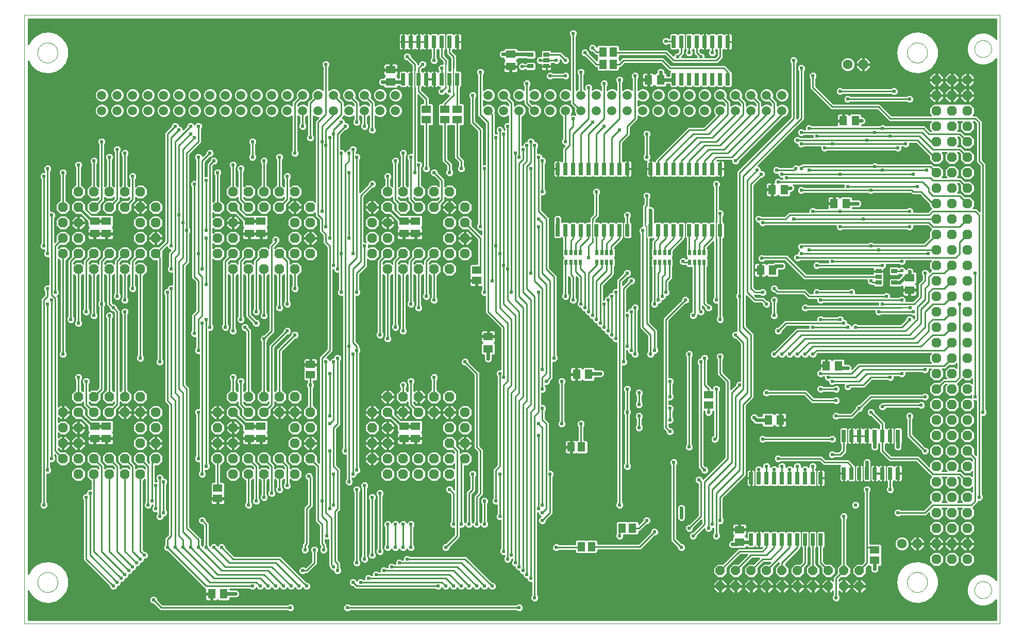
<source format=gbl>
G75*
G70*
%OFA0B0*%
%FSLAX24Y24*%
%IPPOS*%
%LPD*%
%AMOC8*
5,1,8,0,0,1.08239X$1,22.5*
%
%ADD10R,0.0260X0.0800*%
%ADD11C,0.0630*%
%ADD12OC8,0.0630*%
%ADD13R,0.0630X0.0512*%
%ADD14R,0.0591X0.0512*%
%ADD15R,0.0512X0.0591*%
%ADD16C,0.0000*%
%ADD17R,0.0390X0.0272*%
%ADD18R,0.0512X0.0630*%
%ADD19C,0.0594*%
%ADD20R,0.0197X0.0354*%
%ADD21OC8,0.0594*%
%ADD22C,0.0100*%
%ADD23C,0.0240*%
%ADD24C,0.0080*%
%ADD25C,0.0160*%
%ADD26C,0.0180*%
%ADD27C,0.0240*%
D10*
X039348Y032890D03*
X039848Y032890D03*
X040348Y032890D03*
X040848Y032890D03*
X041348Y032890D03*
X041848Y032890D03*
X042348Y032890D03*
X042848Y032890D03*
X043348Y032890D03*
X043848Y032890D03*
X045348Y032890D03*
X045848Y032890D03*
X046348Y032890D03*
X046848Y032890D03*
X047348Y032890D03*
X047848Y032890D03*
X048348Y032890D03*
X048848Y032890D03*
X049348Y032890D03*
X049848Y032890D03*
X049848Y036850D03*
X049348Y036850D03*
X048848Y036850D03*
X048348Y036850D03*
X047848Y036850D03*
X047348Y036850D03*
X046848Y036850D03*
X046348Y036850D03*
X045848Y036850D03*
X045348Y036850D03*
X043848Y036850D03*
X043348Y036850D03*
X042848Y036850D03*
X042348Y036850D03*
X041848Y036850D03*
X041348Y036850D03*
X040848Y036850D03*
X040348Y036850D03*
X039848Y036850D03*
X039348Y036850D03*
X032848Y042660D03*
X032348Y042660D03*
X031848Y042660D03*
X031348Y042660D03*
X030848Y042660D03*
X030348Y042660D03*
X029848Y042660D03*
X029348Y042660D03*
X029348Y045080D03*
X029848Y045080D03*
X030348Y045080D03*
X030848Y045080D03*
X031348Y045080D03*
X031848Y045080D03*
X032348Y045080D03*
X032848Y045080D03*
X046848Y045080D03*
X047348Y045080D03*
X047848Y045080D03*
X048348Y045080D03*
X048848Y045080D03*
X049348Y045080D03*
X049848Y045080D03*
X050348Y045080D03*
X050348Y042660D03*
X049848Y042660D03*
X049348Y042660D03*
X048848Y042660D03*
X048348Y042660D03*
X047848Y042660D03*
X047348Y042660D03*
X046848Y042660D03*
X057848Y019580D03*
X058348Y019580D03*
X058848Y019580D03*
X059348Y019580D03*
X059848Y019580D03*
X060348Y019580D03*
X060848Y019580D03*
X061348Y019580D03*
X061348Y017160D03*
X060848Y017160D03*
X060348Y017160D03*
X059848Y017160D03*
X059348Y017160D03*
X058848Y017160D03*
X058348Y017160D03*
X057848Y017160D03*
X056348Y016850D03*
X055848Y016850D03*
X055348Y016850D03*
X054848Y016850D03*
X054348Y016850D03*
X053848Y016850D03*
X053348Y016850D03*
X052848Y016850D03*
X052348Y016850D03*
X051848Y016850D03*
X051848Y012890D03*
X052348Y012890D03*
X052848Y012890D03*
X053348Y012890D03*
X053848Y012890D03*
X054348Y012890D03*
X054848Y012890D03*
X055348Y012890D03*
X055848Y012890D03*
X056348Y012890D03*
D11*
X061598Y012620D03*
X028348Y020120D03*
X018348Y020120D03*
X008348Y020120D03*
X008348Y033370D03*
X018348Y033370D03*
X028348Y033370D03*
X058098Y043620D03*
X065848Y042620D03*
D12*
X064848Y042620D03*
X063848Y042620D03*
X063848Y041620D03*
X064848Y041620D03*
X065848Y041620D03*
X065848Y040620D03*
X064848Y040620D03*
X064848Y039620D03*
X065848Y039620D03*
X065848Y038620D03*
X064848Y038620D03*
X063848Y038620D03*
X063848Y039620D03*
X063848Y040620D03*
X063848Y037620D03*
X064848Y037620D03*
X065848Y037620D03*
X065848Y036620D03*
X064848Y036620D03*
X063848Y036620D03*
X063848Y035620D03*
X064848Y035620D03*
X065848Y035620D03*
X065848Y034620D03*
X064848Y034620D03*
X063848Y034620D03*
X063848Y033620D03*
X063848Y032620D03*
X064848Y032620D03*
X064848Y033620D03*
X065848Y033620D03*
X065848Y032620D03*
X065848Y031620D03*
X064848Y031620D03*
X063848Y031620D03*
X063848Y030620D03*
X064848Y030620D03*
X065848Y030620D03*
X065848Y029620D03*
X064848Y029620D03*
X063848Y029620D03*
X063848Y028620D03*
X064848Y028620D03*
X065848Y028620D03*
X065848Y027620D03*
X064848Y027620D03*
X064848Y026620D03*
X065848Y026620D03*
X065848Y025620D03*
X064848Y025620D03*
X063848Y025620D03*
X063848Y026620D03*
X063848Y027620D03*
X063848Y024620D03*
X064848Y024620D03*
X065848Y024620D03*
X065848Y023620D03*
X064848Y023620D03*
X063848Y023620D03*
X063848Y022620D03*
X064848Y022620D03*
X065848Y022620D03*
X065848Y021620D03*
X064848Y021620D03*
X064848Y020620D03*
X065848Y020620D03*
X065848Y019620D03*
X064848Y019620D03*
X063848Y019620D03*
X063848Y020620D03*
X063848Y021620D03*
X063848Y018620D03*
X064848Y018620D03*
X065848Y018620D03*
X065848Y017620D03*
X064848Y017620D03*
X063848Y017620D03*
X063848Y016620D03*
X064848Y016620D03*
X065848Y016620D03*
X065848Y015620D03*
X064848Y015620D03*
X063848Y015620D03*
X063848Y014620D03*
X063848Y013620D03*
X064848Y013620D03*
X064848Y014620D03*
X065848Y014620D03*
X065848Y013620D03*
X065848Y012620D03*
X064848Y012620D03*
X063848Y012620D03*
X062598Y012620D03*
X063848Y011620D03*
X064848Y011620D03*
X065848Y011620D03*
X033348Y018120D03*
X032348Y018120D03*
X031348Y018120D03*
X030348Y018120D03*
X029348Y018120D03*
X028348Y018120D03*
X027348Y018120D03*
X027348Y019120D03*
X028348Y019120D03*
X027348Y020120D03*
X027348Y021120D03*
X028348Y021120D03*
X028348Y022120D03*
X029348Y022120D03*
X030348Y022120D03*
X031348Y022120D03*
X032348Y022120D03*
X032348Y021120D03*
X033348Y021120D03*
X033348Y020120D03*
X032348Y020120D03*
X031348Y021120D03*
X030348Y021120D03*
X029348Y021120D03*
X032348Y019120D03*
X033348Y019120D03*
X032348Y017120D03*
X031348Y017120D03*
X030348Y017120D03*
X029348Y017120D03*
X028348Y017120D03*
X023348Y018120D03*
X022348Y018120D03*
X021348Y018120D03*
X020348Y018120D03*
X019348Y018120D03*
X018348Y018120D03*
X017348Y018120D03*
X017348Y019120D03*
X018348Y019120D03*
X017348Y020120D03*
X017348Y021120D03*
X018348Y021120D03*
X018348Y022120D03*
X019348Y022120D03*
X020348Y022120D03*
X021348Y022120D03*
X022348Y022120D03*
X022348Y021120D03*
X023348Y021120D03*
X023348Y020120D03*
X022348Y020120D03*
X021348Y021120D03*
X020348Y021120D03*
X019348Y021120D03*
X022348Y019120D03*
X023348Y019120D03*
X022348Y017120D03*
X021348Y017120D03*
X020348Y017120D03*
X019348Y017120D03*
X018348Y017120D03*
X013348Y018120D03*
X012348Y018120D03*
X012348Y019120D03*
X013348Y019120D03*
X013348Y020120D03*
X013348Y021120D03*
X012348Y021120D03*
X012348Y020120D03*
X011348Y021120D03*
X010348Y021120D03*
X009348Y021120D03*
X009348Y022120D03*
X010348Y022120D03*
X011348Y022120D03*
X012348Y022120D03*
X008348Y022120D03*
X008348Y021120D03*
X007348Y021120D03*
X007348Y020120D03*
X007348Y019120D03*
X008348Y019120D03*
X008348Y018120D03*
X007348Y018120D03*
X008348Y017120D03*
X009348Y017120D03*
X010348Y017120D03*
X011348Y017120D03*
X011348Y018120D03*
X010348Y018120D03*
X009348Y018120D03*
X012348Y017120D03*
X012348Y030370D03*
X012348Y031370D03*
X013348Y031370D03*
X013348Y032370D03*
X012348Y032370D03*
X012348Y033370D03*
X013348Y033370D03*
X013348Y034370D03*
X012348Y034370D03*
X012348Y035370D03*
X011348Y035370D03*
X010348Y035370D03*
X009348Y035370D03*
X008348Y035370D03*
X008348Y034370D03*
X007348Y034370D03*
X007348Y033370D03*
X007348Y032370D03*
X008348Y032370D03*
X008348Y031370D03*
X007348Y031370D03*
X008348Y030370D03*
X009348Y030370D03*
X010348Y030370D03*
X011348Y030370D03*
X011348Y031370D03*
X010348Y031370D03*
X009348Y031370D03*
X009348Y034370D03*
X010348Y034370D03*
X011348Y034370D03*
X017348Y034370D03*
X018348Y034370D03*
X018348Y035370D03*
X019348Y035370D03*
X020348Y035370D03*
X021348Y035370D03*
X022348Y035370D03*
X022348Y034370D03*
X023348Y034370D03*
X023348Y033370D03*
X022348Y033370D03*
X022348Y032370D03*
X023348Y032370D03*
X023348Y031370D03*
X022348Y031370D03*
X021348Y031370D03*
X020348Y031370D03*
X019348Y031370D03*
X018348Y031370D03*
X017348Y031370D03*
X017348Y032370D03*
X018348Y032370D03*
X017348Y033370D03*
X019348Y034370D03*
X020348Y034370D03*
X021348Y034370D03*
X021348Y030370D03*
X022348Y030370D03*
X020348Y030370D03*
X019348Y030370D03*
X018348Y030370D03*
X027348Y031370D03*
X028348Y031370D03*
X028348Y032370D03*
X027348Y032370D03*
X027348Y033370D03*
X027348Y034370D03*
X028348Y034370D03*
X028348Y035370D03*
X029348Y035370D03*
X030348Y035370D03*
X031348Y035370D03*
X032348Y035370D03*
X032348Y034370D03*
X033348Y034370D03*
X033348Y033370D03*
X032348Y033370D03*
X032348Y032370D03*
X033348Y032370D03*
X033348Y031370D03*
X032348Y031370D03*
X031348Y031370D03*
X030348Y031370D03*
X029348Y031370D03*
X029348Y030370D03*
X030348Y030370D03*
X031348Y030370D03*
X032348Y030370D03*
X028348Y030370D03*
X029348Y034370D03*
X030348Y034370D03*
X031348Y034370D03*
X059098Y043620D03*
D13*
X062098Y029813D03*
X062098Y029026D03*
X051098Y013513D03*
X051098Y012726D03*
X034848Y025226D03*
X034848Y026013D03*
X030148Y020213D03*
X029398Y020213D03*
X029398Y019426D03*
X030148Y019426D03*
X020148Y019426D03*
X019398Y019426D03*
X019398Y020213D03*
X020148Y020213D03*
X010148Y020213D03*
X009398Y020213D03*
X009398Y019426D03*
X010148Y019426D03*
X010148Y032676D03*
X009398Y032676D03*
X009398Y033463D03*
X010148Y033463D03*
X019398Y033463D03*
X020148Y033463D03*
X020148Y032676D03*
X019398Y032676D03*
X029398Y032676D03*
X030148Y032676D03*
X030148Y033463D03*
X029398Y033463D03*
X028548Y042476D03*
X028548Y043263D03*
X036298Y043476D03*
X036298Y044263D03*
D14*
X032848Y040704D03*
X032048Y040704D03*
X032048Y040035D03*
X032848Y040035D03*
X030848Y040035D03*
X030848Y040704D03*
X034098Y030304D03*
X034098Y029635D03*
X023348Y024204D03*
X023348Y023535D03*
X017348Y016204D03*
X017348Y015535D03*
X049098Y021585D03*
X049098Y022254D03*
X059848Y012204D03*
X059848Y011535D03*
D15*
X044183Y013620D03*
X043513Y013620D03*
X041533Y012420D03*
X040863Y012420D03*
X040883Y018870D03*
X040213Y018870D03*
X042263Y043620D03*
X042933Y043620D03*
X042933Y044420D03*
X042263Y044420D03*
D16*
X004848Y046810D02*
X004848Y007430D01*
X067948Y007430D01*
X067948Y046810D01*
X004848Y046810D01*
X005698Y044370D02*
X005700Y044420D01*
X005706Y044470D01*
X005716Y044520D01*
X005729Y044568D01*
X005746Y044616D01*
X005767Y044662D01*
X005791Y044706D01*
X005819Y044748D01*
X005850Y044788D01*
X005884Y044825D01*
X005921Y044860D01*
X005960Y044891D01*
X006001Y044920D01*
X006045Y044945D01*
X006091Y044967D01*
X006138Y044985D01*
X006186Y044999D01*
X006235Y045010D01*
X006285Y045017D01*
X006335Y045020D01*
X006386Y045019D01*
X006436Y045014D01*
X006486Y045005D01*
X006534Y044993D01*
X006582Y044976D01*
X006628Y044956D01*
X006673Y044933D01*
X006716Y044906D01*
X006756Y044876D01*
X006794Y044843D01*
X006829Y044807D01*
X006862Y044768D01*
X006891Y044727D01*
X006917Y044684D01*
X006940Y044639D01*
X006959Y044592D01*
X006974Y044544D01*
X006986Y044495D01*
X006994Y044445D01*
X006998Y044395D01*
X006998Y044345D01*
X006994Y044295D01*
X006986Y044245D01*
X006974Y044196D01*
X006959Y044148D01*
X006940Y044101D01*
X006917Y044056D01*
X006891Y044013D01*
X006862Y043972D01*
X006829Y043933D01*
X006794Y043897D01*
X006756Y043864D01*
X006716Y043834D01*
X006673Y043807D01*
X006628Y043784D01*
X006582Y043764D01*
X006534Y043747D01*
X006486Y043735D01*
X006436Y043726D01*
X006386Y043721D01*
X006335Y043720D01*
X006285Y043723D01*
X006235Y043730D01*
X006186Y043741D01*
X006138Y043755D01*
X006091Y043773D01*
X006045Y043795D01*
X006001Y043820D01*
X005960Y043849D01*
X005921Y043880D01*
X005884Y043915D01*
X005850Y043952D01*
X005819Y043992D01*
X005791Y044034D01*
X005767Y044078D01*
X005746Y044124D01*
X005729Y044172D01*
X005716Y044220D01*
X005706Y044270D01*
X005700Y044320D01*
X005698Y044370D01*
X005698Y010120D02*
X005700Y010170D01*
X005706Y010220D01*
X005716Y010270D01*
X005729Y010318D01*
X005746Y010366D01*
X005767Y010412D01*
X005791Y010456D01*
X005819Y010498D01*
X005850Y010538D01*
X005884Y010575D01*
X005921Y010610D01*
X005960Y010641D01*
X006001Y010670D01*
X006045Y010695D01*
X006091Y010717D01*
X006138Y010735D01*
X006186Y010749D01*
X006235Y010760D01*
X006285Y010767D01*
X006335Y010770D01*
X006386Y010769D01*
X006436Y010764D01*
X006486Y010755D01*
X006534Y010743D01*
X006582Y010726D01*
X006628Y010706D01*
X006673Y010683D01*
X006716Y010656D01*
X006756Y010626D01*
X006794Y010593D01*
X006829Y010557D01*
X006862Y010518D01*
X006891Y010477D01*
X006917Y010434D01*
X006940Y010389D01*
X006959Y010342D01*
X006974Y010294D01*
X006986Y010245D01*
X006994Y010195D01*
X006998Y010145D01*
X006998Y010095D01*
X006994Y010045D01*
X006986Y009995D01*
X006974Y009946D01*
X006959Y009898D01*
X006940Y009851D01*
X006917Y009806D01*
X006891Y009763D01*
X006862Y009722D01*
X006829Y009683D01*
X006794Y009647D01*
X006756Y009614D01*
X006716Y009584D01*
X006673Y009557D01*
X006628Y009534D01*
X006582Y009514D01*
X006534Y009497D01*
X006486Y009485D01*
X006436Y009476D01*
X006386Y009471D01*
X006335Y009470D01*
X006285Y009473D01*
X006235Y009480D01*
X006186Y009491D01*
X006138Y009505D01*
X006091Y009523D01*
X006045Y009545D01*
X006001Y009570D01*
X005960Y009599D01*
X005921Y009630D01*
X005884Y009665D01*
X005850Y009702D01*
X005819Y009742D01*
X005791Y009784D01*
X005767Y009828D01*
X005746Y009874D01*
X005729Y009922D01*
X005716Y009970D01*
X005706Y010020D01*
X005700Y010070D01*
X005698Y010120D01*
X061948Y010120D02*
X061950Y010170D01*
X061956Y010220D01*
X061966Y010270D01*
X061979Y010318D01*
X061996Y010366D01*
X062017Y010412D01*
X062041Y010456D01*
X062069Y010498D01*
X062100Y010538D01*
X062134Y010575D01*
X062171Y010610D01*
X062210Y010641D01*
X062251Y010670D01*
X062295Y010695D01*
X062341Y010717D01*
X062388Y010735D01*
X062436Y010749D01*
X062485Y010760D01*
X062535Y010767D01*
X062585Y010770D01*
X062636Y010769D01*
X062686Y010764D01*
X062736Y010755D01*
X062784Y010743D01*
X062832Y010726D01*
X062878Y010706D01*
X062923Y010683D01*
X062966Y010656D01*
X063006Y010626D01*
X063044Y010593D01*
X063079Y010557D01*
X063112Y010518D01*
X063141Y010477D01*
X063167Y010434D01*
X063190Y010389D01*
X063209Y010342D01*
X063224Y010294D01*
X063236Y010245D01*
X063244Y010195D01*
X063248Y010145D01*
X063248Y010095D01*
X063244Y010045D01*
X063236Y009995D01*
X063224Y009946D01*
X063209Y009898D01*
X063190Y009851D01*
X063167Y009806D01*
X063141Y009763D01*
X063112Y009722D01*
X063079Y009683D01*
X063044Y009647D01*
X063006Y009614D01*
X062966Y009584D01*
X062923Y009557D01*
X062878Y009534D01*
X062832Y009514D01*
X062784Y009497D01*
X062736Y009485D01*
X062686Y009476D01*
X062636Y009471D01*
X062585Y009470D01*
X062535Y009473D01*
X062485Y009480D01*
X062436Y009491D01*
X062388Y009505D01*
X062341Y009523D01*
X062295Y009545D01*
X062251Y009570D01*
X062210Y009599D01*
X062171Y009630D01*
X062134Y009665D01*
X062100Y009702D01*
X062069Y009742D01*
X062041Y009784D01*
X062017Y009828D01*
X061996Y009874D01*
X061979Y009922D01*
X061966Y009970D01*
X061956Y010020D01*
X061950Y010070D01*
X061948Y010120D01*
X066298Y009620D02*
X066300Y009667D01*
X066306Y009713D01*
X066316Y009759D01*
X066329Y009803D01*
X066347Y009847D01*
X066368Y009888D01*
X066392Y009928D01*
X066420Y009966D01*
X066451Y010001D01*
X066485Y010033D01*
X066521Y010062D01*
X066560Y010088D01*
X066600Y010111D01*
X066643Y010130D01*
X066687Y010146D01*
X066732Y010158D01*
X066778Y010166D01*
X066825Y010170D01*
X066871Y010170D01*
X066918Y010166D01*
X066964Y010158D01*
X067009Y010146D01*
X067053Y010130D01*
X067096Y010111D01*
X067136Y010088D01*
X067175Y010062D01*
X067211Y010033D01*
X067245Y010001D01*
X067276Y009966D01*
X067304Y009928D01*
X067328Y009888D01*
X067349Y009847D01*
X067367Y009803D01*
X067380Y009759D01*
X067390Y009713D01*
X067396Y009667D01*
X067398Y009620D01*
X067396Y009573D01*
X067390Y009527D01*
X067380Y009481D01*
X067367Y009437D01*
X067349Y009393D01*
X067328Y009352D01*
X067304Y009312D01*
X067276Y009274D01*
X067245Y009239D01*
X067211Y009207D01*
X067175Y009178D01*
X067136Y009152D01*
X067096Y009129D01*
X067053Y009110D01*
X067009Y009094D01*
X066964Y009082D01*
X066918Y009074D01*
X066871Y009070D01*
X066825Y009070D01*
X066778Y009074D01*
X066732Y009082D01*
X066687Y009094D01*
X066643Y009110D01*
X066600Y009129D01*
X066560Y009152D01*
X066521Y009178D01*
X066485Y009207D01*
X066451Y009239D01*
X066420Y009274D01*
X066392Y009312D01*
X066368Y009352D01*
X066347Y009393D01*
X066329Y009437D01*
X066316Y009481D01*
X066306Y009527D01*
X066300Y009573D01*
X066298Y009620D01*
X061948Y044370D02*
X061950Y044420D01*
X061956Y044470D01*
X061966Y044520D01*
X061979Y044568D01*
X061996Y044616D01*
X062017Y044662D01*
X062041Y044706D01*
X062069Y044748D01*
X062100Y044788D01*
X062134Y044825D01*
X062171Y044860D01*
X062210Y044891D01*
X062251Y044920D01*
X062295Y044945D01*
X062341Y044967D01*
X062388Y044985D01*
X062436Y044999D01*
X062485Y045010D01*
X062535Y045017D01*
X062585Y045020D01*
X062636Y045019D01*
X062686Y045014D01*
X062736Y045005D01*
X062784Y044993D01*
X062832Y044976D01*
X062878Y044956D01*
X062923Y044933D01*
X062966Y044906D01*
X063006Y044876D01*
X063044Y044843D01*
X063079Y044807D01*
X063112Y044768D01*
X063141Y044727D01*
X063167Y044684D01*
X063190Y044639D01*
X063209Y044592D01*
X063224Y044544D01*
X063236Y044495D01*
X063244Y044445D01*
X063248Y044395D01*
X063248Y044345D01*
X063244Y044295D01*
X063236Y044245D01*
X063224Y044196D01*
X063209Y044148D01*
X063190Y044101D01*
X063167Y044056D01*
X063141Y044013D01*
X063112Y043972D01*
X063079Y043933D01*
X063044Y043897D01*
X063006Y043864D01*
X062966Y043834D01*
X062923Y043807D01*
X062878Y043784D01*
X062832Y043764D01*
X062784Y043747D01*
X062736Y043735D01*
X062686Y043726D01*
X062636Y043721D01*
X062585Y043720D01*
X062535Y043723D01*
X062485Y043730D01*
X062436Y043741D01*
X062388Y043755D01*
X062341Y043773D01*
X062295Y043795D01*
X062251Y043820D01*
X062210Y043849D01*
X062171Y043880D01*
X062134Y043915D01*
X062100Y043952D01*
X062069Y043992D01*
X062041Y044034D01*
X062017Y044078D01*
X061996Y044124D01*
X061979Y044172D01*
X061966Y044220D01*
X061956Y044270D01*
X061950Y044320D01*
X061948Y044370D01*
X066298Y044620D02*
X066300Y044667D01*
X066306Y044713D01*
X066316Y044759D01*
X066329Y044803D01*
X066347Y044847D01*
X066368Y044888D01*
X066392Y044928D01*
X066420Y044966D01*
X066451Y045001D01*
X066485Y045033D01*
X066521Y045062D01*
X066560Y045088D01*
X066600Y045111D01*
X066643Y045130D01*
X066687Y045146D01*
X066732Y045158D01*
X066778Y045166D01*
X066825Y045170D01*
X066871Y045170D01*
X066918Y045166D01*
X066964Y045158D01*
X067009Y045146D01*
X067053Y045130D01*
X067096Y045111D01*
X067136Y045088D01*
X067175Y045062D01*
X067211Y045033D01*
X067245Y045001D01*
X067276Y044966D01*
X067304Y044928D01*
X067328Y044888D01*
X067349Y044847D01*
X067367Y044803D01*
X067380Y044759D01*
X067390Y044713D01*
X067396Y044667D01*
X067398Y044620D01*
X067396Y044573D01*
X067390Y044527D01*
X067380Y044481D01*
X067367Y044437D01*
X067349Y044393D01*
X067328Y044352D01*
X067304Y044312D01*
X067276Y044274D01*
X067245Y044239D01*
X067211Y044207D01*
X067175Y044178D01*
X067136Y044152D01*
X067096Y044129D01*
X067053Y044110D01*
X067009Y044094D01*
X066964Y044082D01*
X066918Y044074D01*
X066871Y044070D01*
X066825Y044070D01*
X066778Y044074D01*
X066732Y044082D01*
X066687Y044094D01*
X066643Y044110D01*
X066600Y044129D01*
X066560Y044152D01*
X066521Y044178D01*
X066485Y044207D01*
X066451Y044239D01*
X066420Y044274D01*
X066392Y044312D01*
X066368Y044352D01*
X066347Y044393D01*
X066329Y044437D01*
X066316Y044481D01*
X066306Y044527D01*
X066300Y044573D01*
X066298Y044620D01*
D17*
X061110Y030244D03*
X061110Y029496D03*
X060090Y029496D03*
X060090Y029870D03*
X060090Y030244D03*
X038606Y043496D03*
X038606Y043870D03*
X038606Y044244D03*
X037586Y044244D03*
X037586Y043496D03*
D18*
X045204Y042620D03*
X045992Y042620D03*
X053204Y035520D03*
X053992Y035520D03*
X057204Y034620D03*
X057992Y034620D03*
X053242Y030320D03*
X052454Y030320D03*
X056704Y024120D03*
X057492Y024120D03*
X053742Y020620D03*
X052954Y020620D03*
X041342Y023570D03*
X040554Y023570D03*
X057804Y039970D03*
X058592Y039970D03*
X017742Y009370D03*
X016954Y009370D03*
D19*
X016848Y040620D03*
X015848Y040620D03*
X015848Y041620D03*
X016848Y041620D03*
X017848Y041620D03*
X018848Y041620D03*
X019848Y041620D03*
X020848Y041620D03*
X021848Y041620D03*
X022848Y041620D03*
X023848Y041620D03*
X024848Y041620D03*
X025848Y041620D03*
X026848Y041620D03*
X027848Y041620D03*
X028848Y041620D03*
X028848Y040620D03*
X027848Y040620D03*
X026848Y040620D03*
X025848Y040620D03*
X024848Y040620D03*
X023848Y040620D03*
X022848Y040620D03*
X021848Y040620D03*
X020848Y040620D03*
X019848Y040620D03*
X018848Y040620D03*
X017848Y040620D03*
X014848Y040620D03*
X013848Y040620D03*
X012848Y040620D03*
X012848Y041620D03*
X013848Y041620D03*
X014848Y041620D03*
X011848Y041620D03*
X010848Y041620D03*
X009848Y041620D03*
X009848Y040620D03*
X010848Y040620D03*
X011848Y040620D03*
X034848Y040620D03*
X035848Y040620D03*
X036848Y040620D03*
X036848Y041620D03*
X035848Y041620D03*
X034848Y041620D03*
X037848Y041620D03*
X038848Y041620D03*
X039848Y041620D03*
X040848Y041620D03*
X041848Y041620D03*
X042848Y041620D03*
X043848Y041620D03*
X044848Y041620D03*
X045848Y041620D03*
X046848Y041620D03*
X047848Y041620D03*
X048848Y041620D03*
X049848Y041620D03*
X050848Y041620D03*
X051848Y041620D03*
X052848Y041620D03*
X053848Y041620D03*
X053848Y040620D03*
X052848Y040620D03*
X051848Y040620D03*
X050848Y040620D03*
X049848Y040620D03*
X048848Y040620D03*
X047848Y040620D03*
X046848Y040620D03*
X045848Y040620D03*
X044848Y040620D03*
X043848Y040620D03*
X042848Y040620D03*
X041848Y040620D03*
X040848Y040620D03*
X039848Y040620D03*
X038848Y040620D03*
X037848Y040620D03*
D20*
X039875Y031434D03*
X040190Y031434D03*
X040505Y031434D03*
X040820Y031434D03*
X040820Y030805D03*
X040505Y030805D03*
X040190Y030805D03*
X039875Y030805D03*
X041875Y030805D03*
X042190Y030805D03*
X042505Y030805D03*
X042820Y030805D03*
X042820Y031434D03*
X042505Y031434D03*
X042190Y031434D03*
X041875Y031434D03*
X045625Y031434D03*
X045940Y031434D03*
X046255Y031434D03*
X046570Y031434D03*
X046570Y030805D03*
X046255Y030805D03*
X045940Y030805D03*
X045625Y030805D03*
X047875Y030805D03*
X048190Y030805D03*
X048505Y030805D03*
X048820Y030805D03*
X048820Y031434D03*
X048505Y031434D03*
X048190Y031434D03*
X047875Y031434D03*
D21*
X049848Y010870D03*
X050848Y010870D03*
X051848Y010870D03*
X052848Y010870D03*
X053848Y010870D03*
X054848Y010870D03*
X055848Y010870D03*
X056848Y010870D03*
X057848Y010870D03*
X058848Y010870D03*
X058848Y009870D03*
X057848Y009870D03*
X056848Y009870D03*
X055848Y009870D03*
X054848Y009870D03*
X053848Y009870D03*
X052848Y009870D03*
X051848Y009870D03*
X050848Y009870D03*
X049848Y009870D03*
D22*
X049897Y009886D02*
X050799Y009886D01*
X050799Y009918D02*
X050799Y009821D01*
X050401Y009821D01*
X050401Y009684D01*
X050663Y009423D01*
X050799Y009423D01*
X050799Y009821D01*
X050896Y009821D01*
X050896Y009423D01*
X051033Y009423D01*
X051295Y009684D01*
X051295Y009821D01*
X050897Y009821D01*
X050897Y009918D01*
X051295Y009918D01*
X051295Y010055D01*
X051033Y010316D01*
X050896Y010316D01*
X050896Y009918D01*
X050799Y009918D01*
X050401Y009918D01*
X050401Y010055D01*
X050663Y010316D01*
X050799Y010316D01*
X050799Y009918D01*
X050799Y009985D02*
X050896Y009985D01*
X050896Y010083D02*
X050799Y010083D01*
X050799Y010182D02*
X050896Y010182D01*
X050896Y010280D02*
X050799Y010280D01*
X050627Y010280D02*
X050069Y010280D01*
X050033Y010316D02*
X050295Y010055D01*
X050295Y009918D01*
X049897Y009918D01*
X049897Y009821D01*
X050295Y009821D01*
X050295Y009684D01*
X050033Y009423D01*
X049896Y009423D01*
X049896Y009821D01*
X049799Y009821D01*
X049401Y009821D01*
X049401Y009684D01*
X049663Y009423D01*
X049799Y009423D01*
X049799Y009821D01*
X049799Y009918D01*
X049401Y009918D01*
X049401Y010055D01*
X049663Y010316D01*
X049799Y010316D01*
X049799Y009918D01*
X049896Y009918D01*
X049896Y010316D01*
X050033Y010316D01*
X050033Y010423D02*
X050295Y010684D01*
X050295Y011034D01*
X051181Y011920D01*
X051615Y011920D01*
X051012Y011316D01*
X050663Y011316D01*
X050401Y011055D01*
X050401Y010684D01*
X050663Y010423D01*
X051033Y010423D01*
X051295Y010684D01*
X051295Y011034D01*
X051931Y011670D01*
X052365Y011670D01*
X052012Y011316D01*
X051663Y011316D01*
X051401Y011055D01*
X051401Y010684D01*
X051663Y010423D01*
X052033Y010423D01*
X052295Y010684D01*
X052295Y011034D01*
X052681Y011420D01*
X053115Y011420D01*
X053012Y011316D01*
X052663Y011316D01*
X052401Y011055D01*
X052401Y010684D01*
X052663Y010423D01*
X053033Y010423D01*
X053295Y010684D01*
X053295Y011034D01*
X053648Y011387D01*
X053648Y011301D01*
X053401Y011055D01*
X053401Y010684D01*
X053663Y010423D01*
X054033Y010423D01*
X054295Y010684D01*
X054295Y011055D01*
X054055Y011294D01*
X055048Y012287D01*
X055048Y012347D01*
X055098Y012397D01*
X055148Y012347D01*
X055148Y011452D01*
X055012Y011316D01*
X054663Y011316D01*
X054401Y011055D01*
X054401Y010684D01*
X054663Y010423D01*
X055033Y010423D01*
X055295Y010684D01*
X055295Y011034D01*
X055548Y011287D01*
X055548Y011452D01*
X055548Y012347D01*
X055598Y012397D01*
X055648Y012347D01*
X055648Y011301D01*
X055401Y011055D01*
X055401Y010684D01*
X055663Y010423D01*
X056033Y010423D01*
X056295Y010684D01*
X056295Y011055D01*
X056048Y011301D01*
X056048Y012347D01*
X056098Y012397D01*
X056148Y012347D01*
X056148Y011287D01*
X056265Y011170D01*
X056401Y011034D01*
X056401Y010684D01*
X056663Y010423D01*
X057033Y010423D01*
X057295Y010684D01*
X057295Y011055D01*
X057033Y011316D01*
X056684Y011316D01*
X056548Y011452D01*
X056548Y012347D01*
X056628Y012427D01*
X056628Y013352D01*
X056540Y013439D01*
X056156Y013439D01*
X056098Y013382D01*
X056040Y013439D01*
X055656Y013439D01*
X055598Y013382D01*
X055540Y013439D01*
X055156Y013439D01*
X055098Y013382D01*
X055040Y013439D01*
X054656Y013439D01*
X054598Y013382D01*
X054540Y013439D01*
X054156Y013439D01*
X054098Y013382D01*
X054040Y013439D01*
X053656Y013439D01*
X053598Y013382D01*
X053540Y013439D01*
X053156Y013439D01*
X053098Y013382D01*
X053040Y013439D01*
X052656Y013439D01*
X052598Y013382D01*
X052570Y013410D01*
X052536Y013429D01*
X052498Y013439D01*
X052363Y013439D01*
X052363Y012905D01*
X052333Y012905D01*
X052333Y013439D01*
X052198Y013439D01*
X052160Y013429D01*
X052126Y013410D01*
X052098Y013382D01*
X052040Y013439D01*
X051656Y013439D01*
X051568Y013352D01*
X051568Y012996D01*
X051563Y012996D01*
X051563Y013044D01*
X051482Y013124D01*
X051505Y013137D01*
X051533Y013165D01*
X051553Y013199D01*
X051563Y013238D01*
X051563Y013463D01*
X051148Y013463D01*
X051148Y013563D01*
X051563Y013563D01*
X051563Y013789D01*
X051553Y013827D01*
X051533Y013861D01*
X051505Y013889D01*
X051471Y013909D01*
X051433Y013919D01*
X051148Y013919D01*
X051148Y013563D01*
X051048Y013563D01*
X051048Y013463D01*
X050633Y013463D01*
X050633Y013238D01*
X050643Y013199D01*
X050663Y013165D01*
X050691Y013137D01*
X050713Y013124D01*
X050633Y013044D01*
X050633Y012839D01*
X050594Y012839D01*
X050495Y012798D01*
X050419Y012722D01*
X050378Y012623D01*
X050378Y012516D01*
X050419Y012417D01*
X050495Y012341D01*
X050594Y012300D01*
X050888Y012300D01*
X050995Y012300D01*
X050012Y011316D01*
X049663Y011316D01*
X049401Y011055D01*
X049401Y010684D01*
X049663Y010423D01*
X050033Y010423D01*
X050088Y010477D02*
X050608Y010477D01*
X050510Y010576D02*
X050186Y010576D01*
X050285Y010674D02*
X050411Y010674D01*
X050401Y010773D02*
X050295Y010773D01*
X050295Y010871D02*
X050401Y010871D01*
X050401Y010970D02*
X050295Y010970D01*
X050330Y011069D02*
X050415Y011069D01*
X050428Y011167D02*
X050514Y011167D01*
X050527Y011266D02*
X050612Y011266D01*
X050625Y011364D02*
X051060Y011364D01*
X051158Y011463D02*
X050724Y011463D01*
X050822Y011561D02*
X051257Y011561D01*
X051355Y011660D02*
X050921Y011660D01*
X051019Y011758D02*
X051454Y011758D01*
X051552Y011857D02*
X051118Y011857D01*
X051098Y012120D02*
X049848Y010870D01*
X049401Y010871D02*
X038048Y010871D01*
X038048Y010773D02*
X049401Y010773D01*
X049411Y010674D02*
X038048Y010674D01*
X038048Y010576D02*
X049510Y010576D01*
X049608Y010477D02*
X038048Y010477D01*
X038048Y010379D02*
X057148Y010379D01*
X057148Y010452D02*
X057148Y010287D01*
X057148Y010201D01*
X057033Y010316D01*
X056896Y010316D01*
X056896Y009918D01*
X056799Y009918D01*
X056799Y009821D01*
X056401Y009821D01*
X056401Y009684D01*
X056663Y009423D01*
X056799Y009423D01*
X056799Y009821D01*
X056896Y009821D01*
X056896Y009423D01*
X057033Y009423D01*
X057148Y009538D01*
X057148Y009301D01*
X057119Y009272D01*
X057078Y009173D01*
X057078Y009066D01*
X057119Y008967D01*
X057195Y008891D01*
X057294Y008850D01*
X057402Y008850D01*
X057501Y008891D01*
X057577Y008967D01*
X057618Y009066D01*
X057618Y009173D01*
X057577Y009272D01*
X057548Y009301D01*
X057548Y009538D01*
X057663Y009423D01*
X057799Y009423D01*
X057799Y009821D01*
X057896Y009821D01*
X057896Y009423D01*
X058033Y009423D01*
X058295Y009684D01*
X058295Y009821D01*
X057897Y009821D01*
X057897Y009918D01*
X058295Y009918D01*
X058295Y010055D01*
X058033Y010316D01*
X057896Y010316D01*
X057896Y009918D01*
X057799Y009918D01*
X057799Y010316D01*
X057663Y010316D01*
X057548Y010201D01*
X057548Y010287D01*
X057684Y010423D01*
X058033Y010423D01*
X058295Y010684D01*
X058295Y011055D01*
X058048Y011301D01*
X058048Y014188D01*
X058077Y014217D01*
X058118Y014316D01*
X058118Y014423D01*
X058077Y014522D01*
X058001Y014598D01*
X057902Y014639D01*
X057794Y014639D01*
X057695Y014598D01*
X057619Y014522D01*
X057578Y014423D01*
X057578Y014316D01*
X057619Y014217D01*
X057648Y014188D01*
X057648Y011301D01*
X057401Y011055D01*
X057401Y010706D01*
X057148Y010452D01*
X057173Y010477D02*
X057088Y010477D01*
X057186Y010576D02*
X057271Y010576D01*
X057285Y010674D02*
X057370Y010674D01*
X057401Y010773D02*
X057295Y010773D01*
X057295Y010871D02*
X057401Y010871D01*
X057401Y010970D02*
X057295Y010970D01*
X057281Y011069D02*
X057415Y011069D01*
X057514Y011167D02*
X057182Y011167D01*
X057084Y011266D02*
X057612Y011266D01*
X057648Y011364D02*
X056636Y011364D01*
X056548Y011463D02*
X057648Y011463D01*
X057648Y011561D02*
X056548Y011561D01*
X056548Y011660D02*
X057648Y011660D01*
X057648Y011758D02*
X056548Y011758D01*
X056548Y011857D02*
X057648Y011857D01*
X057648Y011955D02*
X056548Y011955D01*
X056548Y012054D02*
X057648Y012054D01*
X057648Y012153D02*
X056548Y012153D01*
X056548Y012251D02*
X057648Y012251D01*
X057648Y012350D02*
X056550Y012350D01*
X056628Y012448D02*
X057648Y012448D01*
X057648Y012547D02*
X056628Y012547D01*
X056628Y012645D02*
X057648Y012645D01*
X057648Y012744D02*
X056628Y012744D01*
X056628Y012842D02*
X057648Y012842D01*
X057648Y012941D02*
X056628Y012941D01*
X056628Y013039D02*
X057648Y013039D01*
X057648Y013138D02*
X056628Y013138D01*
X056628Y013236D02*
X057648Y013236D01*
X057648Y013335D02*
X056628Y013335D01*
X056546Y013434D02*
X057648Y013434D01*
X057648Y013532D02*
X051148Y013532D01*
X051148Y013631D02*
X051048Y013631D01*
X051048Y013563D02*
X051048Y013919D01*
X050763Y013919D01*
X050725Y013909D01*
X050691Y013889D01*
X050663Y013861D01*
X050643Y013827D01*
X050633Y013789D01*
X050633Y013563D01*
X051048Y013563D01*
X051048Y013532D02*
X049798Y013532D01*
X049798Y013434D02*
X050633Y013434D01*
X050633Y013335D02*
X049798Y013335D01*
X049798Y013301D02*
X049798Y013850D01*
X049902Y013850D01*
X050001Y013891D01*
X050077Y013967D01*
X050118Y014066D01*
X050118Y014173D01*
X050077Y014272D01*
X050048Y014301D01*
X050048Y015537D01*
X051431Y016920D01*
X051548Y017037D01*
X051548Y021537D01*
X052048Y022037D01*
X052048Y022202D01*
X052048Y026202D01*
X051931Y026319D01*
X051548Y026702D01*
X051548Y028637D01*
X052015Y028170D01*
X052181Y028170D01*
X052515Y028170D01*
X052578Y028107D01*
X052578Y028066D01*
X052619Y027967D01*
X052695Y027891D01*
X052794Y027850D01*
X052902Y027850D01*
X053001Y027891D01*
X053077Y027967D01*
X053118Y028066D01*
X053118Y028173D01*
X053077Y028272D01*
X053001Y028348D01*
X052902Y028389D01*
X052861Y028389D01*
X052681Y028569D01*
X052515Y028569D01*
X052181Y028569D01*
X052081Y028670D01*
X052181Y028670D01*
X052416Y028670D01*
X052445Y028641D01*
X052544Y028600D01*
X052652Y028600D01*
X052751Y028641D01*
X052827Y028717D01*
X052868Y028816D01*
X052868Y028923D01*
X052827Y029022D01*
X052751Y029098D01*
X052652Y029139D01*
X052544Y029139D01*
X052445Y029098D01*
X052416Y029069D01*
X052181Y029069D01*
X052048Y029202D01*
X052048Y035787D01*
X052511Y036250D01*
X052552Y036250D01*
X052651Y036291D01*
X052727Y036367D01*
X052768Y036466D01*
X052768Y036573D01*
X052727Y036672D01*
X052651Y036748D01*
X052552Y036789D01*
X052518Y036789D01*
X052518Y036823D01*
X052477Y036922D01*
X052401Y036998D01*
X052302Y037039D01*
X052301Y037039D01*
X055298Y040037D01*
X055298Y040202D01*
X055298Y043188D01*
X055327Y043217D01*
X055368Y043316D01*
X055368Y043423D01*
X055327Y043522D01*
X055251Y043598D01*
X055152Y043639D01*
X055044Y043639D01*
X054945Y043598D01*
X054869Y043522D01*
X054828Y043423D01*
X054828Y043316D01*
X054869Y043217D01*
X054898Y043188D01*
X054898Y040202D01*
X054798Y040102D01*
X054798Y043688D01*
X054827Y043717D01*
X054868Y043816D01*
X054868Y043923D01*
X054827Y044022D01*
X054751Y044098D01*
X054652Y044139D01*
X054544Y044139D01*
X054445Y044098D01*
X054369Y044022D01*
X054328Y043923D01*
X054328Y043816D01*
X054369Y043717D01*
X054398Y043688D01*
X054398Y040202D01*
X050898Y036702D01*
X050898Y036537D01*
X050898Y028801D01*
X050869Y028772D01*
X050828Y028673D01*
X050828Y028566D01*
X050869Y028467D01*
X050898Y028438D01*
X050898Y026389D01*
X050794Y026389D01*
X050695Y026348D01*
X050619Y026272D01*
X050578Y026173D01*
X050578Y026066D01*
X050619Y025967D01*
X050695Y025891D01*
X050794Y025850D01*
X050835Y025850D01*
X051148Y025537D01*
X051148Y023139D01*
X051044Y023139D01*
X050945Y023098D01*
X050869Y023022D01*
X050828Y022923D01*
X050828Y022882D01*
X050548Y022602D01*
X050548Y023037D01*
X050548Y023202D01*
X050048Y023702D01*
X050048Y024538D01*
X050077Y024567D01*
X050118Y024666D01*
X050118Y024773D01*
X050077Y024872D01*
X050001Y024948D01*
X049902Y024989D01*
X049794Y024989D01*
X049695Y024948D01*
X049619Y024872D01*
X049578Y024773D01*
X049578Y024666D01*
X049619Y024567D01*
X049648Y024538D01*
X049648Y023537D01*
X049765Y023420D01*
X050148Y023037D01*
X050148Y018202D01*
X048744Y016798D01*
X048703Y016896D01*
X048627Y016972D01*
X048528Y017014D01*
X048420Y017014D01*
X048321Y016972D01*
X048245Y016896D01*
X048204Y016797D01*
X048204Y016690D01*
X048245Y016591D01*
X048321Y016515D01*
X048398Y016483D01*
X048398Y014452D01*
X047835Y013889D01*
X047794Y013889D01*
X047695Y013848D01*
X047619Y013772D01*
X047578Y013673D01*
X047578Y013566D01*
X047619Y013467D01*
X047695Y013391D01*
X047794Y013350D01*
X047902Y013350D01*
X048001Y013391D01*
X048077Y013467D01*
X048118Y013566D01*
X048118Y013607D01*
X048648Y014137D01*
X048648Y013952D01*
X048085Y013389D01*
X048044Y013389D01*
X047945Y013348D01*
X047869Y013272D01*
X047828Y013173D01*
X047828Y013066D01*
X047869Y012967D01*
X047945Y012891D01*
X048044Y012850D01*
X048152Y012850D01*
X048251Y012891D01*
X048327Y012967D01*
X048368Y013066D01*
X048368Y013107D01*
X048828Y013567D01*
X048828Y013566D01*
X048869Y013467D01*
X048945Y013391D01*
X049044Y013350D01*
X049152Y013350D01*
X049251Y013391D01*
X049327Y013467D01*
X049368Y013566D01*
X049368Y013600D01*
X049398Y013600D01*
X049398Y013301D01*
X049369Y013272D01*
X049328Y013173D01*
X049328Y013066D01*
X049369Y012967D01*
X049445Y012891D01*
X049544Y012850D01*
X049652Y012850D01*
X049751Y012891D01*
X049827Y012967D01*
X049868Y013066D01*
X049868Y013173D01*
X049827Y013272D01*
X049798Y013301D01*
X049842Y013236D02*
X050633Y013236D01*
X050690Y013138D02*
X049868Y013138D01*
X049857Y013039D02*
X050633Y013039D01*
X050633Y012941D02*
X049801Y012941D01*
X049598Y013120D02*
X049598Y015870D01*
X051098Y017370D01*
X051098Y021870D01*
X051598Y022370D01*
X051598Y025870D01*
X051098Y026370D01*
X051098Y028620D01*
X051098Y036620D01*
X054598Y040120D01*
X054598Y043870D01*
X054844Y043982D02*
X057803Y043982D01*
X057834Y044014D02*
X057704Y043883D01*
X057633Y043712D01*
X057633Y043527D01*
X057704Y043356D01*
X057834Y043225D01*
X058005Y043155D01*
X058190Y043155D01*
X058361Y043225D01*
X058492Y043356D01*
X058563Y043527D01*
X058563Y043712D01*
X058492Y043883D01*
X058361Y044014D01*
X058190Y044084D01*
X058005Y044084D01*
X057834Y044014D01*
X057996Y044081D02*
X054769Y044081D01*
X054868Y043883D02*
X057704Y043883D01*
X057663Y043785D02*
X054855Y043785D01*
X054798Y043686D02*
X057633Y043686D01*
X057633Y043588D02*
X055261Y043588D01*
X055340Y043489D02*
X057648Y043489D01*
X057689Y043391D02*
X055368Y043391D01*
X055358Y043292D02*
X057768Y043292D01*
X057911Y043194D02*
X055304Y043194D01*
X055298Y043095D02*
X055692Y043095D01*
X055695Y043098D02*
X055619Y043022D01*
X055578Y042923D01*
X055578Y042816D01*
X055619Y042717D01*
X055648Y042688D01*
X055648Y042037D01*
X055765Y041920D01*
X057015Y040670D01*
X057181Y040670D01*
X060015Y040670D01*
X060765Y039920D01*
X060931Y039920D01*
X063490Y039920D01*
X063383Y039812D01*
X063383Y039427D01*
X063490Y039319D01*
X063431Y039319D01*
X063081Y039669D01*
X062915Y039669D01*
X060530Y039669D01*
X060501Y039698D01*
X060402Y039739D01*
X060294Y039739D01*
X060195Y039698D01*
X060166Y039669D01*
X058997Y039669D01*
X058997Y039700D01*
X059052Y039700D01*
X059151Y039741D01*
X059227Y039817D01*
X059268Y039916D01*
X059268Y040023D01*
X059227Y040122D01*
X059151Y040198D01*
X059052Y040239D01*
X058997Y040239D01*
X058997Y040347D01*
X058910Y040434D01*
X058274Y040434D01*
X058193Y040354D01*
X058180Y040377D01*
X058152Y040404D01*
X058118Y040424D01*
X058080Y040434D01*
X057854Y040434D01*
X057854Y040020D01*
X057754Y040020D01*
X057754Y040434D01*
X057529Y040434D01*
X057490Y040424D01*
X057456Y040404D01*
X057428Y040377D01*
X057409Y040342D01*
X057398Y040304D01*
X057398Y040019D01*
X057754Y040019D01*
X057754Y039920D01*
X057398Y039920D01*
X057398Y039669D01*
X055780Y039669D01*
X055751Y039698D01*
X055652Y039739D01*
X055544Y039739D01*
X055445Y039698D01*
X055369Y039622D01*
X055328Y039523D01*
X055328Y039419D01*
X055280Y039419D01*
X055251Y039448D01*
X055152Y039489D01*
X055044Y039489D01*
X054945Y039448D01*
X054869Y039372D01*
X054828Y039273D01*
X054828Y039166D01*
X054869Y039067D01*
X054945Y038991D01*
X055044Y038950D01*
X055152Y038950D01*
X055251Y038991D01*
X055280Y039020D01*
X055828Y039020D01*
X055828Y038919D01*
X055030Y038919D01*
X055001Y038948D01*
X054902Y038989D01*
X054794Y038989D01*
X054695Y038948D01*
X054619Y038872D01*
X054578Y038773D01*
X054578Y038666D01*
X054619Y038567D01*
X054695Y038491D01*
X054794Y038450D01*
X054828Y038450D01*
X054828Y038416D01*
X054869Y038317D01*
X054945Y038241D01*
X055044Y038200D01*
X055152Y038200D01*
X055251Y038241D01*
X055280Y038270D01*
X056328Y038270D01*
X056328Y038166D01*
X056369Y038067D01*
X056445Y037991D01*
X056544Y037950D01*
X056652Y037950D01*
X056751Y037991D01*
X056780Y038020D01*
X061166Y038020D01*
X061195Y037991D01*
X061294Y037950D01*
X061402Y037950D01*
X061501Y037991D01*
X061577Y038067D01*
X061618Y038166D01*
X061618Y038270D01*
X061666Y038270D01*
X061695Y038241D01*
X061794Y038200D01*
X061902Y038200D01*
X062001Y038241D01*
X062077Y038317D01*
X062118Y038416D01*
X062118Y038520D01*
X062515Y038520D01*
X063383Y037652D01*
X063383Y037427D01*
X063655Y037155D01*
X064040Y037155D01*
X064313Y037427D01*
X064313Y037812D01*
X064205Y037920D01*
X064490Y037920D01*
X064383Y037812D01*
X064383Y037427D01*
X064655Y037155D01*
X065040Y037155D01*
X065313Y037427D01*
X065313Y037812D01*
X065205Y037920D01*
X065265Y037920D01*
X065383Y037802D01*
X065383Y037427D01*
X065655Y037155D01*
X066040Y037155D01*
X066313Y037427D01*
X066313Y037812D01*
X066040Y038084D01*
X065666Y038084D01*
X065548Y038202D01*
X065431Y038319D01*
X065205Y038319D01*
X065313Y038427D01*
X065313Y038812D01*
X065205Y038920D01*
X065265Y038920D01*
X065383Y038802D01*
X065383Y038427D01*
X065655Y038155D01*
X066040Y038155D01*
X066313Y038427D01*
X066313Y038812D01*
X066040Y039084D01*
X065666Y039084D01*
X065548Y039202D01*
X065431Y039319D01*
X065205Y039319D01*
X065313Y039427D01*
X065313Y039812D01*
X065205Y039920D01*
X065490Y039920D01*
X065383Y039812D01*
X065383Y039427D01*
X065655Y039155D01*
X066040Y039155D01*
X066313Y039427D01*
X066313Y039812D01*
X066205Y039920D01*
X066265Y039920D01*
X066398Y039787D01*
X066398Y037287D01*
X066515Y037170D01*
X066648Y037037D01*
X066648Y034102D01*
X066431Y034319D01*
X066265Y034319D01*
X066205Y034319D01*
X066313Y034427D01*
X066313Y034812D01*
X066040Y035084D01*
X065666Y035084D01*
X065431Y035319D01*
X065265Y035319D01*
X065205Y035319D01*
X065313Y035427D01*
X065313Y035812D01*
X065205Y035920D01*
X065265Y035920D01*
X065383Y035802D01*
X065383Y035427D01*
X065655Y035155D01*
X066040Y035155D01*
X066313Y035427D01*
X066313Y035812D01*
X066040Y036084D01*
X065666Y036084D01*
X065431Y036319D01*
X065265Y036319D01*
X065205Y036319D01*
X065313Y036427D01*
X065313Y036812D01*
X065040Y037084D01*
X064655Y037084D01*
X064041Y037084D01*
X064040Y037084D02*
X063666Y037084D01*
X063531Y037219D01*
X063365Y037219D01*
X060030Y037219D01*
X060001Y037248D01*
X059902Y037289D01*
X059794Y037289D01*
X059695Y037248D01*
X059666Y037219D01*
X055165Y037219D01*
X055085Y037139D01*
X055044Y037139D01*
X054945Y037098D01*
X054923Y037076D01*
X054901Y037098D01*
X054802Y037139D01*
X054694Y037139D01*
X054595Y037098D01*
X054519Y037022D01*
X054497Y036969D01*
X053680Y036969D01*
X053651Y036998D01*
X053552Y037039D01*
X053444Y037039D01*
X053345Y036998D01*
X053269Y036922D01*
X053228Y036823D01*
X053228Y036716D01*
X053269Y036617D01*
X053345Y036541D01*
X053444Y036500D01*
X053552Y036500D01*
X053578Y036510D01*
X053578Y036466D01*
X053619Y036367D01*
X053695Y036291D01*
X053794Y036250D01*
X053878Y036250D01*
X053878Y036219D01*
X053780Y036219D01*
X053751Y036248D01*
X053652Y036289D01*
X053544Y036289D01*
X053445Y036248D01*
X053369Y036172D01*
X053328Y036073D01*
X053328Y035984D01*
X053254Y035984D01*
X053254Y035570D01*
X053154Y035570D01*
X053154Y035984D01*
X052929Y035984D01*
X052890Y035974D01*
X052856Y035954D01*
X052828Y035927D01*
X052809Y035892D01*
X052798Y035854D01*
X052798Y035569D01*
X053154Y035569D01*
X053154Y035470D01*
X052798Y035470D01*
X052798Y035185D01*
X052809Y035147D01*
X052828Y035112D01*
X052856Y035085D01*
X052890Y035065D01*
X052929Y035055D01*
X053154Y035055D01*
X053154Y035469D01*
X053254Y035469D01*
X053254Y035055D01*
X053480Y035055D01*
X053518Y035065D01*
X053552Y035085D01*
X053580Y035112D01*
X053593Y035135D01*
X053674Y035055D01*
X054310Y035055D01*
X054397Y035142D01*
X054397Y035350D01*
X054452Y035350D01*
X054551Y035391D01*
X054627Y035467D01*
X054668Y035566D01*
X054668Y035673D01*
X054627Y035772D01*
X054580Y035820D01*
X057847Y035820D01*
X057828Y035773D01*
X057828Y035669D01*
X055280Y035669D01*
X055251Y035698D01*
X055152Y035739D01*
X055044Y035739D01*
X054945Y035698D01*
X054869Y035622D01*
X054828Y035523D01*
X054828Y035416D01*
X054869Y035317D01*
X054945Y035241D01*
X055044Y035200D01*
X055152Y035200D01*
X055251Y035241D01*
X055280Y035270D01*
X059416Y035270D01*
X059445Y035241D01*
X059544Y035200D01*
X059652Y035200D01*
X059751Y035241D01*
X059780Y035270D01*
X062165Y035270D01*
X062265Y035170D01*
X062765Y035170D01*
X063383Y034552D01*
X063383Y034427D01*
X063503Y034307D01*
X063398Y034202D01*
X063265Y034069D01*
X062368Y034069D01*
X062368Y034173D01*
X062327Y034272D01*
X062251Y034348D01*
X062152Y034389D01*
X062044Y034389D01*
X061945Y034348D01*
X061916Y034319D01*
X058397Y034319D01*
X058397Y034350D01*
X058694Y034350D01*
X058802Y034350D01*
X058901Y034391D01*
X058977Y034467D01*
X059018Y034566D01*
X059018Y034673D01*
X058977Y034772D01*
X058901Y034848D01*
X058802Y034889D01*
X058694Y034889D01*
X058397Y034889D01*
X058397Y034997D01*
X058310Y035084D01*
X057674Y035084D01*
X057593Y035004D01*
X057580Y035027D01*
X057552Y035054D01*
X057518Y035074D01*
X057480Y035084D01*
X057254Y035084D01*
X057254Y034670D01*
X057154Y034670D01*
X057154Y035084D01*
X056929Y035084D01*
X056890Y035074D01*
X056856Y035054D01*
X056828Y035027D01*
X056809Y034992D01*
X056798Y034954D01*
X056798Y034669D01*
X057154Y034669D01*
X057154Y034570D01*
X056798Y034570D01*
X056798Y034319D01*
X056030Y034319D01*
X056001Y034348D01*
X055902Y034389D01*
X055794Y034389D01*
X055695Y034348D01*
X055619Y034272D01*
X055578Y034173D01*
X055578Y034069D01*
X054265Y034069D01*
X054148Y033952D01*
X054015Y033819D01*
X052530Y033819D01*
X052501Y033848D01*
X052402Y033889D01*
X052294Y033889D01*
X052195Y033848D01*
X052119Y033772D01*
X052078Y033673D01*
X052078Y033566D01*
X052119Y033467D01*
X052195Y033391D01*
X052294Y033350D01*
X052328Y033350D01*
X052328Y033316D01*
X052369Y033217D01*
X052445Y033141D01*
X052544Y033100D01*
X052652Y033100D01*
X052751Y033141D01*
X052780Y033170D01*
X057328Y033170D01*
X057328Y033066D01*
X057369Y032967D01*
X057445Y032891D01*
X057544Y032850D01*
X057652Y032850D01*
X057751Y032891D01*
X057780Y032920D01*
X061916Y032920D01*
X061945Y032891D01*
X062044Y032850D01*
X062152Y032850D01*
X062251Y032891D01*
X062327Y032967D01*
X062368Y033066D01*
X062368Y033170D01*
X063265Y033170D01*
X063398Y033037D01*
X063503Y032932D01*
X063383Y032812D01*
X063383Y032437D01*
X063015Y032069D01*
X059780Y032069D01*
X059751Y032098D01*
X059652Y032139D01*
X059544Y032139D01*
X059445Y032098D01*
X059416Y032069D01*
X055200Y032069D01*
X055152Y032089D01*
X055044Y032089D01*
X054945Y032048D01*
X054869Y031972D01*
X054828Y031873D01*
X054828Y031766D01*
X054869Y031667D01*
X054941Y031594D01*
X054869Y031522D01*
X054828Y031423D01*
X054828Y031389D01*
X054794Y031389D01*
X054695Y031348D01*
X054619Y031272D01*
X054578Y031173D01*
X054578Y031066D01*
X054619Y030967D01*
X054695Y030891D01*
X054794Y030850D01*
X054902Y030850D01*
X055001Y030891D01*
X055030Y030920D01*
X056828Y030920D01*
X056828Y030819D01*
X056280Y030819D01*
X056251Y030848D01*
X056152Y030889D01*
X056044Y030889D01*
X055945Y030848D01*
X055869Y030772D01*
X055828Y030673D01*
X055828Y030566D01*
X055869Y030467D01*
X055945Y030391D01*
X056044Y030350D01*
X056152Y030350D01*
X056251Y030391D01*
X056280Y030420D01*
X059751Y030420D01*
X059745Y030399D01*
X059745Y030261D01*
X060072Y030261D01*
X060072Y030226D01*
X059745Y030226D01*
X059745Y030088D01*
X059749Y030072D01*
X059747Y030069D01*
X055431Y030069D01*
X054298Y031202D01*
X054181Y031319D01*
X052650Y031319D01*
X052602Y031339D01*
X052494Y031339D01*
X052395Y031298D01*
X052319Y031222D01*
X052278Y031123D01*
X052278Y031016D01*
X052319Y030917D01*
X052395Y030841D01*
X052494Y030800D01*
X052602Y030800D01*
X052701Y030841D01*
X052777Y030917D01*
X052778Y030920D01*
X054015Y030920D01*
X055148Y029787D01*
X055265Y029670D01*
X059328Y029670D01*
X059328Y029566D01*
X059369Y029467D01*
X059445Y029391D01*
X059544Y029350D01*
X059585Y029350D01*
X059639Y029296D01*
X059747Y029296D01*
X059833Y029210D01*
X060347Y029210D01*
X060435Y029298D01*
X060435Y029672D01*
X060435Y030067D01*
X060431Y030072D01*
X060435Y030088D01*
X060435Y030226D01*
X060108Y030226D01*
X060108Y030261D01*
X060435Y030261D01*
X060435Y030363D01*
X060501Y030391D01*
X060577Y030467D01*
X060618Y030566D01*
X060618Y030670D01*
X061416Y030670D01*
X061445Y030641D01*
X061544Y030600D01*
X061652Y030600D01*
X061751Y030641D01*
X061827Y030717D01*
X061868Y030816D01*
X061868Y030920D01*
X063490Y030920D01*
X063383Y030812D01*
X063383Y030427D01*
X063503Y030307D01*
X063398Y030202D01*
X063368Y030172D01*
X063368Y030173D01*
X063327Y030272D01*
X063251Y030348D01*
X063152Y030389D01*
X063044Y030389D01*
X062945Y030348D01*
X062869Y030272D01*
X062828Y030173D01*
X062828Y030066D01*
X062869Y029967D01*
X062898Y029938D01*
X062898Y029702D01*
X062765Y029569D01*
X062648Y029452D01*
X062648Y028652D01*
X062315Y028319D01*
X061868Y028319D01*
X061868Y028423D01*
X061827Y028522D01*
X061751Y028598D01*
X061652Y028639D01*
X061544Y028639D01*
X061445Y028598D01*
X061416Y028569D01*
X060868Y028569D01*
X060868Y028673D01*
X060827Y028772D01*
X060751Y028848D01*
X060652Y028889D01*
X060544Y028889D01*
X060445Y028848D01*
X060416Y028819D01*
X058618Y028819D01*
X058618Y028923D01*
X058577Y029022D01*
X058501Y029098D01*
X058402Y029139D01*
X058294Y029139D01*
X058195Y029098D01*
X058166Y029069D01*
X056280Y029069D01*
X056251Y029098D01*
X056152Y029139D01*
X056044Y029139D01*
X055945Y029098D01*
X055869Y029022D01*
X055828Y028923D01*
X055828Y028819D01*
X055681Y028819D01*
X055381Y029119D01*
X055215Y029119D01*
X053631Y029119D01*
X053618Y029132D01*
X053618Y029173D01*
X053577Y029272D01*
X053501Y029348D01*
X053402Y029389D01*
X053294Y029389D01*
X053195Y029348D01*
X053119Y029272D01*
X053078Y029173D01*
X053078Y029066D01*
X053119Y028967D01*
X053195Y028891D01*
X053294Y028850D01*
X053335Y028850D01*
X053465Y028720D01*
X053631Y028720D01*
X055215Y028720D01*
X055398Y028537D01*
X055515Y028420D01*
X056078Y028420D01*
X056078Y028316D01*
X056119Y028217D01*
X056195Y028141D01*
X056294Y028100D01*
X056402Y028100D01*
X056501Y028141D01*
X056530Y028170D01*
X060078Y028170D01*
X060078Y028069D01*
X055530Y028069D01*
X055501Y028098D01*
X055402Y028139D01*
X055294Y028139D01*
X055195Y028098D01*
X055119Y028022D01*
X055078Y027923D01*
X055078Y027816D01*
X055119Y027717D01*
X055195Y027641D01*
X055294Y027600D01*
X055402Y027600D01*
X055501Y027641D01*
X055530Y027670D01*
X059828Y027670D01*
X059828Y027566D01*
X059869Y027467D01*
X059945Y027391D01*
X060044Y027350D01*
X060152Y027350D01*
X060251Y027391D01*
X060280Y027420D01*
X062166Y027420D01*
X062195Y027391D01*
X062294Y027350D01*
X062398Y027350D01*
X062398Y027202D01*
X062368Y027172D01*
X062368Y027173D01*
X062327Y027272D01*
X062251Y027348D01*
X062152Y027389D01*
X062044Y027389D01*
X061945Y027348D01*
X061869Y027272D01*
X061828Y027173D01*
X061828Y027132D01*
X061515Y026819D01*
X058780Y026819D01*
X058751Y026848D01*
X058652Y026889D01*
X058544Y026889D01*
X058445Y026848D01*
X058369Y026772D01*
X058348Y026721D01*
X058327Y026772D01*
X058251Y026848D01*
X058152Y026889D01*
X058118Y026889D01*
X058118Y026923D01*
X058077Y027022D01*
X058001Y027098D01*
X057902Y027139D01*
X057868Y027139D01*
X057868Y027173D01*
X057827Y027272D01*
X057751Y027348D01*
X057652Y027389D01*
X057544Y027389D01*
X057445Y027348D01*
X057416Y027319D01*
X056530Y027319D01*
X056501Y027348D01*
X056402Y027389D01*
X056294Y027389D01*
X056195Y027348D01*
X056119Y027272D01*
X056078Y027173D01*
X056078Y027069D01*
X054181Y027069D01*
X054015Y027069D01*
X053585Y026639D01*
X053544Y026639D01*
X053445Y026598D01*
X053369Y026522D01*
X053328Y026423D01*
X053328Y026316D01*
X053369Y026217D01*
X053445Y026141D01*
X053544Y026100D01*
X053652Y026100D01*
X053751Y026141D01*
X053827Y026217D01*
X053868Y026316D01*
X053868Y026357D01*
X054181Y026670D01*
X055578Y026670D01*
X055578Y026569D01*
X054765Y026569D01*
X054648Y026452D01*
X053335Y025139D01*
X053294Y025139D01*
X053195Y025098D01*
X053119Y025022D01*
X053078Y024923D01*
X053078Y024816D01*
X053119Y024717D01*
X053195Y024641D01*
X053294Y024600D01*
X053402Y024600D01*
X053501Y024641D01*
X053577Y024717D01*
X053598Y024768D01*
X053619Y024717D01*
X053695Y024641D01*
X053794Y024600D01*
X053902Y024600D01*
X054001Y024641D01*
X054077Y024717D01*
X054098Y024768D01*
X054119Y024717D01*
X054195Y024641D01*
X054294Y024600D01*
X054402Y024600D01*
X054501Y024641D01*
X054577Y024717D01*
X054598Y024768D01*
X054619Y024717D01*
X054695Y024641D01*
X054794Y024600D01*
X054902Y024600D01*
X055001Y024641D01*
X055077Y024717D01*
X055098Y024768D01*
X055119Y024717D01*
X055195Y024641D01*
X055294Y024600D01*
X055402Y024600D01*
X055501Y024641D01*
X055577Y024717D01*
X055598Y024768D01*
X055619Y024717D01*
X055695Y024641D01*
X055794Y024600D01*
X055902Y024600D01*
X056001Y024641D01*
X056077Y024717D01*
X056118Y024816D01*
X056118Y024857D01*
X056181Y024920D01*
X063490Y024920D01*
X063383Y024812D01*
X063383Y024427D01*
X063490Y024319D01*
X058765Y024319D01*
X058648Y024202D01*
X058368Y023922D01*
X058368Y024023D01*
X058327Y024122D01*
X058251Y024198D01*
X058152Y024239D01*
X057897Y024239D01*
X057897Y024497D01*
X057810Y024584D01*
X057174Y024584D01*
X057093Y024504D01*
X057080Y024527D01*
X057052Y024554D01*
X057018Y024574D01*
X056980Y024584D01*
X056754Y024584D01*
X056754Y024170D01*
X056654Y024170D01*
X056654Y024584D01*
X056429Y024584D01*
X056390Y024574D01*
X056356Y024554D01*
X056328Y024527D01*
X056309Y024492D01*
X056298Y024454D01*
X056298Y024169D01*
X056654Y024169D01*
X056654Y024070D01*
X056298Y024070D01*
X056298Y023889D01*
X056294Y023889D01*
X056195Y023848D01*
X056119Y023772D01*
X056078Y023673D01*
X056078Y023566D01*
X056119Y023467D01*
X056195Y023391D01*
X056294Y023350D01*
X056402Y023350D01*
X056501Y023391D01*
X056530Y023420D01*
X056578Y023420D01*
X056578Y023316D01*
X056619Y023217D01*
X056695Y023141D01*
X056794Y023100D01*
X056828Y023100D01*
X056828Y023066D01*
X056869Y022967D01*
X056945Y022891D01*
X057044Y022850D01*
X057152Y022850D01*
X057251Y022891D01*
X057280Y022920D01*
X057868Y022920D01*
X057828Y022823D01*
X057828Y022716D01*
X057869Y022617D01*
X057945Y022541D01*
X058044Y022500D01*
X057590Y022500D01*
X057577Y022467D02*
X057618Y022566D01*
X057618Y022673D01*
X057577Y022772D01*
X057501Y022848D01*
X057402Y022889D01*
X057294Y022889D01*
X057195Y022848D01*
X057166Y022819D01*
X056530Y022819D01*
X056501Y022848D01*
X056402Y022889D01*
X056294Y022889D01*
X056195Y022848D01*
X056119Y022772D01*
X056078Y022673D01*
X056078Y022566D01*
X056119Y022467D01*
X056195Y022391D01*
X056294Y022350D01*
X056402Y022350D01*
X056501Y022391D01*
X056530Y022420D01*
X057166Y022420D01*
X057195Y022391D01*
X057294Y022350D01*
X057402Y022350D01*
X057501Y022391D01*
X057577Y022467D01*
X057511Y022401D02*
X063409Y022401D01*
X063383Y022427D02*
X063655Y022155D01*
X064040Y022155D01*
X064313Y022427D01*
X064313Y022802D01*
X064431Y022920D01*
X064490Y022920D01*
X064383Y022812D01*
X064383Y022427D01*
X064655Y022155D01*
X065040Y022155D01*
X065313Y022427D01*
X065313Y022812D01*
X065193Y022932D01*
X065298Y023037D01*
X065536Y023274D01*
X065655Y023155D01*
X066040Y023155D01*
X066148Y023262D01*
X066148Y022977D01*
X066040Y023084D01*
X065655Y023084D01*
X065383Y022812D01*
X065383Y022427D01*
X065655Y022155D01*
X066040Y022155D01*
X066091Y022205D01*
X066078Y022173D01*
X066078Y022066D01*
X066091Y022034D01*
X066040Y022084D01*
X065655Y022084D01*
X065383Y021812D01*
X065383Y021427D01*
X065655Y021155D01*
X066040Y021155D01*
X066313Y021427D01*
X066313Y021812D01*
X066262Y021863D01*
X066294Y021850D01*
X066398Y021850D01*
X066398Y018352D01*
X066313Y018437D01*
X066313Y018812D01*
X066040Y019084D01*
X065655Y019084D01*
X065383Y018812D01*
X065383Y018427D01*
X065655Y018155D01*
X066030Y018155D01*
X066148Y018037D01*
X066148Y017977D01*
X066040Y018084D01*
X065655Y018084D01*
X065383Y017812D01*
X065383Y017427D01*
X065655Y017155D01*
X066040Y017155D01*
X066148Y017262D01*
X066148Y016977D01*
X066040Y017084D01*
X065666Y017084D01*
X065548Y017202D01*
X065431Y017319D01*
X065205Y017319D01*
X065313Y017427D01*
X065313Y017812D01*
X065040Y018084D01*
X064655Y018084D01*
X064383Y017812D01*
X064383Y017427D01*
X064490Y017319D01*
X064205Y017319D01*
X064313Y017427D01*
X064313Y017812D01*
X064040Y018084D01*
X063655Y018084D01*
X063383Y017812D01*
X063383Y017617D01*
X062798Y018202D01*
X062681Y018319D01*
X060931Y018319D01*
X060548Y018702D01*
X060548Y019037D01*
X060598Y019087D01*
X060626Y019059D01*
X060660Y019040D01*
X060698Y019030D01*
X060833Y019030D01*
X060833Y019564D01*
X060863Y019564D01*
X060863Y019030D01*
X060998Y019030D01*
X061036Y019040D01*
X061070Y019059D01*
X061078Y019067D01*
X061078Y018923D01*
X061078Y018816D01*
X061119Y018717D01*
X061195Y018641D01*
X061294Y018600D01*
X061402Y018600D01*
X061501Y018641D01*
X061577Y018717D01*
X061618Y018816D01*
X061618Y018923D01*
X061618Y019107D01*
X061628Y019117D01*
X061628Y020042D01*
X061540Y020129D01*
X061156Y020129D01*
X061098Y020072D01*
X061070Y020100D01*
X061036Y020119D01*
X060998Y020129D01*
X060863Y020129D01*
X060863Y019595D01*
X060833Y019595D01*
X060833Y020129D01*
X060698Y020129D01*
X060660Y020119D01*
X060626Y020100D01*
X060598Y020072D01*
X060548Y020122D01*
X060548Y020452D01*
X060431Y020569D01*
X059868Y021132D01*
X059868Y021173D01*
X059827Y021272D01*
X059751Y021348D01*
X059652Y021389D01*
X059544Y021389D01*
X059445Y021348D01*
X059369Y021272D01*
X059328Y021173D01*
X059328Y021066D01*
X059369Y020967D01*
X059445Y020891D01*
X059544Y020850D01*
X059585Y020850D01*
X060148Y020287D01*
X060148Y020122D01*
X060098Y020072D01*
X060040Y020129D01*
X059656Y020129D01*
X059598Y020072D01*
X059570Y020100D01*
X059536Y020119D01*
X059498Y020129D01*
X059363Y020129D01*
X059363Y019595D01*
X059333Y019595D01*
X059333Y020129D01*
X059198Y020129D01*
X059160Y020119D01*
X059126Y020100D01*
X059098Y020072D01*
X059070Y020100D01*
X059036Y020119D01*
X058998Y020129D01*
X058863Y020129D01*
X058863Y019595D01*
X058833Y019595D01*
X058833Y020129D01*
X058698Y020129D01*
X058660Y020119D01*
X058626Y020100D01*
X058598Y020072D01*
X058570Y020100D01*
X058536Y020119D01*
X058498Y020129D01*
X058363Y020129D01*
X058363Y019595D01*
X058333Y019595D01*
X058333Y020129D01*
X058198Y020129D01*
X058160Y020119D01*
X058126Y020100D01*
X058098Y020072D01*
X058040Y020129D01*
X057656Y020129D01*
X057568Y020042D01*
X057568Y019117D01*
X057648Y019037D01*
X057648Y018702D01*
X057515Y018569D01*
X057280Y018569D01*
X057251Y018598D01*
X057152Y018639D01*
X057044Y018639D01*
X056945Y018598D01*
X056869Y018522D01*
X056828Y018423D01*
X056828Y018316D01*
X056869Y018217D01*
X056945Y018141D01*
X057044Y018100D01*
X057152Y018100D01*
X057251Y018141D01*
X057280Y018170D01*
X057515Y018170D01*
X057681Y018170D01*
X057931Y018420D01*
X058048Y018537D01*
X058048Y019037D01*
X058098Y019087D01*
X058126Y019059D01*
X058160Y019040D01*
X058198Y019030D01*
X058333Y019030D01*
X058333Y019564D01*
X058363Y019564D01*
X058363Y019030D01*
X058498Y019030D01*
X058536Y019040D01*
X058570Y019059D01*
X058598Y019087D01*
X058626Y019059D01*
X058660Y019040D01*
X058698Y019030D01*
X058833Y019030D01*
X058833Y019564D01*
X058863Y019564D01*
X058863Y019030D01*
X058998Y019030D01*
X059036Y019040D01*
X059070Y019059D01*
X059098Y019087D01*
X059126Y019059D01*
X059160Y019040D01*
X059198Y019030D01*
X059333Y019030D01*
X059333Y019564D01*
X059363Y019564D01*
X059363Y019030D01*
X059498Y019030D01*
X059536Y019040D01*
X059570Y019059D01*
X059578Y019067D01*
X059578Y018923D01*
X059578Y018816D01*
X059619Y018717D01*
X059695Y018641D01*
X059794Y018600D01*
X059902Y018600D01*
X060001Y018641D01*
X060077Y018717D01*
X060118Y018816D01*
X060118Y018923D01*
X060118Y019067D01*
X060148Y019037D01*
X060148Y018537D01*
X060265Y018420D01*
X060648Y018037D01*
X060765Y017920D01*
X062515Y017920D01*
X063503Y016932D01*
X063383Y016812D01*
X063383Y016427D01*
X063655Y016155D01*
X064040Y016155D01*
X064313Y016427D01*
X064313Y016812D01*
X064205Y016920D01*
X064490Y016920D01*
X064383Y016812D01*
X064383Y016427D01*
X064655Y016155D01*
X065040Y016155D01*
X065313Y016427D01*
X065313Y016812D01*
X065205Y016920D01*
X065265Y016920D01*
X065383Y016802D01*
X065383Y016427D01*
X065655Y016155D01*
X066040Y016155D01*
X066148Y016262D01*
X066148Y015977D01*
X066040Y016084D01*
X065655Y016084D01*
X065383Y015812D01*
X065383Y015427D01*
X065490Y015319D01*
X065205Y015319D01*
X065313Y015427D01*
X065313Y015812D01*
X065040Y016084D01*
X064655Y016084D01*
X064383Y015812D01*
X064383Y015427D01*
X064490Y015319D01*
X064205Y015319D01*
X064313Y015427D01*
X064313Y015812D01*
X064040Y016084D01*
X063655Y016084D01*
X063383Y015812D01*
X063383Y015427D01*
X063503Y015307D01*
X063398Y015202D01*
X063015Y014819D01*
X061530Y014819D01*
X061501Y014848D01*
X061402Y014889D01*
X061294Y014889D01*
X061195Y014848D01*
X061119Y014772D01*
X061078Y014673D01*
X061078Y014566D01*
X061119Y014467D01*
X061195Y014391D01*
X061294Y014350D01*
X061402Y014350D01*
X061501Y014391D01*
X061530Y014420D01*
X063015Y014420D01*
X063181Y014420D01*
X063383Y014622D01*
X063383Y014427D01*
X063655Y014155D01*
X064040Y014155D01*
X064313Y014427D01*
X064313Y014812D01*
X064205Y014920D01*
X064490Y014920D01*
X064383Y014812D01*
X064383Y014427D01*
X064655Y014155D01*
X065040Y014155D01*
X065313Y014427D01*
X065313Y014812D01*
X065205Y014920D01*
X065490Y014920D01*
X065383Y014812D01*
X065383Y014427D01*
X065655Y014155D01*
X066040Y014155D01*
X066313Y014427D01*
X066313Y014812D01*
X066193Y014932D01*
X066431Y015170D01*
X066548Y015287D01*
X066548Y015350D01*
X066652Y015350D01*
X066751Y015391D01*
X066827Y015467D01*
X066868Y015566D01*
X066868Y015673D01*
X066827Y015772D01*
X066798Y015801D01*
X066798Y020850D01*
X066902Y020850D01*
X067001Y020891D01*
X067077Y020967D01*
X067118Y021066D01*
X067118Y021173D01*
X067077Y021272D01*
X067048Y021301D01*
X067048Y037037D01*
X067048Y037202D01*
X066798Y037452D01*
X066798Y039787D01*
X066798Y039952D01*
X066548Y040202D01*
X066431Y040319D01*
X066205Y040319D01*
X066313Y040427D01*
X066313Y040812D01*
X066040Y041084D01*
X065655Y041084D01*
X065640Y041069D01*
X065055Y041069D01*
X065040Y041084D01*
X064655Y041084D01*
X064640Y041069D01*
X064055Y041069D01*
X064040Y041084D01*
X063655Y041084D01*
X063383Y040812D01*
X063383Y040427D01*
X063490Y040319D01*
X060931Y040319D01*
X060298Y040952D01*
X060181Y041069D01*
X057181Y041069D01*
X056048Y042202D01*
X056048Y042688D01*
X056077Y042717D01*
X056118Y042816D01*
X056118Y042923D01*
X056077Y043022D01*
X056001Y043098D01*
X055902Y043139D01*
X055794Y043139D01*
X055695Y043098D01*
X055608Y042997D02*
X055298Y042997D01*
X055298Y042898D02*
X055578Y042898D01*
X055585Y042799D02*
X055298Y042799D01*
X055298Y042701D02*
X055635Y042701D01*
X055648Y042602D02*
X055298Y042602D01*
X055298Y042504D02*
X055648Y042504D01*
X055648Y042405D02*
X055298Y042405D01*
X055298Y042307D02*
X055648Y042307D01*
X055648Y042208D02*
X055298Y042208D01*
X055298Y042110D02*
X055648Y042110D01*
X055673Y042011D02*
X055298Y042011D01*
X055298Y041913D02*
X055772Y041913D01*
X055870Y041814D02*
X055298Y041814D01*
X055298Y041716D02*
X055969Y041716D01*
X056068Y041617D02*
X055298Y041617D01*
X055298Y041518D02*
X056166Y041518D01*
X056265Y041420D02*
X055298Y041420D01*
X055298Y041321D02*
X056363Y041321D01*
X056462Y041223D02*
X055298Y041223D01*
X055298Y041124D02*
X056560Y041124D01*
X056659Y041026D02*
X055298Y041026D01*
X055298Y040927D02*
X056757Y040927D01*
X056856Y040829D02*
X055298Y040829D01*
X055298Y040730D02*
X056954Y040730D01*
X057098Y040870D02*
X055848Y042120D01*
X055848Y042870D01*
X056087Y042997D02*
X063567Y042997D01*
X063655Y043084D02*
X063383Y042812D01*
X063383Y042660D01*
X063808Y042660D01*
X063808Y043084D01*
X063655Y043084D01*
X063808Y042997D02*
X063888Y042997D01*
X063888Y043084D02*
X064040Y043084D01*
X064313Y042812D01*
X064313Y042660D01*
X063888Y042660D01*
X063808Y042660D01*
X063808Y042579D01*
X063888Y042579D01*
X063888Y042155D01*
X064040Y042155D01*
X064313Y042427D01*
X064313Y042579D01*
X063888Y042579D01*
X063888Y042660D01*
X063888Y043084D01*
X063888Y042898D02*
X063808Y042898D01*
X063808Y042799D02*
X063888Y042799D01*
X063888Y042701D02*
X063808Y042701D01*
X063808Y042602D02*
X056048Y042602D01*
X056048Y042504D02*
X063383Y042504D01*
X063383Y042579D02*
X063383Y042427D01*
X063655Y042155D01*
X063808Y042155D01*
X063808Y042579D01*
X063383Y042579D01*
X063383Y042701D02*
X056061Y042701D01*
X056111Y042799D02*
X063383Y042799D01*
X063469Y042898D02*
X056118Y042898D01*
X056004Y043095D02*
X062127Y043095D01*
X062260Y043037D02*
X062711Y042999D01*
X063150Y043110D01*
X063529Y043358D01*
X063807Y043715D01*
X063954Y044143D01*
X063954Y044596D01*
X063807Y045024D01*
X063529Y045381D01*
X063150Y045629D01*
X062711Y045740D01*
X062260Y045702D01*
X061846Y045521D01*
X061513Y045214D01*
X061297Y044816D01*
X061223Y044370D01*
X061297Y043923D01*
X061513Y043525D01*
X061846Y043218D01*
X062260Y043037D01*
X061902Y043194D02*
X059330Y043194D01*
X059290Y043155D02*
X059563Y043427D01*
X059563Y043589D01*
X059128Y043589D01*
X059128Y043155D01*
X059290Y043155D01*
X059128Y043194D02*
X059068Y043194D01*
X059068Y043155D02*
X059068Y043589D01*
X059128Y043589D01*
X059128Y043650D01*
X059068Y043650D01*
X059068Y044084D01*
X058905Y044084D01*
X058633Y043812D01*
X058633Y043650D01*
X059068Y043650D01*
X059068Y043589D01*
X058633Y043589D01*
X058633Y043427D01*
X058905Y043155D01*
X059068Y043155D01*
X059068Y043292D02*
X059128Y043292D01*
X059128Y043391D02*
X059068Y043391D01*
X059068Y043489D02*
X059128Y043489D01*
X059128Y043588D02*
X059068Y043588D01*
X059128Y043650D02*
X059563Y043650D01*
X059563Y043812D01*
X059290Y044084D01*
X059128Y044084D01*
X059128Y043650D01*
X059128Y043686D02*
X059068Y043686D01*
X059068Y043785D02*
X059128Y043785D01*
X059128Y043883D02*
X059068Y043883D01*
X059068Y043982D02*
X059128Y043982D01*
X059128Y044081D02*
X059068Y044081D01*
X058901Y044081D02*
X058200Y044081D01*
X058393Y043982D02*
X058803Y043982D01*
X058704Y043883D02*
X058491Y043883D01*
X058533Y043785D02*
X058633Y043785D01*
X058633Y043686D02*
X058563Y043686D01*
X058563Y043588D02*
X058633Y043588D01*
X058633Y043489D02*
X058547Y043489D01*
X058506Y043391D02*
X058669Y043391D01*
X058768Y043292D02*
X058428Y043292D01*
X058285Y043194D02*
X058866Y043194D01*
X059428Y043292D02*
X061766Y043292D01*
X061659Y043391D02*
X059527Y043391D01*
X059563Y043489D02*
X061552Y043489D01*
X061479Y043588D02*
X059563Y043588D01*
X059563Y043686D02*
X061425Y043686D01*
X061372Y043785D02*
X059563Y043785D01*
X059491Y043883D02*
X061319Y043883D01*
X061288Y043982D02*
X059393Y043982D01*
X059294Y044081D02*
X061271Y044081D01*
X061255Y044179D02*
X050048Y044179D01*
X050048Y044202D02*
X050048Y044537D01*
X050098Y044587D01*
X050126Y044559D01*
X050160Y044540D01*
X050198Y044530D01*
X050333Y044530D01*
X050333Y045064D01*
X050363Y045064D01*
X050363Y044530D01*
X050498Y044530D01*
X050536Y044540D01*
X050570Y044559D01*
X050598Y044587D01*
X050618Y044622D01*
X050628Y044660D01*
X050628Y045064D01*
X050363Y045064D01*
X050363Y045095D01*
X050333Y045095D01*
X050333Y045629D01*
X050198Y045629D01*
X050160Y045619D01*
X050126Y045600D01*
X050098Y045572D01*
X050040Y045629D01*
X049656Y045629D01*
X049598Y045572D01*
X049540Y045629D01*
X049156Y045629D01*
X049098Y045572D01*
X049070Y045600D01*
X049036Y045619D01*
X048998Y045629D01*
X048863Y045629D01*
X048863Y045095D01*
X048833Y045095D01*
X048833Y045629D01*
X048698Y045629D01*
X048660Y045619D01*
X048626Y045600D01*
X048598Y045572D01*
X048540Y045629D01*
X048156Y045629D01*
X048098Y045572D01*
X048040Y045629D01*
X047656Y045629D01*
X047598Y045572D01*
X047540Y045629D01*
X047156Y045629D01*
X047098Y045572D01*
X047040Y045629D01*
X046656Y045629D01*
X046568Y045542D01*
X046568Y045319D01*
X046530Y045319D01*
X046501Y045348D01*
X046402Y045389D01*
X046294Y045389D01*
X046195Y045348D01*
X046119Y045272D01*
X046078Y045173D01*
X046078Y045066D01*
X040548Y045066D01*
X040548Y045165D02*
X046078Y045165D01*
X046078Y045066D02*
X046119Y044967D01*
X046195Y044891D01*
X046294Y044850D01*
X046402Y044850D01*
X046501Y044891D01*
X046530Y044920D01*
X046568Y044920D01*
X046568Y044617D01*
X046656Y044530D01*
X047040Y044530D01*
X047098Y044587D01*
X047148Y044537D01*
X047148Y044452D01*
X047085Y044389D01*
X047044Y044389D01*
X046945Y044348D01*
X046869Y044272D01*
X046828Y044173D01*
X046828Y044172D01*
X046548Y044452D01*
X046431Y044569D01*
X043338Y044569D01*
X043338Y044777D01*
X043251Y044865D01*
X042614Y044865D01*
X042598Y044848D01*
X042581Y044865D01*
X041945Y044865D01*
X041857Y044777D01*
X041857Y044749D01*
X041827Y044822D01*
X041751Y044898D01*
X041652Y044939D01*
X041544Y044939D01*
X041445Y044898D01*
X041369Y044822D01*
X041328Y044723D01*
X041328Y044616D01*
X041369Y044517D01*
X041445Y044441D01*
X041544Y044400D01*
X041585Y044400D01*
X041765Y044220D01*
X041857Y044220D01*
X041857Y044062D01*
X041900Y044019D01*
X041857Y043977D01*
X041857Y043893D01*
X041368Y044382D01*
X041368Y044423D01*
X041327Y044522D01*
X041251Y044598D01*
X041152Y044639D01*
X041044Y044639D01*
X040945Y044598D01*
X040869Y044522D01*
X040828Y044423D01*
X040828Y044316D01*
X040869Y044217D01*
X040945Y044141D01*
X041044Y044100D01*
X041085Y044100D01*
X041765Y043420D01*
X041857Y043420D01*
X041857Y043262D01*
X041945Y043174D01*
X042581Y043174D01*
X042598Y043191D01*
X042614Y043174D01*
X043251Y043174D01*
X043338Y043262D01*
X043338Y043420D01*
X043431Y043420D01*
X043681Y043670D01*
X046015Y043670D01*
X046398Y043287D01*
X046515Y043170D01*
X046616Y043170D01*
X046568Y043122D01*
X046568Y042889D01*
X046397Y042889D01*
X046397Y042997D01*
X046310Y043084D01*
X046268Y043084D01*
X046268Y043173D01*
X046227Y043272D01*
X046151Y043348D01*
X046052Y043389D01*
X045944Y043389D01*
X045845Y043348D01*
X045769Y043272D01*
X045763Y043266D01*
X045722Y043167D01*
X045722Y043084D01*
X045674Y043084D01*
X045593Y043004D01*
X045580Y043027D01*
X045552Y043054D01*
X045518Y043074D01*
X045480Y043084D01*
X045254Y043084D01*
X045254Y042670D01*
X045154Y042670D01*
X045154Y043084D01*
X044929Y043084D01*
X044890Y043074D01*
X044856Y043054D01*
X044828Y043027D01*
X044809Y042992D01*
X044798Y042954D01*
X044798Y042669D01*
X045154Y042669D01*
X045154Y042570D01*
X044798Y042570D01*
X044798Y042285D01*
X044809Y042247D01*
X044828Y042212D01*
X044856Y042185D01*
X044890Y042165D01*
X044929Y042155D01*
X045154Y042155D01*
X045154Y042569D01*
X045254Y042569D01*
X045254Y042155D01*
X045480Y042155D01*
X045518Y042165D01*
X045552Y042185D01*
X045580Y042212D01*
X045593Y042235D01*
X045674Y042155D01*
X046310Y042155D01*
X046397Y042242D01*
X046397Y042350D01*
X046568Y042350D01*
X046568Y042197D01*
X046656Y042110D01*
X044548Y042110D01*
X044548Y042208D02*
X044832Y042208D01*
X044798Y042307D02*
X044548Y042307D01*
X044548Y042405D02*
X044798Y042405D01*
X044798Y042504D02*
X044548Y042504D01*
X044548Y042602D02*
X045154Y042602D01*
X045154Y042504D02*
X045254Y042504D01*
X045254Y042405D02*
X045154Y042405D01*
X045154Y042307D02*
X045254Y042307D01*
X045254Y042208D02*
X045154Y042208D01*
X045070Y042011D02*
X045626Y042011D01*
X045595Y041998D02*
X045469Y041873D01*
X045401Y041708D01*
X045401Y041531D01*
X045469Y041366D01*
X045595Y041241D01*
X045759Y041173D01*
X045937Y041173D01*
X046101Y041241D01*
X046227Y041366D01*
X046295Y041531D01*
X046295Y041708D01*
X046227Y041873D01*
X046101Y041998D01*
X045937Y042066D01*
X045759Y042066D01*
X045595Y041998D01*
X045509Y041913D02*
X045187Y041913D01*
X045227Y041873D02*
X045101Y041998D01*
X044937Y042066D01*
X044759Y042066D01*
X044595Y041998D01*
X044548Y041951D01*
X044548Y042688D01*
X044577Y042717D01*
X044618Y042816D01*
X044618Y042923D01*
X044577Y043022D01*
X044501Y043098D01*
X044402Y043139D01*
X044294Y043139D01*
X044195Y043098D01*
X044119Y043022D01*
X044078Y042923D01*
X044078Y042816D01*
X044119Y042717D01*
X044148Y042688D01*
X044148Y041951D01*
X044101Y041998D01*
X043937Y042066D01*
X043759Y042066D01*
X043595Y041998D01*
X043548Y041951D01*
X043548Y042438D01*
X043577Y042467D01*
X043618Y042566D01*
X043618Y042673D01*
X043577Y042772D01*
X043501Y042848D01*
X043402Y042889D01*
X043294Y042889D01*
X043195Y042848D01*
X043119Y042772D01*
X043078Y042673D01*
X043078Y042566D01*
X043119Y042467D01*
X043148Y042438D01*
X043148Y041951D01*
X043101Y041998D01*
X042937Y042066D01*
X042759Y042066D01*
X042595Y041998D01*
X042548Y041951D01*
X042548Y042188D01*
X042577Y042217D01*
X042618Y042316D01*
X042618Y042423D01*
X042577Y042522D01*
X042501Y042598D01*
X042402Y042639D01*
X042294Y042639D01*
X042195Y042598D01*
X042119Y042522D01*
X042078Y042423D01*
X042078Y042316D01*
X042119Y042217D01*
X042148Y042188D01*
X042148Y041951D01*
X042101Y041998D01*
X041937Y042066D01*
X041759Y042066D01*
X041595Y041998D01*
X041586Y041990D01*
X041618Y042066D01*
X041618Y042173D01*
X041577Y042272D01*
X041501Y042348D01*
X041402Y042389D01*
X041294Y042389D01*
X041195Y042348D01*
X041119Y042272D01*
X041078Y042173D01*
X041078Y042066D01*
X041109Y041990D01*
X041101Y041998D01*
X041048Y042020D01*
X041048Y042938D01*
X041077Y042967D01*
X041118Y043066D01*
X041118Y043173D01*
X041077Y043272D01*
X041001Y043348D01*
X040902Y043389D01*
X040794Y043389D01*
X040695Y043348D01*
X040619Y043272D01*
X040578Y043173D01*
X040578Y043066D01*
X040619Y042967D01*
X040648Y042938D01*
X040648Y042020D01*
X040595Y041998D01*
X040548Y041951D01*
X040548Y045438D01*
X040577Y045467D01*
X040618Y045566D01*
X040618Y045673D01*
X040577Y045772D01*
X040501Y045848D01*
X040402Y045889D01*
X040294Y045889D01*
X040195Y045848D01*
X040119Y045772D01*
X040078Y045673D01*
X040078Y045566D01*
X040119Y045467D01*
X040148Y045438D01*
X040148Y041951D01*
X040101Y041998D01*
X039937Y042066D01*
X039759Y042066D01*
X039595Y041998D01*
X039469Y041873D01*
X039401Y041708D01*
X039401Y041531D01*
X039469Y041366D01*
X039595Y041241D01*
X039759Y041173D01*
X039937Y041173D01*
X040101Y041241D01*
X040148Y041288D01*
X040148Y041037D01*
X040265Y040920D01*
X040423Y040761D01*
X040401Y040708D01*
X040401Y040531D01*
X040469Y040366D01*
X040477Y040358D01*
X040402Y040389D01*
X040294Y040389D01*
X040218Y040358D01*
X040227Y040366D01*
X040295Y040531D01*
X040295Y040708D01*
X040227Y040873D01*
X040101Y040998D01*
X039937Y041066D01*
X039759Y041066D01*
X039595Y040998D01*
X039469Y040873D01*
X039401Y040708D01*
X039401Y040531D01*
X039469Y040366D01*
X039595Y040241D01*
X039648Y040219D01*
X039648Y038801D01*
X039619Y038772D01*
X039578Y038673D01*
X039578Y038566D01*
X039619Y038467D01*
X039695Y038391D01*
X039794Y038350D01*
X039795Y038350D01*
X039648Y038202D01*
X039648Y038037D01*
X039648Y037392D01*
X039598Y037342D01*
X039570Y037370D01*
X039536Y037389D01*
X039498Y037399D01*
X039363Y037399D01*
X039363Y036865D01*
X039333Y036865D01*
X039333Y037399D01*
X039198Y037399D01*
X039160Y037389D01*
X039126Y037370D01*
X039098Y037342D01*
X039078Y037307D01*
X039068Y037269D01*
X039068Y036865D01*
X039333Y036865D01*
X039333Y036834D01*
X039363Y036834D01*
X039363Y036300D01*
X039498Y036300D01*
X039536Y036310D01*
X039570Y036329D01*
X039598Y036357D01*
X039656Y036300D01*
X040040Y036300D01*
X040098Y036357D01*
X040156Y036300D01*
X040540Y036300D01*
X040598Y036357D01*
X040656Y036300D01*
X041040Y036300D01*
X041098Y036357D01*
X041156Y036300D01*
X041540Y036300D01*
X041598Y036357D01*
X041656Y036300D01*
X042040Y036300D01*
X042098Y036357D01*
X042156Y036300D01*
X042540Y036300D01*
X042598Y036357D01*
X042656Y036300D01*
X043040Y036300D01*
X043098Y036357D01*
X043156Y036300D01*
X043540Y036300D01*
X043598Y036357D01*
X043626Y036329D01*
X043660Y036310D01*
X043698Y036300D01*
X043833Y036300D01*
X043833Y036834D01*
X043863Y036834D01*
X043863Y036300D01*
X043998Y036300D01*
X044036Y036310D01*
X044070Y036329D01*
X044098Y036357D01*
X044118Y036392D01*
X044128Y036430D01*
X044128Y036834D01*
X043863Y036834D01*
X043863Y036865D01*
X043833Y036865D01*
X043833Y037399D01*
X043698Y037399D01*
X043660Y037389D01*
X043626Y037370D01*
X043598Y037342D01*
X043548Y037392D01*
X043548Y038537D01*
X044048Y039037D01*
X044048Y039202D01*
X044048Y039537D01*
X044548Y040037D01*
X044548Y040202D01*
X044548Y040288D01*
X044595Y040241D01*
X044759Y040173D01*
X044937Y040173D01*
X045101Y040241D01*
X045227Y040366D01*
X045295Y040531D01*
X045295Y040708D01*
X045227Y040873D01*
X045101Y040998D01*
X044937Y041066D01*
X044759Y041066D01*
X044595Y040998D01*
X044548Y040951D01*
X044548Y041288D01*
X044595Y041241D01*
X044759Y041173D01*
X044937Y041173D01*
X045101Y041241D01*
X045227Y041366D01*
X045295Y041531D01*
X045295Y041708D01*
X045227Y041873D01*
X045251Y041814D02*
X045445Y041814D01*
X045404Y041716D02*
X045292Y041716D01*
X045295Y041617D02*
X045401Y041617D01*
X045406Y041518D02*
X045290Y041518D01*
X045249Y041420D02*
X045447Y041420D01*
X045514Y041321D02*
X045182Y041321D01*
X045058Y041223D02*
X045638Y041223D01*
X045759Y041066D02*
X045595Y040998D01*
X045469Y040873D01*
X045401Y040708D01*
X045401Y040531D01*
X045469Y040366D01*
X045595Y040241D01*
X045759Y040173D01*
X045937Y040173D01*
X046101Y040241D01*
X046227Y040366D01*
X046295Y040531D01*
X046295Y040708D01*
X046227Y040873D01*
X046101Y040998D01*
X045937Y041066D01*
X045759Y041066D01*
X045661Y041026D02*
X045035Y041026D01*
X045172Y040927D02*
X045524Y040927D01*
X045451Y040829D02*
X045245Y040829D01*
X045286Y040730D02*
X045410Y040730D01*
X045401Y040632D02*
X045295Y040632D01*
X045295Y040533D02*
X045401Y040533D01*
X045441Y040434D02*
X045255Y040434D01*
X045196Y040336D02*
X045500Y040336D01*
X045603Y040237D02*
X045093Y040237D01*
X044603Y040237D02*
X044548Y040237D01*
X044548Y040139D02*
X049334Y040139D01*
X049236Y040040D02*
X044548Y040040D01*
X044453Y039942D02*
X049137Y039942D01*
X049039Y039843D02*
X044354Y039843D01*
X044256Y039745D02*
X048940Y039745D01*
X048842Y039646D02*
X044157Y039646D01*
X044059Y039548D02*
X047743Y039548D01*
X047765Y039569D02*
X045765Y037569D01*
X045648Y037452D01*
X045648Y037392D01*
X045598Y037342D01*
X045570Y037370D01*
X045536Y037389D01*
X045498Y037399D01*
X045363Y037399D01*
X045363Y036865D01*
X045333Y036865D01*
X045333Y037399D01*
X045260Y037399D01*
X045327Y037467D01*
X045368Y037566D01*
X045368Y037673D01*
X045327Y037772D01*
X045298Y037801D01*
X045298Y038938D01*
X045327Y038967D01*
X045368Y039066D01*
X045368Y039173D01*
X045327Y039272D01*
X045251Y039348D01*
X045152Y039389D01*
X045044Y039389D01*
X044945Y039348D01*
X044869Y039272D01*
X044828Y039173D01*
X044828Y039066D01*
X044869Y038967D01*
X044898Y038938D01*
X044898Y037801D01*
X044869Y037772D01*
X044828Y037673D01*
X044828Y037566D01*
X044869Y037467D01*
X044945Y037391D01*
X045044Y037350D01*
X045106Y037350D01*
X045098Y037342D01*
X045078Y037307D01*
X045068Y037269D01*
X045068Y036865D01*
X045333Y036865D01*
X045333Y036834D01*
X045363Y036834D01*
X045363Y036300D01*
X045498Y036300D01*
X045536Y036310D01*
X045570Y036329D01*
X045598Y036357D01*
X045656Y036300D01*
X046040Y036300D01*
X046098Y036357D01*
X046156Y036300D01*
X046540Y036300D01*
X046598Y036357D01*
X046656Y036300D01*
X047040Y036300D01*
X047098Y036357D01*
X047156Y036300D01*
X047540Y036300D01*
X047598Y036357D01*
X047656Y036300D01*
X048040Y036300D01*
X048098Y036357D01*
X048156Y036300D01*
X048540Y036300D01*
X048598Y036357D01*
X048656Y036300D01*
X049040Y036300D01*
X049098Y036357D01*
X049156Y036300D01*
X049540Y036300D01*
X049598Y036357D01*
X049626Y036329D01*
X049660Y036310D01*
X049698Y036300D01*
X049833Y036300D01*
X049833Y036834D01*
X049863Y036834D01*
X049863Y036300D01*
X049998Y036300D01*
X050036Y036310D01*
X050070Y036329D01*
X050098Y036357D01*
X050118Y036392D01*
X050128Y036430D01*
X050128Y036834D01*
X049863Y036834D01*
X049863Y036865D01*
X049833Y036865D01*
X049833Y037399D01*
X049698Y037399D01*
X049660Y037389D01*
X049637Y037376D01*
X049681Y037420D01*
X050515Y037420D01*
X050578Y037420D01*
X050578Y037316D01*
X050619Y037217D01*
X050695Y037141D01*
X050794Y037100D01*
X050902Y037100D01*
X051001Y037141D01*
X051077Y037217D01*
X051118Y037316D01*
X051118Y037357D01*
X053934Y040173D01*
X053937Y040173D01*
X054101Y040241D01*
X054227Y040366D01*
X054295Y040531D01*
X054295Y040708D01*
X054227Y040873D01*
X054101Y040998D01*
X053937Y041066D01*
X053759Y041066D01*
X053595Y040998D01*
X053548Y040951D01*
X053548Y041037D01*
X053548Y041202D01*
X053273Y041477D01*
X053295Y041531D01*
X053295Y041708D01*
X053227Y041873D01*
X053101Y041998D01*
X052937Y042066D01*
X052759Y042066D01*
X052595Y041998D01*
X052469Y041873D01*
X052401Y041708D01*
X052401Y041531D01*
X052469Y041366D01*
X052595Y041241D01*
X052759Y041173D01*
X052937Y041173D01*
X052990Y041195D01*
X053148Y041037D01*
X053148Y040951D01*
X053101Y040998D01*
X052937Y041066D01*
X052759Y041066D01*
X052595Y040998D01*
X052548Y040951D01*
X052548Y041037D01*
X052548Y041202D01*
X052273Y041478D01*
X052295Y041531D01*
X052295Y041708D01*
X052227Y041873D01*
X052101Y041998D01*
X051937Y042066D01*
X051759Y042066D01*
X051595Y041998D01*
X051469Y041873D01*
X051401Y041708D01*
X051401Y041531D01*
X051469Y041366D01*
X051595Y041241D01*
X051759Y041173D01*
X051937Y041173D01*
X051990Y041195D01*
X052148Y041037D01*
X052148Y040951D01*
X052101Y040998D01*
X051937Y041066D01*
X051759Y041066D01*
X051595Y040998D01*
X051548Y040951D01*
X051548Y041037D01*
X051548Y041202D01*
X051273Y041478D01*
X051295Y041531D01*
X051295Y041708D01*
X051227Y041873D01*
X051101Y041998D01*
X050937Y042066D01*
X050759Y042066D01*
X050595Y041998D01*
X050469Y041873D01*
X050401Y041708D01*
X050401Y041531D01*
X050469Y041366D01*
X050595Y041241D01*
X050759Y041173D01*
X050937Y041173D01*
X050990Y041195D01*
X051148Y041037D01*
X051148Y040951D01*
X051101Y040998D01*
X050937Y041066D01*
X050759Y041066D01*
X050595Y040998D01*
X050548Y040951D01*
X050548Y041037D01*
X050548Y041202D01*
X050273Y041478D01*
X050295Y041531D01*
X050295Y041708D01*
X050227Y041873D01*
X050101Y041998D01*
X049937Y042066D01*
X049759Y042066D01*
X049595Y041998D01*
X049469Y041873D01*
X049401Y041708D01*
X049401Y041531D01*
X049469Y041366D01*
X049595Y041241D01*
X049759Y041173D01*
X049937Y041173D01*
X049990Y041195D01*
X050148Y041037D01*
X050148Y040951D01*
X050101Y040998D01*
X049937Y041066D01*
X049759Y041066D01*
X049595Y040998D01*
X049469Y040873D01*
X049401Y040708D01*
X049401Y040531D01*
X049469Y040366D01*
X049516Y040320D01*
X048765Y039569D01*
X047931Y039569D01*
X047765Y039569D01*
X047645Y039449D02*
X044048Y039449D01*
X044048Y039350D02*
X044950Y039350D01*
X044861Y039252D02*
X044048Y039252D01*
X044048Y039153D02*
X044828Y039153D01*
X044832Y039055D02*
X044048Y039055D01*
X043967Y038956D02*
X044879Y038956D01*
X044898Y038858D02*
X043869Y038858D01*
X043770Y038759D02*
X044898Y038759D01*
X044898Y038661D02*
X043672Y038661D01*
X043573Y038562D02*
X044898Y038562D01*
X044898Y038464D02*
X043548Y038464D01*
X043548Y038365D02*
X044898Y038365D01*
X044898Y038266D02*
X043548Y038266D01*
X043548Y038168D02*
X044898Y038168D01*
X044898Y038069D02*
X043548Y038069D01*
X043548Y037971D02*
X044898Y037971D01*
X044898Y037872D02*
X043548Y037872D01*
X043548Y037774D02*
X044870Y037774D01*
X044829Y037675D02*
X043548Y037675D01*
X043548Y037577D02*
X044828Y037577D01*
X044864Y037478D02*
X043548Y037478D01*
X043560Y037380D02*
X043643Y037380D01*
X043833Y037380D02*
X043863Y037380D01*
X043863Y037399D02*
X043863Y036865D01*
X044128Y036865D01*
X044128Y037269D01*
X044118Y037307D01*
X044098Y037342D01*
X044070Y037370D01*
X044036Y037389D01*
X043998Y037399D01*
X043863Y037399D01*
X043863Y037281D02*
X043833Y037281D01*
X043833Y037183D02*
X043863Y037183D01*
X043863Y037084D02*
X043833Y037084D01*
X043833Y036985D02*
X043863Y036985D01*
X043863Y036887D02*
X043833Y036887D01*
X043833Y036788D02*
X043863Y036788D01*
X043863Y036690D02*
X043833Y036690D01*
X043833Y036591D02*
X043863Y036591D01*
X043863Y036493D02*
X043833Y036493D01*
X043833Y036394D02*
X043863Y036394D01*
X044118Y036394D02*
X045077Y036394D01*
X045078Y036392D02*
X045098Y036357D01*
X045126Y036329D01*
X045160Y036310D01*
X045198Y036300D01*
X045333Y036300D01*
X045333Y036834D01*
X045068Y036834D01*
X045068Y036430D01*
X045078Y036392D01*
X045068Y036493D02*
X044128Y036493D01*
X044128Y036591D02*
X045068Y036591D01*
X045068Y036690D02*
X044128Y036690D01*
X044128Y036788D02*
X045068Y036788D01*
X045068Y036887D02*
X044128Y036887D01*
X044128Y036985D02*
X045068Y036985D01*
X045068Y037084D02*
X044128Y037084D01*
X044128Y037183D02*
X045068Y037183D01*
X045071Y037281D02*
X044125Y037281D01*
X044052Y037380D02*
X044971Y037380D01*
X045098Y037620D02*
X045098Y039120D01*
X045335Y039252D02*
X047447Y039252D01*
X047349Y039153D02*
X045368Y039153D01*
X045363Y039055D02*
X047250Y039055D01*
X047152Y038956D02*
X045316Y038956D01*
X045298Y038858D02*
X047053Y038858D01*
X046955Y038759D02*
X045298Y038759D01*
X045298Y038661D02*
X046856Y038661D01*
X046758Y038562D02*
X045298Y038562D01*
X045298Y038464D02*
X046659Y038464D01*
X046561Y038365D02*
X045298Y038365D01*
X045298Y038266D02*
X046462Y038266D01*
X046363Y038168D02*
X045298Y038168D01*
X045298Y038069D02*
X046265Y038069D01*
X046166Y037971D02*
X045298Y037971D01*
X045298Y037872D02*
X046068Y037872D01*
X045969Y037774D02*
X045325Y037774D01*
X045367Y037675D02*
X045871Y037675D01*
X045772Y037577D02*
X045368Y037577D01*
X045331Y037478D02*
X045674Y037478D01*
X045636Y037380D02*
X045552Y037380D01*
X045363Y037380D02*
X045333Y037380D01*
X045333Y037281D02*
X045363Y037281D01*
X045363Y037183D02*
X045333Y037183D01*
X045333Y037084D02*
X045363Y037084D01*
X045363Y036985D02*
X045333Y036985D01*
X045333Y036887D02*
X045363Y036887D01*
X045363Y036788D02*
X045333Y036788D01*
X045333Y036690D02*
X045363Y036690D01*
X045363Y036591D02*
X045333Y036591D01*
X045333Y036493D02*
X045363Y036493D01*
X045363Y036394D02*
X045333Y036394D01*
X045848Y036850D02*
X045848Y037370D01*
X047848Y039370D01*
X048848Y039370D01*
X049848Y040370D01*
X049848Y040620D01*
X050035Y041026D02*
X050148Y041026D01*
X050060Y041124D02*
X044548Y041124D01*
X044548Y041026D02*
X044661Y041026D01*
X044638Y041223D02*
X044548Y041223D01*
X044548Y042011D02*
X044626Y042011D01*
X044148Y042011D02*
X044070Y042011D01*
X044148Y042110D02*
X043548Y042110D01*
X043548Y042208D02*
X044148Y042208D01*
X044148Y042307D02*
X043548Y042307D01*
X043548Y042405D02*
X044148Y042405D01*
X044148Y042504D02*
X043592Y042504D01*
X043618Y042602D02*
X044148Y042602D01*
X044135Y042701D02*
X043606Y042701D01*
X043550Y042799D02*
X044085Y042799D01*
X044078Y042898D02*
X041048Y042898D01*
X041048Y042799D02*
X043146Y042799D01*
X043089Y042701D02*
X041048Y042701D01*
X041048Y042602D02*
X042205Y042602D01*
X042111Y042504D02*
X041048Y042504D01*
X041048Y042405D02*
X042078Y042405D01*
X042082Y042307D02*
X041542Y042307D01*
X041603Y042208D02*
X042127Y042208D01*
X042148Y042110D02*
X041618Y042110D01*
X041626Y042011D02*
X041595Y042011D01*
X041348Y042120D02*
X041348Y040120D01*
X040348Y039120D01*
X040348Y036850D01*
X040848Y036850D02*
X040848Y039120D01*
X041598Y039870D01*
X041348Y039120D02*
X042348Y040120D01*
X042348Y042370D01*
X042584Y042504D02*
X043104Y042504D01*
X043078Y042602D02*
X042491Y042602D01*
X042618Y042405D02*
X043148Y042405D01*
X043148Y042307D02*
X042614Y042307D01*
X042568Y042208D02*
X043148Y042208D01*
X043148Y042110D02*
X042548Y042110D01*
X042548Y042011D02*
X042626Y042011D01*
X043070Y042011D02*
X043148Y042011D01*
X043548Y042011D02*
X043626Y042011D01*
X043348Y042620D02*
X043348Y040120D01*
X042348Y039120D01*
X042348Y036850D01*
X042848Y036850D02*
X042848Y038870D01*
X043348Y039370D01*
X043848Y039120D02*
X043848Y039620D01*
X044348Y040120D01*
X044348Y042870D01*
X044587Y042997D02*
X044811Y042997D01*
X044798Y042898D02*
X044618Y042898D01*
X044611Y042799D02*
X044798Y042799D01*
X044798Y042701D02*
X044561Y042701D01*
X044504Y043095D02*
X045722Y043095D01*
X045733Y043194D02*
X043270Y043194D01*
X043338Y043292D02*
X045789Y043292D01*
X046207Y043292D02*
X046392Y043292D01*
X046294Y043391D02*
X043338Y043391D01*
X043500Y043489D02*
X046195Y043489D01*
X046097Y043588D02*
X043599Y043588D01*
X043348Y043620D02*
X043598Y043870D01*
X046098Y043870D01*
X046598Y043370D01*
X050098Y043370D01*
X050348Y043120D01*
X050348Y042660D01*
X050628Y042701D02*
X054398Y042701D01*
X054398Y042799D02*
X050628Y042799D01*
X050628Y042898D02*
X054398Y042898D01*
X054398Y042997D02*
X050628Y042997D01*
X050628Y043095D02*
X054398Y043095D01*
X054398Y043194D02*
X050556Y043194D01*
X050548Y043202D02*
X050548Y043202D01*
X050431Y043319D01*
X050181Y043569D01*
X050015Y043569D01*
X046681Y043569D01*
X046181Y044069D01*
X046015Y044069D01*
X043515Y044069D01*
X043398Y043952D01*
X043338Y043893D01*
X043338Y043977D01*
X043296Y044019D01*
X043338Y044062D01*
X043338Y044170D01*
X046265Y044170D01*
X046765Y043670D01*
X046931Y043670D01*
X049681Y043670D01*
X049798Y043787D01*
X050048Y044037D01*
X050048Y044202D01*
X050048Y044278D02*
X061238Y044278D01*
X061224Y044376D02*
X050048Y044376D01*
X050048Y044475D02*
X061240Y044475D01*
X061257Y044573D02*
X050584Y044573D01*
X050628Y044672D02*
X061273Y044672D01*
X061290Y044770D02*
X050628Y044770D01*
X050628Y044869D02*
X061326Y044869D01*
X061379Y044967D02*
X050628Y044967D01*
X050628Y045095D02*
X050363Y045095D01*
X050363Y045629D01*
X050498Y045629D01*
X050536Y045619D01*
X050570Y045600D01*
X050598Y045572D01*
X050618Y045537D01*
X050628Y045499D01*
X050628Y045095D01*
X050628Y045165D02*
X061486Y045165D01*
X061433Y045066D02*
X050363Y045066D01*
X050363Y045165D02*
X050333Y045165D01*
X050333Y045263D02*
X050363Y045263D01*
X050363Y045362D02*
X050333Y045362D01*
X050333Y045460D02*
X050363Y045460D01*
X050363Y045559D02*
X050333Y045559D01*
X050605Y045559D02*
X061933Y045559D01*
X061780Y045460D02*
X050628Y045460D01*
X050628Y045362D02*
X061673Y045362D01*
X061566Y045263D02*
X050628Y045263D01*
X050363Y044967D02*
X050333Y044967D01*
X050333Y044869D02*
X050363Y044869D01*
X050363Y044770D02*
X050333Y044770D01*
X050333Y044672D02*
X050363Y044672D01*
X050363Y044573D02*
X050333Y044573D01*
X050112Y044573D02*
X050084Y044573D01*
X049648Y044537D02*
X049648Y044202D01*
X049515Y044069D01*
X048868Y044069D01*
X048868Y044173D01*
X048827Y044272D01*
X048751Y044348D01*
X048652Y044389D01*
X048611Y044389D01*
X048548Y044452D01*
X048548Y044537D01*
X048598Y044587D01*
X048626Y044559D01*
X048660Y044540D01*
X048698Y044530D01*
X048833Y044530D01*
X048833Y045064D01*
X048863Y045064D01*
X048863Y044530D01*
X048998Y044530D01*
X049036Y044540D01*
X049070Y044559D01*
X049098Y044587D01*
X049141Y044544D01*
X049119Y044522D01*
X049078Y044423D01*
X049078Y044316D01*
X049119Y044217D01*
X049195Y044141D01*
X049294Y044100D01*
X049402Y044100D01*
X049501Y044141D01*
X049577Y044217D01*
X049618Y044316D01*
X049618Y044423D01*
X049577Y044522D01*
X049555Y044544D01*
X049598Y044587D01*
X049648Y044537D01*
X049612Y044573D02*
X049584Y044573D01*
X049597Y044475D02*
X049648Y044475D01*
X049648Y044376D02*
X049618Y044376D01*
X049602Y044278D02*
X049648Y044278D01*
X049625Y044179D02*
X049539Y044179D01*
X049526Y044081D02*
X048868Y044081D01*
X048865Y044179D02*
X049156Y044179D01*
X049094Y044278D02*
X048822Y044278D01*
X048684Y044376D02*
X049078Y044376D01*
X049099Y044475D02*
X048548Y044475D01*
X048584Y044573D02*
X048612Y044573D01*
X048833Y044573D02*
X048863Y044573D01*
X048863Y044672D02*
X048833Y044672D01*
X048833Y044770D02*
X048863Y044770D01*
X048863Y044869D02*
X048833Y044869D01*
X048833Y044967D02*
X048863Y044967D01*
X048863Y045165D02*
X048833Y045165D01*
X048833Y045263D02*
X048863Y045263D01*
X048863Y045362D02*
X048833Y045362D01*
X048833Y045460D02*
X048863Y045460D01*
X048863Y045559D02*
X048833Y045559D01*
X048348Y045080D02*
X048348Y044370D01*
X048598Y044120D01*
X048328Y044107D02*
X048328Y044069D01*
X047368Y044069D01*
X047368Y044107D01*
X047431Y044170D01*
X047548Y044287D01*
X047548Y044537D01*
X047598Y044587D01*
X047641Y044544D01*
X047619Y044522D01*
X047578Y044423D01*
X047578Y044316D01*
X047619Y044217D01*
X047695Y044141D01*
X047794Y044100D01*
X047902Y044100D01*
X048001Y044141D01*
X048077Y044217D01*
X048118Y044316D01*
X048118Y044423D01*
X048077Y044522D01*
X048055Y044544D01*
X048098Y044587D01*
X048148Y044537D01*
X048148Y044287D01*
X048265Y044170D01*
X048328Y044107D01*
X048328Y044081D02*
X047368Y044081D01*
X047440Y044179D02*
X047656Y044179D01*
X047594Y044278D02*
X047539Y044278D01*
X047548Y044376D02*
X047578Y044376D01*
X047599Y044475D02*
X047548Y044475D01*
X047584Y044573D02*
X047612Y044573D01*
X047848Y044370D02*
X047848Y045080D01*
X047348Y045080D02*
X047348Y044370D01*
X047098Y044120D01*
X047012Y044376D02*
X046624Y044376D01*
X046723Y044278D02*
X046874Y044278D01*
X046830Y044179D02*
X046821Y044179D01*
X046848Y043870D02*
X046348Y044370D01*
X043098Y044370D01*
X043048Y044420D01*
X042933Y044420D01*
X043338Y044573D02*
X046612Y044573D01*
X046568Y044672D02*
X043338Y044672D01*
X043338Y044770D02*
X046568Y044770D01*
X046568Y044869D02*
X046448Y044869D01*
X046247Y044869D02*
X041780Y044869D01*
X041848Y044770D02*
X041857Y044770D01*
X041598Y044670D02*
X041848Y044420D01*
X042263Y044420D01*
X041857Y044179D02*
X041571Y044179D01*
X041473Y044278D02*
X041707Y044278D01*
X041608Y044376D02*
X041374Y044376D01*
X041347Y044475D02*
X041411Y044475D01*
X041345Y044573D02*
X041276Y044573D01*
X041328Y044672D02*
X040548Y044672D01*
X040548Y044770D02*
X041347Y044770D01*
X041415Y044869D02*
X040548Y044869D01*
X040548Y044967D02*
X046119Y044967D01*
X046348Y045120D02*
X046808Y045120D01*
X046848Y045080D01*
X046568Y045362D02*
X046469Y045362D01*
X046568Y045460D02*
X040570Y045460D01*
X040548Y045362D02*
X046227Y045362D01*
X046115Y045263D02*
X040548Y045263D01*
X040615Y045559D02*
X046585Y045559D01*
X046525Y044475D02*
X047148Y044475D01*
X047112Y044573D02*
X047084Y044573D01*
X046453Y043982D02*
X046268Y043982D01*
X046354Y044081D02*
X043338Y044081D01*
X043333Y043982D02*
X043428Y043982D01*
X043348Y043620D02*
X042933Y043620D01*
X042263Y043620D02*
X041848Y043620D01*
X041098Y044370D01*
X040849Y044475D02*
X040548Y044475D01*
X040548Y044573D02*
X040920Y044573D01*
X040828Y044376D02*
X040548Y044376D01*
X040548Y044278D02*
X040844Y044278D01*
X040906Y044179D02*
X040548Y044179D01*
X040548Y044081D02*
X041104Y044081D01*
X041203Y043982D02*
X040548Y043982D01*
X040548Y043883D02*
X041301Y043883D01*
X041400Y043785D02*
X040548Y043785D01*
X040548Y043686D02*
X041498Y043686D01*
X041597Y043588D02*
X040548Y043588D01*
X040548Y043489D02*
X041695Y043489D01*
X041857Y043391D02*
X040548Y043391D01*
X040548Y043292D02*
X040639Y043292D01*
X040586Y043194D02*
X040548Y043194D01*
X040548Y043095D02*
X040578Y043095D01*
X040548Y042997D02*
X040607Y042997D01*
X040648Y042898D02*
X040548Y042898D01*
X040548Y042799D02*
X040648Y042799D01*
X040648Y042701D02*
X040548Y042701D01*
X040548Y042602D02*
X040648Y042602D01*
X040648Y042504D02*
X040548Y042504D01*
X040548Y042405D02*
X040648Y042405D01*
X040648Y042307D02*
X040548Y042307D01*
X040548Y042208D02*
X040648Y042208D01*
X040648Y042110D02*
X040548Y042110D01*
X040548Y042011D02*
X040626Y042011D01*
X041048Y042110D02*
X041078Y042110D01*
X041070Y042011D02*
X041101Y042011D01*
X041092Y042208D02*
X041048Y042208D01*
X041048Y042307D02*
X041153Y042307D01*
X041089Y042997D02*
X044108Y042997D01*
X044192Y043095D02*
X041118Y043095D01*
X041109Y043194D02*
X041926Y043194D01*
X041857Y043292D02*
X041057Y043292D01*
X040848Y043120D02*
X040848Y041620D01*
X040348Y041120D02*
X040348Y045620D01*
X040584Y045756D02*
X067698Y045756D01*
X067698Y045854D02*
X040486Y045854D01*
X040618Y045657D02*
X062157Y045657D01*
X063037Y045657D02*
X066664Y045657D01*
X066710Y045669D02*
X066443Y045598D01*
X066203Y045460D01*
X066008Y045264D01*
X065869Y045025D01*
X065798Y044758D01*
X065798Y044481D01*
X065869Y044214D01*
X066008Y043975D01*
X066203Y043779D01*
X066443Y043641D01*
X066710Y043570D01*
X066986Y043570D01*
X067253Y043641D01*
X067493Y043779D01*
X067688Y043975D01*
X067698Y043992D01*
X067698Y010247D01*
X067688Y010264D01*
X067493Y010460D01*
X067253Y010598D01*
X066986Y010669D01*
X066710Y010669D01*
X066443Y010598D01*
X066203Y010460D01*
X066008Y010264D01*
X065869Y010025D01*
X065798Y009758D01*
X065798Y009481D01*
X065869Y009214D01*
X066008Y008975D01*
X066203Y008779D01*
X066443Y008641D01*
X066710Y008570D01*
X066986Y008570D01*
X067253Y008641D01*
X067493Y008779D01*
X067688Y008975D01*
X067698Y008992D01*
X067698Y007679D01*
X005098Y007679D01*
X005098Y009580D01*
X005263Y009275D01*
X005596Y008968D01*
X006010Y008787D01*
X006461Y008749D01*
X006900Y008860D01*
X007279Y009108D01*
X007557Y009465D01*
X007704Y009893D01*
X007704Y010346D01*
X007557Y010774D01*
X007279Y011131D01*
X006900Y011379D01*
X006461Y011490D01*
X006010Y011452D01*
X005596Y011271D01*
X005263Y010964D01*
X005098Y010659D01*
X005098Y043830D01*
X005263Y043525D01*
X005596Y043218D01*
X006010Y043037D01*
X006461Y042999D01*
X006900Y043110D01*
X007279Y043358D01*
X007557Y043715D01*
X007704Y044143D01*
X007704Y044596D01*
X007557Y045024D01*
X007279Y045381D01*
X006900Y045629D01*
X006461Y045740D01*
X006010Y045702D01*
X005596Y045521D01*
X005263Y045214D01*
X005098Y044909D01*
X005098Y046560D01*
X067698Y046560D01*
X067698Y045247D01*
X067688Y045264D01*
X067493Y045460D01*
X067253Y045598D01*
X066986Y045669D01*
X066710Y045669D01*
X067032Y045657D02*
X067698Y045657D01*
X067698Y045559D02*
X067321Y045559D01*
X067492Y045460D02*
X067698Y045460D01*
X067698Y045362D02*
X067591Y045362D01*
X067689Y045263D02*
X067698Y045263D01*
X067698Y045953D02*
X005098Y045953D01*
X005098Y046051D02*
X067698Y046051D01*
X067698Y046150D02*
X005098Y046150D01*
X005098Y046249D02*
X067698Y046249D01*
X067698Y046347D02*
X005098Y046347D01*
X005098Y046446D02*
X067698Y046446D01*
X067698Y046544D02*
X005098Y046544D01*
X005098Y045854D02*
X040209Y045854D01*
X040112Y045756D02*
X005098Y045756D01*
X005098Y045657D02*
X005907Y045657D01*
X005683Y045559D02*
X005098Y045559D01*
X005098Y045460D02*
X005530Y045460D01*
X005423Y045362D02*
X005098Y045362D01*
X005098Y045263D02*
X005316Y045263D01*
X005236Y045165D02*
X005098Y045165D01*
X005098Y045066D02*
X005183Y045066D01*
X005129Y044967D02*
X005098Y044967D01*
X005098Y043785D02*
X005122Y043785D01*
X005098Y043686D02*
X005175Y043686D01*
X005229Y043588D02*
X005098Y043588D01*
X005098Y043489D02*
X005302Y043489D01*
X005409Y043391D02*
X005098Y043391D01*
X005098Y043292D02*
X005516Y043292D01*
X005652Y043194D02*
X005098Y043194D01*
X005098Y043095D02*
X005877Y043095D01*
X005098Y042997D02*
X024148Y042997D01*
X024148Y043095D02*
X006840Y043095D01*
X007028Y043194D02*
X024148Y043194D01*
X024148Y043292D02*
X007179Y043292D01*
X007305Y043391D02*
X024148Y043391D01*
X024148Y043438D02*
X024148Y041951D01*
X024101Y041998D01*
X023937Y042066D01*
X023759Y042066D01*
X023595Y041998D01*
X023469Y041873D01*
X023401Y041708D01*
X023401Y041531D01*
X023423Y041478D01*
X023265Y041319D01*
X023148Y041202D01*
X023148Y040951D01*
X023101Y040998D01*
X022937Y041066D01*
X022759Y041066D01*
X022595Y040998D01*
X022548Y040951D01*
X022548Y041037D01*
X022706Y041195D01*
X022759Y041173D01*
X022937Y041173D01*
X023101Y041241D01*
X023227Y041366D01*
X023295Y041531D01*
X023295Y041708D01*
X023227Y041873D01*
X023101Y041998D01*
X022937Y042066D01*
X022759Y042066D01*
X022595Y041998D01*
X022469Y041873D01*
X022401Y041708D01*
X022401Y041531D01*
X022423Y041478D01*
X022265Y041319D01*
X022148Y041202D01*
X022148Y040951D01*
X022101Y040998D01*
X021937Y041066D01*
X021759Y041066D01*
X021595Y040998D01*
X021469Y040873D01*
X021401Y040708D01*
X021401Y040531D01*
X021469Y040366D01*
X021595Y040241D01*
X021759Y040173D01*
X021937Y040173D01*
X022101Y040241D01*
X022148Y040288D01*
X022148Y038051D01*
X022119Y038022D01*
X022078Y037923D01*
X022078Y037816D01*
X022119Y037717D01*
X022195Y037641D01*
X022294Y037600D01*
X022402Y037600D01*
X022501Y037641D01*
X022577Y037717D01*
X022618Y037816D01*
X022618Y037923D01*
X022577Y038022D01*
X022548Y038051D01*
X022548Y040288D01*
X022595Y040241D01*
X022648Y040219D01*
X022648Y039801D01*
X022619Y039772D01*
X022578Y039673D01*
X022578Y039566D01*
X022619Y039467D01*
X022695Y039391D01*
X022794Y039350D01*
X022902Y039350D01*
X023001Y039391D01*
X023077Y039467D01*
X023118Y039566D01*
X023118Y039673D01*
X023077Y039772D01*
X023048Y039801D01*
X023048Y040219D01*
X023101Y040241D01*
X023148Y040288D01*
X023148Y039051D01*
X023119Y039022D01*
X023078Y038923D01*
X023078Y038816D01*
X023119Y038717D01*
X023195Y038641D01*
X023294Y038600D01*
X023402Y038600D01*
X023501Y038641D01*
X023577Y038717D01*
X023618Y038816D01*
X023618Y038923D01*
X023577Y039022D01*
X023548Y039051D01*
X023548Y040288D01*
X023595Y040241D01*
X023759Y040173D01*
X023868Y040173D01*
X023648Y039952D01*
X023648Y039787D01*
X023648Y034727D01*
X023540Y034834D01*
X023155Y034834D01*
X022883Y034562D01*
X022883Y034177D01*
X023155Y033905D01*
X023540Y033905D01*
X023648Y034012D01*
X023648Y033787D01*
X023765Y033670D01*
X023898Y033537D01*
X023898Y032787D01*
X024015Y032670D01*
X024148Y032537D01*
X024148Y032037D01*
X024265Y031920D01*
X024398Y031787D01*
X024398Y025202D01*
X023898Y024702D01*
X023898Y024537D01*
X023898Y017852D01*
X023813Y017937D01*
X023813Y018312D01*
X023540Y018584D01*
X023155Y018584D01*
X022883Y018312D01*
X022883Y017927D01*
X023155Y017655D01*
X023530Y017655D01*
X023648Y017537D01*
X023648Y014202D01*
X023648Y014037D01*
X023898Y013787D01*
X023898Y012537D01*
X023998Y012437D01*
X023998Y012401D01*
X023969Y012372D01*
X023928Y012273D01*
X023928Y012166D01*
X023969Y012067D01*
X024045Y011991D01*
X024144Y011950D01*
X024252Y011950D01*
X024351Y011991D01*
X024427Y012067D01*
X024468Y012166D01*
X024468Y012273D01*
X024427Y012372D01*
X024398Y012401D01*
X024398Y012437D01*
X024398Y012602D01*
X024298Y012702D01*
X024298Y012869D01*
X024344Y012850D01*
X024452Y012850D01*
X024498Y012869D01*
X024498Y011352D01*
X024498Y011187D01*
X024578Y011107D01*
X024578Y011066D01*
X024619Y010967D01*
X024695Y010891D01*
X024794Y010850D01*
X024828Y010850D01*
X024828Y010816D01*
X024869Y010717D01*
X024945Y010641D01*
X025044Y010600D01*
X025152Y010600D01*
X025251Y010641D01*
X025327Y010717D01*
X025368Y010816D01*
X025368Y010923D01*
X025327Y011022D01*
X025298Y011051D01*
X025298Y011237D01*
X025298Y011402D01*
X025148Y011552D01*
X025148Y014637D01*
X025181Y014670D01*
X025298Y014787D01*
X025298Y017287D01*
X025298Y017452D01*
X025048Y017702D01*
X025048Y020037D01*
X025298Y020287D01*
X025298Y020452D01*
X025298Y024438D01*
X025327Y024467D01*
X025368Y024566D01*
X025368Y024673D01*
X025327Y024772D01*
X025251Y024848D01*
X025152Y024889D01*
X025044Y024889D01*
X024945Y024848D01*
X024869Y024772D01*
X024828Y024673D01*
X024828Y024639D01*
X024794Y024639D01*
X024695Y024598D01*
X024619Y024522D01*
X024598Y024471D01*
X024577Y024522D01*
X024501Y024598D01*
X024402Y024639D01*
X024401Y024639D01*
X024681Y024920D01*
X024798Y025037D01*
X024798Y030350D01*
X024828Y030350D01*
X024828Y030316D01*
X024869Y030217D01*
X024945Y030141D01*
X025044Y030100D01*
X025148Y030100D01*
X025148Y029051D01*
X025119Y029022D01*
X025078Y028923D01*
X025078Y028816D01*
X025119Y028717D01*
X025195Y028641D01*
X025294Y028600D01*
X025398Y028600D01*
X025398Y018801D01*
X025369Y018772D01*
X025328Y018673D01*
X025328Y018566D01*
X025369Y018467D01*
X025445Y018391D01*
X025544Y018350D01*
X025648Y018350D01*
X025648Y016801D01*
X025619Y016772D01*
X025578Y016673D01*
X025578Y016566D01*
X025619Y016467D01*
X025695Y016391D01*
X025794Y016350D01*
X025902Y016350D01*
X026001Y016391D01*
X026077Y016467D01*
X026118Y016566D01*
X026118Y016673D01*
X026077Y016772D01*
X026048Y016801D01*
X026048Y016850D01*
X026152Y016850D01*
X026251Y016891D01*
X026327Y016967D01*
X026368Y017066D01*
X026368Y017100D01*
X026402Y017100D01*
X026501Y017141D01*
X026577Y017217D01*
X026618Y017316D01*
X026618Y017423D01*
X026577Y017522D01*
X026548Y017551D01*
X026548Y024938D01*
X026577Y024967D01*
X026618Y025066D01*
X026618Y025173D01*
X026577Y025272D01*
X026548Y025301D01*
X026548Y025452D01*
X026298Y025702D01*
X026298Y028600D01*
X026402Y028600D01*
X026501Y028641D01*
X026577Y028717D01*
X026618Y028816D01*
X026618Y028923D01*
X026577Y029022D01*
X026548Y029051D01*
X026548Y030037D01*
X026931Y030420D01*
X027048Y030537D01*
X027048Y031012D01*
X027155Y030905D01*
X027540Y030905D01*
X027813Y031177D01*
X027813Y031562D01*
X027540Y031834D01*
X027155Y031834D01*
X027105Y031784D01*
X027118Y031816D01*
X027118Y031923D01*
X027105Y031955D01*
X027155Y031905D01*
X027540Y031905D01*
X027813Y032177D01*
X027813Y032562D01*
X027540Y032834D01*
X027155Y032834D01*
X026883Y032562D01*
X026883Y032177D01*
X026934Y032126D01*
X026902Y032139D01*
X026798Y032139D01*
X026798Y035037D01*
X027361Y035600D01*
X027402Y035600D01*
X027501Y035641D01*
X027577Y035717D01*
X027618Y035816D01*
X027618Y035923D01*
X027577Y036022D01*
X027501Y036098D01*
X027402Y036139D01*
X027294Y036139D01*
X027195Y036098D01*
X027119Y036022D01*
X027078Y035923D01*
X027078Y035882D01*
X026548Y035352D01*
X026548Y037438D01*
X026577Y037467D01*
X026618Y037566D01*
X026618Y037673D01*
X026577Y037772D01*
X026501Y037848D01*
X026402Y037889D01*
X026298Y037889D01*
X026298Y037938D01*
X026327Y037967D01*
X026368Y038066D01*
X026368Y038173D01*
X026327Y038272D01*
X026251Y038348D01*
X026152Y038389D01*
X026044Y038389D01*
X025945Y038348D01*
X025869Y038272D01*
X025828Y038173D01*
X025828Y038139D01*
X025794Y038139D01*
X025695Y038098D01*
X025619Y038022D01*
X025598Y037971D01*
X025577Y038022D01*
X025501Y038098D01*
X025402Y038139D01*
X025298Y038139D01*
X025298Y039037D01*
X025611Y039350D01*
X025652Y039350D01*
X025751Y039391D01*
X025827Y039467D01*
X025868Y039566D01*
X025868Y039673D01*
X025827Y039772D01*
X025751Y039848D01*
X025652Y039889D01*
X025618Y039889D01*
X025618Y039923D01*
X025577Y040022D01*
X025501Y040098D01*
X025402Y040139D01*
X025401Y040139D01*
X025431Y040170D01*
X025548Y040287D01*
X025548Y040288D01*
X025595Y040241D01*
X025759Y040173D01*
X025937Y040173D01*
X026101Y040241D01*
X026148Y040288D01*
X026148Y040051D01*
X026119Y040022D01*
X026078Y039923D01*
X026078Y039816D01*
X026119Y039717D01*
X026195Y039641D01*
X026294Y039600D01*
X026402Y039600D01*
X026501Y039641D01*
X026577Y039717D01*
X026618Y039816D01*
X026618Y039923D01*
X026577Y040022D01*
X026548Y040051D01*
X026548Y040288D01*
X026595Y040241D01*
X026648Y040219D01*
X026648Y039801D01*
X026619Y039772D01*
X026578Y039673D01*
X026578Y039566D01*
X026619Y039467D01*
X026695Y039391D01*
X026794Y039350D01*
X026902Y039350D01*
X027001Y039391D01*
X027077Y039467D01*
X027118Y039566D01*
X027118Y039673D01*
X027077Y039772D01*
X027048Y039801D01*
X027048Y040219D01*
X027101Y040241D01*
X027148Y040288D01*
X027148Y039551D01*
X027119Y039522D01*
X027078Y039423D01*
X027078Y039316D01*
X027119Y039217D01*
X027195Y039141D01*
X027294Y039100D01*
X027402Y039100D01*
X027501Y039141D01*
X027577Y039217D01*
X027618Y039316D01*
X027618Y039423D01*
X027577Y039522D01*
X027548Y039551D01*
X027548Y040288D01*
X027595Y040241D01*
X027759Y040173D01*
X027937Y040173D01*
X028101Y040241D01*
X028227Y040366D01*
X028295Y040531D01*
X028295Y040708D01*
X028227Y040873D01*
X028101Y040998D01*
X027937Y041066D01*
X027759Y041066D01*
X027595Y040998D01*
X027548Y040951D01*
X027548Y041037D01*
X027548Y041202D01*
X027273Y041478D01*
X027295Y041531D01*
X027295Y041708D01*
X027227Y041873D01*
X027101Y041998D01*
X026937Y042066D01*
X026759Y042066D01*
X026595Y041998D01*
X026469Y041873D01*
X026401Y041708D01*
X026401Y041531D01*
X026469Y041366D01*
X026595Y041241D01*
X026759Y041173D01*
X026937Y041173D01*
X026990Y041195D01*
X027148Y041037D01*
X027148Y040951D01*
X027101Y040998D01*
X026937Y041066D01*
X026759Y041066D01*
X026595Y040998D01*
X026548Y040951D01*
X026548Y041037D01*
X026548Y041202D01*
X026273Y041478D01*
X026295Y041531D01*
X026295Y041708D01*
X026227Y041873D01*
X026101Y041998D01*
X025937Y042066D01*
X025759Y042066D01*
X025595Y041998D01*
X025469Y041873D01*
X025401Y041708D01*
X025401Y041531D01*
X025469Y041366D01*
X025595Y041241D01*
X025759Y041173D01*
X025937Y041173D01*
X025990Y041195D01*
X026148Y041037D01*
X026148Y040951D01*
X026101Y040998D01*
X025937Y041066D01*
X025759Y041066D01*
X025595Y040998D01*
X025548Y040951D01*
X025548Y041037D01*
X025548Y041202D01*
X025273Y041478D01*
X025295Y041531D01*
X025295Y041708D01*
X025227Y041873D01*
X025101Y041998D01*
X024937Y042066D01*
X024759Y042066D01*
X024595Y041998D01*
X024548Y041951D01*
X024548Y043438D01*
X024577Y043467D01*
X024618Y043566D01*
X024618Y043673D01*
X024577Y043772D01*
X024501Y043848D01*
X024402Y043889D01*
X024294Y043889D01*
X024195Y043848D01*
X024119Y043772D01*
X024078Y043673D01*
X024078Y043566D01*
X024119Y043467D01*
X024148Y043438D01*
X024110Y043489D02*
X007381Y043489D01*
X007458Y043588D02*
X024078Y043588D01*
X024083Y043686D02*
X007535Y043686D01*
X007581Y043785D02*
X024131Y043785D01*
X024280Y043883D02*
X007615Y043883D01*
X007649Y043982D02*
X029363Y043982D01*
X029369Y043967D02*
X029445Y043891D01*
X029544Y043850D01*
X029585Y043850D01*
X029898Y043537D01*
X029898Y043209D01*
X029863Y043209D01*
X029863Y042675D01*
X029833Y042675D01*
X029833Y043209D01*
X029698Y043209D01*
X029660Y043199D01*
X029626Y043180D01*
X029598Y043152D01*
X029540Y043209D01*
X029156Y043209D01*
X029068Y043122D01*
X029068Y042739D01*
X029013Y042739D01*
X029013Y042794D01*
X028932Y042874D01*
X028955Y042887D01*
X028983Y042915D01*
X029003Y042949D01*
X029013Y042988D01*
X029013Y043213D01*
X028598Y043213D01*
X028598Y043313D01*
X029013Y043313D01*
X029013Y043539D01*
X029003Y043577D01*
X028983Y043611D01*
X028955Y043639D01*
X028921Y043659D01*
X028883Y043669D01*
X028598Y043669D01*
X028598Y043313D01*
X028498Y043313D01*
X028498Y043213D01*
X028083Y043213D01*
X028083Y042988D01*
X028093Y042949D01*
X028113Y042915D01*
X028141Y042887D01*
X028163Y042874D01*
X028083Y042794D01*
X028083Y042739D01*
X027944Y042739D01*
X027845Y042698D01*
X027769Y042622D01*
X027728Y042523D01*
X027728Y042416D01*
X027769Y042317D01*
X027845Y042241D01*
X027944Y042200D01*
X028083Y042200D01*
X028083Y042158D01*
X028171Y042070D01*
X028925Y042070D01*
X029013Y042158D01*
X029013Y042200D01*
X029068Y042200D01*
X029068Y042197D01*
X029156Y042110D01*
X028965Y042110D01*
X028937Y042066D02*
X028759Y042066D01*
X028595Y041998D01*
X028469Y041873D01*
X028401Y041708D01*
X028401Y041531D01*
X028469Y041366D01*
X028595Y041241D01*
X028759Y041173D01*
X028937Y041173D01*
X029101Y041241D01*
X029227Y041366D01*
X029295Y041531D01*
X029295Y041708D01*
X029227Y041873D01*
X029101Y041998D01*
X028937Y042066D01*
X029070Y042011D02*
X029898Y042011D01*
X029898Y041913D02*
X029187Y041913D01*
X029251Y041814D02*
X029898Y041814D01*
X029898Y041716D02*
X029292Y041716D01*
X029295Y041617D02*
X029898Y041617D01*
X029898Y041518D02*
X029290Y041518D01*
X029249Y041420D02*
X029898Y041420D01*
X029898Y041321D02*
X029182Y041321D01*
X029058Y041223D02*
X029898Y041223D01*
X029898Y041124D02*
X027548Y041124D01*
X027548Y041026D02*
X027661Y041026D01*
X027759Y041173D02*
X027595Y041241D01*
X027469Y041366D01*
X027401Y041531D01*
X027401Y041708D01*
X027469Y041873D01*
X027595Y041998D01*
X027759Y042066D01*
X027937Y042066D01*
X028101Y041998D01*
X028227Y041873D01*
X028295Y041708D01*
X028295Y041531D01*
X028227Y041366D01*
X028101Y041241D01*
X027937Y041173D01*
X027759Y041173D01*
X027638Y041223D02*
X027527Y041223D01*
X027514Y041321D02*
X027429Y041321D01*
X027447Y041420D02*
X027330Y041420D01*
X027290Y041518D02*
X027406Y041518D01*
X027401Y041617D02*
X027295Y041617D01*
X027292Y041716D02*
X027404Y041716D01*
X027445Y041814D02*
X027251Y041814D01*
X027187Y041913D02*
X027509Y041913D01*
X027626Y042011D02*
X027070Y042011D01*
X026626Y042011D02*
X026070Y042011D01*
X026187Y041913D02*
X026509Y041913D01*
X026445Y041814D02*
X026251Y041814D01*
X026292Y041716D02*
X026404Y041716D01*
X026401Y041617D02*
X026295Y041617D01*
X026290Y041518D02*
X026406Y041518D01*
X026447Y041420D02*
X026330Y041420D01*
X026429Y041321D02*
X026514Y041321D01*
X026527Y041223D02*
X026638Y041223D01*
X026548Y041124D02*
X027060Y041124D01*
X027035Y041026D02*
X027148Y041026D01*
X027348Y041120D02*
X027348Y039370D01*
X027552Y039548D02*
X029898Y039548D01*
X029898Y039646D02*
X027548Y039646D01*
X027548Y039745D02*
X029898Y039745D01*
X029898Y039843D02*
X027548Y039843D01*
X027548Y039942D02*
X029898Y039942D01*
X029898Y040040D02*
X027548Y040040D01*
X027548Y040139D02*
X029898Y040139D01*
X029898Y040237D02*
X029093Y040237D01*
X029101Y040241D02*
X029227Y040366D01*
X029295Y040531D01*
X029295Y040708D01*
X029227Y040873D01*
X029101Y040998D01*
X028937Y041066D01*
X028759Y041066D01*
X028595Y040998D01*
X028469Y040873D01*
X028401Y040708D01*
X028401Y040531D01*
X028469Y040366D01*
X028595Y040241D01*
X028759Y040173D01*
X028937Y040173D01*
X029101Y040241D01*
X029196Y040336D02*
X029898Y040336D01*
X029898Y040434D02*
X029255Y040434D01*
X029295Y040533D02*
X029898Y040533D01*
X029898Y040632D02*
X029295Y040632D01*
X029286Y040730D02*
X029898Y040730D01*
X029898Y040829D02*
X029245Y040829D01*
X029172Y040927D02*
X029898Y040927D01*
X029898Y041026D02*
X029035Y041026D01*
X028661Y041026D02*
X028035Y041026D01*
X028172Y040927D02*
X028524Y040927D01*
X028451Y040829D02*
X028245Y040829D01*
X028286Y040730D02*
X028410Y040730D01*
X028401Y040632D02*
X028295Y040632D01*
X028295Y040533D02*
X028401Y040533D01*
X028441Y040434D02*
X028255Y040434D01*
X028196Y040336D02*
X028500Y040336D01*
X028603Y040237D02*
X028093Y040237D01*
X027603Y040237D02*
X027548Y040237D01*
X027148Y040237D02*
X027093Y040237D01*
X027048Y040139D02*
X027148Y040139D01*
X027148Y040040D02*
X027048Y040040D01*
X027048Y039942D02*
X027148Y039942D01*
X027148Y039843D02*
X027048Y039843D01*
X027088Y039745D02*
X027148Y039745D01*
X027148Y039646D02*
X027118Y039646D01*
X027110Y039548D02*
X027144Y039548D01*
X027089Y039449D02*
X027059Y039449D01*
X027078Y039350D02*
X026904Y039350D01*
X026792Y039350D02*
X025654Y039350D01*
X025513Y039252D02*
X027104Y039252D01*
X027182Y039153D02*
X025415Y039153D01*
X025316Y039055D02*
X029898Y039055D01*
X029898Y039153D02*
X027514Y039153D01*
X027591Y039252D02*
X029898Y039252D01*
X029898Y039350D02*
X027618Y039350D01*
X027607Y039449D02*
X029898Y039449D01*
X030298Y039449D02*
X030648Y039449D01*
X030648Y039548D02*
X030298Y039548D01*
X030298Y039646D02*
X030473Y039646D01*
X030490Y039629D02*
X030648Y039629D01*
X030648Y037051D01*
X030619Y037022D01*
X030578Y036923D01*
X030578Y036816D01*
X030619Y036717D01*
X030695Y036641D01*
X030794Y036600D01*
X030902Y036600D01*
X031001Y036641D01*
X031077Y036717D01*
X031118Y036816D01*
X031118Y036923D01*
X031077Y037022D01*
X031048Y037051D01*
X031048Y039629D01*
X031205Y039629D01*
X031293Y039717D01*
X031293Y040353D01*
X031276Y040369D01*
X031293Y040386D01*
X031293Y041022D01*
X031205Y041110D01*
X031048Y041110D01*
X031048Y041452D01*
X030931Y041569D01*
X030548Y041952D01*
X030548Y042117D01*
X030598Y042167D01*
X030626Y042139D01*
X030660Y042120D01*
X030698Y042110D01*
X030833Y042110D01*
X030863Y042110D01*
X030998Y042110D01*
X031198Y042110D01*
X031333Y042110D01*
X031363Y042110D01*
X031498Y042110D01*
X031656Y042110D01*
X031722Y042110D01*
X031695Y042098D01*
X031619Y042022D01*
X031578Y041923D01*
X031578Y041816D01*
X031619Y041717D01*
X031695Y041641D01*
X031794Y041600D01*
X031902Y041600D01*
X032001Y041641D01*
X032077Y041717D01*
X032098Y041768D01*
X032119Y041717D01*
X032195Y041641D01*
X032294Y041600D01*
X032295Y041600D01*
X031965Y041269D01*
X031848Y041152D01*
X031848Y041110D01*
X031690Y041110D01*
X031603Y041022D01*
X031603Y040386D01*
X031619Y040369D01*
X031603Y040353D01*
X031603Y039717D01*
X031690Y039629D01*
X031848Y039629D01*
X031848Y037502D01*
X031848Y037337D01*
X032148Y037037D01*
X032148Y036801D01*
X032119Y036772D01*
X032078Y036673D01*
X032078Y036566D01*
X032119Y036467D01*
X032195Y036391D01*
X032294Y036350D01*
X032402Y036350D01*
X032501Y036391D01*
X032577Y036467D01*
X032618Y036566D01*
X032618Y036673D01*
X032577Y036772D01*
X032548Y036801D01*
X032548Y037037D01*
X032548Y037202D01*
X032248Y037502D01*
X032248Y039629D01*
X032405Y039629D01*
X032448Y039672D01*
X032490Y039629D01*
X032648Y039629D01*
X032648Y037702D01*
X032648Y037537D01*
X032898Y037287D01*
X032898Y037051D01*
X032869Y037022D01*
X032828Y036923D01*
X032828Y036816D01*
X032869Y036717D01*
X032945Y036641D01*
X033044Y036600D01*
X033152Y036600D01*
X033251Y036641D01*
X033327Y036717D01*
X033368Y036816D01*
X033368Y036923D01*
X033327Y037022D01*
X033298Y037051D01*
X033298Y037452D01*
X033181Y037569D01*
X033048Y037702D01*
X033048Y039629D01*
X033205Y039629D01*
X033293Y039717D01*
X033293Y040353D01*
X033276Y040369D01*
X033293Y040386D01*
X033293Y041022D01*
X033205Y041110D01*
X033048Y041110D01*
X033048Y042117D01*
X033128Y042197D01*
X033128Y043122D01*
X033040Y043209D01*
X032788Y043209D01*
X032788Y043277D01*
X032798Y043287D01*
X032798Y044037D01*
X032798Y044202D01*
X032548Y044452D01*
X032548Y044537D01*
X032598Y044587D01*
X032626Y044559D01*
X032660Y044540D01*
X032698Y044530D01*
X032833Y044530D01*
X032833Y045064D01*
X032863Y045064D01*
X032863Y044530D01*
X032998Y044530D01*
X033036Y044540D01*
X033070Y044559D01*
X033098Y044587D01*
X033118Y044622D01*
X033128Y044660D01*
X033128Y045064D01*
X032863Y045064D01*
X032863Y045095D01*
X032833Y045095D01*
X032833Y045629D01*
X032698Y045629D01*
X032660Y045619D01*
X032626Y045600D01*
X032598Y045572D01*
X032540Y045629D01*
X032156Y045629D01*
X032098Y045572D01*
X032040Y045629D01*
X031656Y045629D01*
X031598Y045572D01*
X031540Y045629D01*
X031156Y045629D01*
X031098Y045572D01*
X031070Y045600D01*
X031036Y045619D01*
X030998Y045629D01*
X030863Y045629D01*
X030863Y045095D01*
X030833Y045095D01*
X030833Y045629D01*
X030698Y045629D01*
X030660Y045619D01*
X030626Y045600D01*
X030598Y045572D01*
X030570Y045600D01*
X030536Y045619D01*
X030498Y045629D01*
X030363Y045629D01*
X030363Y045095D01*
X030333Y045095D01*
X030333Y045629D01*
X030198Y045629D01*
X030160Y045619D01*
X030126Y045600D01*
X030098Y045572D01*
X030070Y045600D01*
X030036Y045619D01*
X029998Y045629D01*
X029863Y045629D01*
X029863Y045095D01*
X029833Y045095D01*
X029833Y045629D01*
X029698Y045629D01*
X029660Y045619D01*
X029626Y045600D01*
X029598Y045572D01*
X029570Y045600D01*
X029536Y045619D01*
X029498Y045629D01*
X029363Y045629D01*
X029363Y045095D01*
X029333Y045095D01*
X029333Y045629D01*
X029198Y045629D01*
X029160Y045619D01*
X029126Y045600D01*
X029098Y045572D01*
X029078Y045537D01*
X029068Y045499D01*
X029068Y045095D01*
X029333Y045095D01*
X029333Y045064D01*
X029363Y045064D01*
X029363Y044530D01*
X029498Y044530D01*
X029536Y044540D01*
X029570Y044559D01*
X029598Y044587D01*
X029626Y044559D01*
X029660Y044540D01*
X029698Y044530D01*
X029833Y044530D01*
X029833Y045064D01*
X029863Y045064D01*
X029863Y044530D01*
X029998Y044530D01*
X030036Y044540D01*
X030070Y044559D01*
X030098Y044587D01*
X030126Y044559D01*
X030160Y044540D01*
X030198Y044530D01*
X030333Y044530D01*
X030333Y045064D01*
X030363Y045064D01*
X030363Y044530D01*
X030498Y044530D01*
X030536Y044540D01*
X030570Y044559D01*
X030598Y044587D01*
X030626Y044559D01*
X030660Y044540D01*
X030698Y044530D01*
X030833Y044530D01*
X030833Y045064D01*
X030863Y045064D01*
X030863Y044530D01*
X030998Y044530D01*
X031036Y044540D01*
X031070Y044559D01*
X031098Y044587D01*
X031148Y044537D01*
X031148Y044051D01*
X031119Y044022D01*
X031078Y043923D01*
X031078Y043816D01*
X031119Y043717D01*
X031195Y043641D01*
X031294Y043600D01*
X031402Y043600D01*
X031501Y043641D01*
X031577Y043717D01*
X031618Y043816D01*
X031618Y043923D01*
X031577Y044022D01*
X031548Y044051D01*
X031548Y044537D01*
X031598Y044587D01*
X031648Y044537D01*
X031648Y044202D01*
X031648Y044037D01*
X031898Y043787D01*
X031898Y043639D01*
X031794Y043639D01*
X031695Y043598D01*
X031619Y043522D01*
X031578Y043423D01*
X031578Y043316D01*
X031619Y043217D01*
X031641Y043195D01*
X031598Y043152D01*
X031570Y043180D01*
X031536Y043199D01*
X031498Y043209D01*
X031363Y043209D01*
X031363Y042675D01*
X031333Y042675D01*
X031333Y043209D01*
X031198Y043209D01*
X031160Y043199D01*
X031126Y043180D01*
X031098Y043152D01*
X031070Y043180D01*
X031036Y043199D01*
X030998Y043209D01*
X030863Y043209D01*
X030863Y042675D01*
X030833Y042675D01*
X030833Y043209D01*
X030698Y043209D01*
X030660Y043199D01*
X030626Y043180D01*
X030598Y043152D01*
X030548Y043202D01*
X030548Y043287D01*
X030611Y043350D01*
X030652Y043350D01*
X030751Y043391D01*
X031578Y043391D01*
X031588Y043292D02*
X030553Y043292D01*
X030556Y043194D02*
X030650Y043194D01*
X030833Y043194D02*
X030863Y043194D01*
X030863Y043095D02*
X030833Y043095D01*
X030833Y042997D02*
X030863Y042997D01*
X030863Y042898D02*
X030833Y042898D01*
X030833Y042799D02*
X030863Y042799D01*
X030863Y042701D02*
X030833Y042701D01*
X030863Y042675D02*
X031068Y042675D01*
X031333Y042675D01*
X031333Y042644D01*
X031363Y042644D01*
X031363Y042110D01*
X031333Y042110D02*
X031333Y042644D01*
X031068Y042644D01*
X030863Y042644D01*
X030863Y042110D01*
X030833Y042110D02*
X030833Y042644D01*
X030863Y042644D01*
X030863Y042675D01*
X030863Y042602D02*
X030833Y042602D01*
X030833Y042504D02*
X030863Y042504D01*
X030863Y042405D02*
X030833Y042405D01*
X030833Y042307D02*
X030863Y042307D01*
X030863Y042208D02*
X030833Y042208D01*
X030698Y042110D02*
X030548Y042110D01*
X030548Y042011D02*
X031614Y042011D01*
X031578Y041913D02*
X030588Y041913D01*
X030686Y041814D02*
X031579Y041814D01*
X031620Y041716D02*
X030785Y041716D01*
X030883Y041617D02*
X031752Y041617D01*
X031944Y041617D02*
X032252Y041617D01*
X032214Y041518D02*
X030982Y041518D01*
X031048Y041420D02*
X032115Y041420D01*
X032017Y041321D02*
X031048Y041321D01*
X031048Y041223D02*
X031918Y041223D01*
X031965Y041269D02*
X031965Y041269D01*
X031848Y041124D02*
X031048Y041124D01*
X031290Y041026D02*
X031606Y041026D01*
X031603Y040927D02*
X031293Y040927D01*
X031293Y040829D02*
X031603Y040829D01*
X031603Y040730D02*
X031293Y040730D01*
X031293Y040632D02*
X031603Y040632D01*
X031603Y040533D02*
X031293Y040533D01*
X031293Y040434D02*
X031603Y040434D01*
X031603Y040336D02*
X031293Y040336D01*
X031293Y040237D02*
X031603Y040237D01*
X031603Y040139D02*
X031293Y040139D01*
X031293Y040040D02*
X031603Y040040D01*
X031603Y039942D02*
X031293Y039942D01*
X031293Y039843D02*
X031603Y039843D01*
X031603Y039745D02*
X031293Y039745D01*
X031222Y039646D02*
X031673Y039646D01*
X031848Y039548D02*
X031048Y039548D01*
X031048Y039449D02*
X031848Y039449D01*
X031848Y039350D02*
X031048Y039350D01*
X031048Y039252D02*
X031848Y039252D01*
X031848Y039153D02*
X031048Y039153D01*
X031048Y039055D02*
X031848Y039055D01*
X031848Y038956D02*
X031048Y038956D01*
X031048Y038858D02*
X031848Y038858D01*
X031848Y038759D02*
X031048Y038759D01*
X031048Y038661D02*
X031848Y038661D01*
X031848Y038562D02*
X031048Y038562D01*
X031048Y038464D02*
X031848Y038464D01*
X031848Y038365D02*
X031048Y038365D01*
X031048Y038266D02*
X031848Y038266D01*
X031848Y038168D02*
X031048Y038168D01*
X031048Y038069D02*
X031848Y038069D01*
X031848Y037971D02*
X031048Y037971D01*
X031048Y037872D02*
X031848Y037872D01*
X031848Y037774D02*
X031048Y037774D01*
X031048Y037675D02*
X031848Y037675D01*
X031848Y037577D02*
X031048Y037577D01*
X031048Y037478D02*
X031848Y037478D01*
X031848Y037380D02*
X031048Y037380D01*
X031048Y037281D02*
X031903Y037281D01*
X032002Y037183D02*
X031048Y037183D01*
X031048Y037084D02*
X032101Y037084D01*
X032148Y036985D02*
X031092Y036985D01*
X031118Y036887D02*
X031288Y036887D01*
X031294Y036889D02*
X031195Y036848D01*
X031119Y036772D01*
X031078Y036673D01*
X031078Y036566D01*
X031119Y036467D01*
X031195Y036391D01*
X031294Y036350D01*
X031335Y036350D01*
X031648Y036037D01*
X031648Y035727D01*
X031540Y035834D01*
X031155Y035834D01*
X030883Y035562D01*
X030883Y035177D01*
X031155Y034905D01*
X031540Y034905D01*
X031648Y035012D01*
X031648Y034952D01*
X031530Y034834D01*
X031155Y034834D01*
X030883Y034562D01*
X030883Y034177D01*
X031155Y033905D01*
X031540Y033905D01*
X031813Y034177D01*
X031813Y034552D01*
X032048Y034787D01*
X032048Y034952D01*
X032048Y035012D01*
X032155Y034905D01*
X032540Y034905D01*
X032813Y035177D01*
X032813Y035562D01*
X032540Y035834D01*
X032155Y035834D01*
X032048Y035727D01*
X032048Y036202D01*
X031931Y036319D01*
X031618Y036632D01*
X031618Y036673D01*
X031577Y036772D01*
X031501Y036848D01*
X031402Y036889D01*
X031294Y036889D01*
X031408Y036887D02*
X032148Y036887D01*
X032135Y036788D02*
X031561Y036788D01*
X031611Y036690D02*
X032085Y036690D01*
X032078Y036591D02*
X031659Y036591D01*
X031757Y036493D02*
X032108Y036493D01*
X032191Y036394D02*
X031856Y036394D01*
X031955Y036296D02*
X034148Y036296D01*
X034148Y036394D02*
X032504Y036394D01*
X032588Y036493D02*
X034148Y036493D01*
X034148Y036591D02*
X032618Y036591D01*
X032611Y036690D02*
X032896Y036690D01*
X032839Y036788D02*
X032561Y036788D01*
X032548Y036887D02*
X032828Y036887D01*
X032854Y036985D02*
X032548Y036985D01*
X032548Y037084D02*
X032898Y037084D01*
X032898Y037183D02*
X032548Y037183D01*
X032469Y037281D02*
X032898Y037281D01*
X032805Y037380D02*
X032371Y037380D01*
X032272Y037478D02*
X032706Y037478D01*
X032648Y037577D02*
X032248Y037577D01*
X032248Y037675D02*
X032648Y037675D01*
X032648Y037774D02*
X032248Y037774D01*
X032248Y037872D02*
X032648Y037872D01*
X032648Y037971D02*
X032248Y037971D01*
X032248Y038069D02*
X032648Y038069D01*
X032648Y038168D02*
X032248Y038168D01*
X032248Y038266D02*
X032648Y038266D01*
X032648Y038365D02*
X032248Y038365D01*
X032248Y038464D02*
X032648Y038464D01*
X032648Y038562D02*
X032248Y038562D01*
X032248Y038661D02*
X032648Y038661D01*
X032648Y038759D02*
X032248Y038759D01*
X032248Y038858D02*
X032648Y038858D01*
X032648Y038956D02*
X032248Y038956D01*
X032248Y039055D02*
X032648Y039055D01*
X032648Y039153D02*
X032248Y039153D01*
X032248Y039252D02*
X032648Y039252D01*
X032648Y039350D02*
X032248Y039350D01*
X032248Y039449D02*
X032648Y039449D01*
X032648Y039548D02*
X032248Y039548D01*
X032422Y039646D02*
X032473Y039646D01*
X032848Y040035D02*
X032848Y037620D01*
X033098Y037370D01*
X033098Y036870D01*
X033342Y036985D02*
X034148Y036985D01*
X034148Y036887D02*
X033368Y036887D01*
X033356Y036788D02*
X034148Y036788D01*
X034148Y036690D02*
X033300Y036690D01*
X033298Y037084D02*
X034148Y037084D01*
X034148Y037183D02*
X033298Y037183D01*
X033298Y037281D02*
X034148Y037281D01*
X034148Y037380D02*
X033298Y037380D01*
X033272Y037478D02*
X034148Y037478D01*
X034148Y037577D02*
X033174Y037577D01*
X033075Y037675D02*
X034148Y037675D01*
X034148Y037774D02*
X033048Y037774D01*
X033048Y037872D02*
X034148Y037872D01*
X034148Y037971D02*
X033048Y037971D01*
X033048Y038069D02*
X034148Y038069D01*
X034148Y038168D02*
X033048Y038168D01*
X033048Y038266D02*
X034148Y038266D01*
X034148Y038365D02*
X033048Y038365D01*
X033048Y038464D02*
X034148Y038464D01*
X034148Y038562D02*
X033048Y038562D01*
X033048Y038661D02*
X034148Y038661D01*
X034148Y038759D02*
X033048Y038759D01*
X033048Y038858D02*
X034148Y038858D01*
X034148Y038956D02*
X033048Y038956D01*
X033048Y039055D02*
X034148Y039055D01*
X034148Y039153D02*
X033048Y039153D01*
X033048Y039252D02*
X034148Y039252D01*
X034148Y039287D02*
X034148Y033301D01*
X034119Y033272D01*
X034078Y033173D01*
X034078Y033066D01*
X034119Y032967D01*
X034195Y032891D01*
X034294Y032850D01*
X034398Y032850D01*
X034398Y032602D01*
X033813Y033187D01*
X033813Y033562D01*
X033540Y033834D01*
X033155Y033834D01*
X032883Y033562D01*
X032883Y033177D01*
X033155Y032905D01*
X033530Y032905D01*
X034148Y032287D01*
X034148Y030710D01*
X033740Y030710D01*
X033653Y030622D01*
X033653Y029986D01*
X033673Y029966D01*
X033663Y029949D01*
X033653Y029911D01*
X033653Y029685D01*
X034048Y029685D01*
X034048Y029585D01*
X034148Y029585D01*
X034148Y029229D01*
X034398Y029229D01*
X034398Y029051D01*
X034369Y029022D01*
X034328Y028923D01*
X034328Y028816D01*
X034369Y028717D01*
X034445Y028641D01*
X034544Y028600D01*
X034648Y028600D01*
X034648Y027537D01*
X034765Y027420D01*
X035648Y026537D01*
X035648Y023889D01*
X035544Y023889D01*
X035445Y023848D01*
X035369Y023772D01*
X035328Y023673D01*
X035328Y023566D01*
X035369Y023467D01*
X035398Y023438D01*
X035398Y017702D01*
X035265Y017569D01*
X035148Y017452D01*
X035148Y015551D01*
X035119Y015522D01*
X035078Y015423D01*
X035078Y015316D01*
X035119Y015217D01*
X035195Y015141D01*
X035294Y015100D01*
X035398Y015100D01*
X035398Y014551D01*
X035369Y014522D01*
X035328Y014423D01*
X035328Y014316D01*
X035369Y014217D01*
X035445Y014141D01*
X035544Y014100D01*
X035648Y014100D01*
X035648Y012301D01*
X035619Y012272D01*
X035578Y012173D01*
X035578Y012066D01*
X035619Y011967D01*
X035695Y011891D01*
X035794Y011850D01*
X035898Y011850D01*
X035898Y011801D01*
X035869Y011772D01*
X035828Y011673D01*
X035828Y011566D01*
X035869Y011467D01*
X035945Y011391D01*
X036044Y011350D01*
X036152Y011350D01*
X036251Y011391D01*
X036327Y011467D01*
X036368Y011566D01*
X036368Y011600D01*
X036398Y011600D01*
X036398Y011551D01*
X036369Y011522D01*
X036328Y011423D01*
X036328Y011316D01*
X036369Y011217D01*
X036445Y011141D01*
X036544Y011100D01*
X036578Y011100D01*
X036578Y011066D01*
X036619Y010967D01*
X036695Y010891D01*
X036794Y010850D01*
X036828Y010850D01*
X036828Y010816D01*
X036869Y010717D01*
X036945Y010641D01*
X037044Y010600D01*
X037078Y010600D01*
X037078Y010566D01*
X037119Y010467D01*
X037195Y010391D01*
X037294Y010350D01*
X037328Y010350D01*
X037328Y010316D01*
X037369Y010217D01*
X037445Y010141D01*
X037544Y010100D01*
X037648Y010100D01*
X037648Y009301D01*
X037619Y009272D01*
X037578Y009173D01*
X037578Y009066D01*
X037619Y008967D01*
X037695Y008891D01*
X037794Y008850D01*
X037902Y008850D01*
X038001Y008891D01*
X038077Y008967D01*
X038118Y009066D01*
X038118Y009173D01*
X038077Y009272D01*
X038048Y009301D01*
X038048Y014600D01*
X038078Y014600D01*
X038078Y014566D01*
X038119Y014467D01*
X038195Y014391D01*
X038246Y014369D01*
X038195Y014348D01*
X038119Y014272D01*
X038078Y014173D01*
X038078Y014066D01*
X038119Y013967D01*
X038195Y013891D01*
X038294Y013850D01*
X038402Y013850D01*
X038501Y013891D01*
X038577Y013967D01*
X038618Y014066D01*
X038618Y014107D01*
X039048Y014537D01*
X039048Y014702D01*
X039048Y016938D01*
X039077Y016967D01*
X039118Y017066D01*
X039118Y017173D01*
X039077Y017272D01*
X039001Y017348D01*
X038902Y017389D01*
X038798Y017389D01*
X038798Y020287D01*
X038798Y020452D01*
X038548Y020702D01*
X038548Y021188D01*
X038577Y021217D01*
X038618Y021316D01*
X038618Y021423D01*
X038577Y021522D01*
X038501Y021598D01*
X038402Y021639D01*
X038298Y021639D01*
X038298Y022350D01*
X038402Y022350D01*
X038501Y022391D01*
X038577Y022467D01*
X038618Y022566D01*
X038618Y022673D01*
X038577Y022772D01*
X038548Y022801D01*
X038548Y022850D01*
X038652Y022850D01*
X038751Y022891D01*
X038827Y022967D01*
X038868Y023066D01*
X038868Y023107D01*
X038931Y023170D01*
X039048Y023287D01*
X039048Y024350D01*
X039152Y024350D01*
X039251Y024391D01*
X039327Y024467D01*
X039368Y024566D01*
X039368Y024673D01*
X039327Y024772D01*
X039298Y024801D01*
X039298Y029952D01*
X039181Y030069D01*
X038798Y030452D01*
X038798Y033702D01*
X038681Y033819D01*
X038298Y034202D01*
X038298Y035100D01*
X038402Y035100D01*
X038501Y035141D01*
X038577Y035217D01*
X038618Y035316D01*
X038618Y035423D01*
X038577Y035522D01*
X038548Y035551D01*
X038548Y037188D01*
X038577Y037217D01*
X038618Y037316D01*
X038618Y037423D01*
X038577Y037522D01*
X038501Y037598D01*
X038402Y037639D01*
X038368Y037639D01*
X038368Y037673D01*
X038327Y037772D01*
X038251Y037848D01*
X038152Y037889D01*
X038048Y037889D01*
X038048Y038188D01*
X038077Y038217D01*
X038118Y038316D01*
X038118Y038423D01*
X038077Y038522D01*
X038001Y038598D01*
X037902Y038639D01*
X037868Y038639D01*
X037868Y038673D01*
X037827Y038772D01*
X037751Y038848D01*
X037652Y038889D01*
X037544Y038889D01*
X037445Y038848D01*
X037369Y038772D01*
X037328Y038673D01*
X037328Y038639D01*
X037294Y038639D01*
X037195Y038598D01*
X037119Y038522D01*
X037078Y038423D01*
X037078Y038389D01*
X037048Y038389D01*
X037048Y040219D01*
X037101Y040241D01*
X037227Y040366D01*
X037295Y040531D01*
X037295Y040708D01*
X037227Y040873D01*
X037101Y040998D01*
X036937Y041066D01*
X036759Y041066D01*
X036595Y040998D01*
X036548Y040951D01*
X036548Y041202D01*
X036431Y041319D01*
X036431Y041319D01*
X036273Y041477D01*
X036295Y041531D01*
X036295Y041708D01*
X036227Y041873D01*
X036101Y041998D01*
X035937Y042066D01*
X035759Y042066D01*
X035595Y041998D01*
X035469Y041873D01*
X035401Y041708D01*
X035401Y041531D01*
X035469Y041366D01*
X035595Y041241D01*
X035759Y041173D01*
X035937Y041173D01*
X035990Y041195D01*
X036148Y041037D01*
X036148Y040951D01*
X036101Y040998D01*
X035937Y041066D01*
X035759Y041066D01*
X035595Y040998D01*
X035469Y040873D01*
X035401Y040708D01*
X035401Y040531D01*
X035469Y040366D01*
X035595Y040241D01*
X035759Y040173D01*
X035937Y040173D01*
X036101Y040241D01*
X036148Y040288D01*
X036148Y039889D01*
X036044Y039889D01*
X035945Y039848D01*
X035869Y039772D01*
X035828Y039673D01*
X035828Y039566D01*
X035869Y039467D01*
X035898Y039438D01*
X035898Y039389D01*
X035868Y039389D01*
X035868Y039423D01*
X035827Y039522D01*
X035751Y039598D01*
X035652Y039639D01*
X035544Y039639D01*
X035445Y039598D01*
X035369Y039522D01*
X035328Y039423D01*
X035328Y039316D01*
X035369Y039217D01*
X035398Y039188D01*
X035398Y039139D01*
X035298Y039139D01*
X035298Y040287D01*
X035298Y040452D01*
X035273Y040478D01*
X035295Y040531D01*
X035295Y040708D01*
X035227Y040873D01*
X035101Y040998D01*
X034937Y041066D01*
X034759Y041066D01*
X034595Y040998D01*
X034548Y040951D01*
X034548Y041288D01*
X034595Y041241D01*
X034759Y041173D01*
X034937Y041173D01*
X035101Y041241D01*
X035227Y041366D01*
X035295Y041531D01*
X035295Y041708D01*
X035227Y041873D01*
X035101Y041998D01*
X034937Y042066D01*
X034759Y042066D01*
X034595Y041998D01*
X034548Y041951D01*
X034548Y042938D01*
X034577Y042967D01*
X034618Y043066D01*
X034618Y043173D01*
X034577Y043272D01*
X034501Y043348D01*
X034402Y043389D01*
X034294Y043389D01*
X034195Y043348D01*
X034119Y043272D01*
X034078Y043173D01*
X034078Y043066D01*
X034119Y042967D01*
X034148Y042938D01*
X034148Y040287D01*
X034265Y040170D01*
X034648Y039787D01*
X034648Y037139D01*
X034548Y037139D01*
X034548Y039452D01*
X034431Y039569D01*
X034048Y039952D01*
X034048Y041438D01*
X034077Y041467D01*
X034118Y041566D01*
X034118Y041673D01*
X034077Y041772D01*
X034001Y041848D01*
X033902Y041889D01*
X033794Y041889D01*
X033695Y041848D01*
X033619Y041772D01*
X033578Y041673D01*
X033578Y041566D01*
X033619Y041467D01*
X033648Y041438D01*
X033648Y039952D01*
X033648Y039787D01*
X034148Y039287D01*
X034084Y039350D02*
X033048Y039350D01*
X033048Y039449D02*
X033986Y039449D01*
X033887Y039548D02*
X033048Y039548D01*
X033222Y039646D02*
X033788Y039646D01*
X033690Y039745D02*
X033293Y039745D01*
X033293Y039843D02*
X033648Y039843D01*
X033648Y039942D02*
X033293Y039942D01*
X033293Y040040D02*
X033648Y040040D01*
X033648Y040139D02*
X033293Y040139D01*
X033293Y040237D02*
X033648Y040237D01*
X033648Y040336D02*
X033293Y040336D01*
X033293Y040434D02*
X033648Y040434D01*
X033648Y040533D02*
X033293Y040533D01*
X033293Y040632D02*
X033648Y040632D01*
X033648Y040730D02*
X033293Y040730D01*
X033293Y040829D02*
X033648Y040829D01*
X033648Y040927D02*
X033293Y040927D01*
X033290Y041026D02*
X033648Y041026D01*
X033648Y041124D02*
X033048Y041124D01*
X033048Y041223D02*
X033648Y041223D01*
X033648Y041321D02*
X033048Y041321D01*
X033048Y041420D02*
X033648Y041420D01*
X033597Y041518D02*
X033048Y041518D01*
X033048Y041617D02*
X033578Y041617D01*
X033595Y041716D02*
X033048Y041716D01*
X033048Y041814D02*
X033661Y041814D01*
X033848Y041620D02*
X033848Y039870D01*
X034348Y039370D01*
X034348Y033120D01*
X034106Y033241D02*
X033813Y033241D01*
X033813Y033339D02*
X034148Y033339D01*
X034148Y033438D02*
X033813Y033438D01*
X033813Y033536D02*
X034148Y033536D01*
X034148Y033635D02*
X033740Y033635D01*
X033641Y033734D02*
X034148Y033734D01*
X034148Y033832D02*
X033543Y033832D01*
X033540Y033905D02*
X033813Y034177D01*
X033813Y034562D01*
X033540Y034834D01*
X033155Y034834D01*
X032883Y034562D01*
X032883Y034177D01*
X033155Y033905D01*
X033540Y033905D01*
X033566Y033931D02*
X034148Y033931D01*
X034148Y034029D02*
X033665Y034029D01*
X033764Y034128D02*
X034148Y034128D01*
X034148Y034226D02*
X033813Y034226D01*
X033813Y034325D02*
X034148Y034325D01*
X034148Y034423D02*
X033813Y034423D01*
X033813Y034522D02*
X034148Y034522D01*
X034148Y034620D02*
X033755Y034620D01*
X033656Y034719D02*
X034148Y034719D01*
X034148Y034817D02*
X033557Y034817D01*
X033138Y034817D02*
X032557Y034817D01*
X032540Y034834D02*
X032386Y034834D01*
X032386Y034408D01*
X032309Y034408D01*
X032309Y034331D01*
X031883Y034331D01*
X031883Y034177D01*
X032155Y033905D01*
X032309Y033905D01*
X032309Y034331D01*
X032386Y034331D01*
X032386Y033905D01*
X032540Y033905D01*
X032813Y034177D01*
X032813Y034331D01*
X032387Y034331D01*
X032387Y034408D01*
X032813Y034408D01*
X032813Y034562D01*
X032540Y034834D01*
X032552Y034916D02*
X034148Y034916D01*
X034148Y035015D02*
X032650Y035015D01*
X032749Y035113D02*
X034148Y035113D01*
X034148Y035212D02*
X032813Y035212D01*
X032813Y035310D02*
X034148Y035310D01*
X034148Y035409D02*
X032813Y035409D01*
X032813Y035507D02*
X034148Y035507D01*
X034148Y035606D02*
X032769Y035606D01*
X032671Y035704D02*
X034148Y035704D01*
X034148Y035803D02*
X032572Y035803D01*
X032124Y035803D02*
X032048Y035803D01*
X032048Y035901D02*
X034148Y035901D01*
X034148Y036000D02*
X032048Y036000D01*
X032048Y036099D02*
X034148Y036099D01*
X034148Y036197D02*
X032048Y036197D01*
X031848Y036120D02*
X031348Y036620D01*
X031108Y036493D02*
X030548Y036493D01*
X030548Y036591D02*
X031078Y036591D01*
X031085Y036690D02*
X031050Y036690D01*
X031106Y036788D02*
X031135Y036788D01*
X030848Y036870D02*
X030848Y040035D01*
X030403Y040040D02*
X030298Y040040D01*
X030298Y039942D02*
X030403Y039942D01*
X030403Y039843D02*
X030298Y039843D01*
X030298Y039745D02*
X030403Y039745D01*
X030403Y039717D02*
X030490Y039629D01*
X030403Y039717D02*
X030403Y040353D01*
X030419Y040369D01*
X030403Y040386D01*
X030403Y041022D01*
X030490Y041110D01*
X030648Y041110D01*
X030648Y041287D01*
X030298Y041637D01*
X030298Y037389D01*
X030402Y037389D01*
X030501Y037348D01*
X030577Y037272D01*
X030618Y037173D01*
X030618Y037066D01*
X030577Y036967D01*
X030548Y036938D01*
X030548Y035827D01*
X030813Y035562D01*
X030813Y035177D01*
X030540Y034905D01*
X030155Y034905D01*
X030048Y035012D01*
X030048Y034952D01*
X030166Y034834D01*
X030540Y034834D01*
X030813Y034562D01*
X030813Y034177D01*
X030540Y033905D01*
X030155Y033905D01*
X029883Y034177D01*
X029883Y034552D01*
X029765Y034670D01*
X029648Y034787D01*
X029648Y035012D01*
X029540Y034905D01*
X029155Y034905D01*
X029048Y035012D01*
X029048Y034952D01*
X029166Y034834D01*
X029540Y034834D01*
X029813Y034562D01*
X029813Y034177D01*
X029540Y033905D01*
X029155Y033905D01*
X028883Y034177D01*
X028883Y034552D01*
X028648Y034787D01*
X028648Y034952D01*
X028648Y035012D01*
X028540Y034905D01*
X028155Y034905D01*
X027883Y035177D01*
X027883Y035562D01*
X028148Y035827D01*
X028148Y036188D01*
X028119Y036217D01*
X028078Y036316D01*
X028078Y036423D01*
X028119Y036522D01*
X028195Y036598D01*
X028294Y036639D01*
X028402Y036639D01*
X028501Y036598D01*
X028577Y036522D01*
X028618Y036423D01*
X028618Y036316D01*
X028577Y036217D01*
X028548Y036188D01*
X028548Y035827D01*
X028648Y035727D01*
X028648Y037188D01*
X028619Y037217D01*
X028578Y037316D01*
X028578Y037423D01*
X028619Y037522D01*
X028695Y037598D01*
X028794Y037639D01*
X028902Y037639D01*
X029001Y037598D01*
X029077Y037522D01*
X029118Y037423D01*
X029118Y037316D01*
X029077Y037217D01*
X029048Y037188D01*
X029048Y035727D01*
X029148Y035827D01*
X029148Y037688D01*
X029119Y037717D01*
X029078Y037816D01*
X029078Y037923D01*
X029119Y038022D01*
X029195Y038098D01*
X029294Y038139D01*
X029402Y038139D01*
X029501Y038098D01*
X029577Y038022D01*
X029618Y037923D01*
X029618Y037816D01*
X029577Y037717D01*
X029548Y037688D01*
X029548Y035827D01*
X029648Y035727D01*
X029648Y037438D01*
X029619Y037467D01*
X029578Y037566D01*
X029578Y037673D01*
X029619Y037772D01*
X029695Y037848D01*
X029794Y037889D01*
X029898Y037889D01*
X029898Y042110D01*
X029863Y042110D01*
X029833Y042110D01*
X029833Y042644D01*
X029863Y042644D01*
X029863Y042110D01*
X029833Y042110D02*
X029698Y042110D01*
X029660Y042120D01*
X029626Y042139D01*
X029598Y042167D01*
X029540Y042110D01*
X029698Y042110D01*
X029540Y042110D02*
X029156Y042110D01*
X028626Y042011D02*
X028070Y042011D01*
X028131Y042110D02*
X024548Y042110D01*
X024548Y042208D02*
X027923Y042208D01*
X027779Y042307D02*
X024548Y042307D01*
X024548Y042405D02*
X027732Y042405D01*
X027728Y042504D02*
X024548Y042504D01*
X024548Y042602D02*
X027761Y042602D01*
X027851Y042701D02*
X024548Y042701D01*
X024548Y042799D02*
X028089Y042799D01*
X028130Y042898D02*
X024548Y042898D01*
X024548Y042997D02*
X028083Y042997D01*
X028083Y043095D02*
X024548Y043095D01*
X024548Y043194D02*
X028083Y043194D01*
X028083Y043313D02*
X028498Y043313D01*
X028498Y043669D01*
X028213Y043669D01*
X028175Y043659D01*
X028141Y043639D01*
X028113Y043611D01*
X028093Y043577D01*
X028083Y043539D01*
X028083Y043313D01*
X028083Y043391D02*
X024548Y043391D01*
X024548Y043292D02*
X028498Y043292D01*
X028498Y043391D02*
X028598Y043391D01*
X028598Y043489D02*
X028498Y043489D01*
X028498Y043588D02*
X028598Y043588D01*
X028598Y043292D02*
X029898Y043292D01*
X029898Y043391D02*
X029013Y043391D01*
X029013Y043489D02*
X029898Y043489D01*
X029847Y043588D02*
X028996Y043588D01*
X029013Y043194D02*
X029140Y043194D01*
X029068Y043095D02*
X029013Y043095D01*
X029013Y042997D02*
X029068Y042997D01*
X029068Y042898D02*
X028966Y042898D01*
X029007Y042799D02*
X029068Y042799D01*
X029556Y043194D02*
X029650Y043194D01*
X029833Y043194D02*
X029863Y043194D01*
X029863Y043095D02*
X029833Y043095D01*
X029833Y042997D02*
X029863Y042997D01*
X029863Y042898D02*
X029833Y042898D01*
X029833Y042799D02*
X029863Y042799D01*
X029863Y042701D02*
X029833Y042701D01*
X029833Y042602D02*
X029863Y042602D01*
X029863Y042504D02*
X029833Y042504D01*
X029833Y042405D02*
X029863Y042405D01*
X029863Y042307D02*
X029833Y042307D01*
X029833Y042208D02*
X029863Y042208D01*
X030098Y042120D02*
X030098Y036620D01*
X029648Y036591D02*
X029548Y036591D01*
X029548Y036493D02*
X029648Y036493D01*
X029648Y036394D02*
X029548Y036394D01*
X029548Y036296D02*
X029648Y036296D01*
X029648Y036197D02*
X029548Y036197D01*
X029548Y036099D02*
X029648Y036099D01*
X029648Y036000D02*
X029548Y036000D01*
X029548Y035901D02*
X029648Y035901D01*
X029648Y035803D02*
X029572Y035803D01*
X029148Y035901D02*
X029048Y035901D01*
X029048Y035803D02*
X029124Y035803D01*
X029148Y036000D02*
X029048Y036000D01*
X029048Y036099D02*
X029148Y036099D01*
X029148Y036197D02*
X029048Y036197D01*
X029048Y036296D02*
X029148Y036296D01*
X029148Y036394D02*
X029048Y036394D01*
X029048Y036493D02*
X029148Y036493D01*
X029148Y036591D02*
X029048Y036591D01*
X029048Y036690D02*
X029148Y036690D01*
X029148Y036788D02*
X029048Y036788D01*
X029048Y036887D02*
X029148Y036887D01*
X029148Y036985D02*
X029048Y036985D01*
X029048Y037084D02*
X029148Y037084D01*
X029148Y037183D02*
X029048Y037183D01*
X029103Y037281D02*
X029148Y037281D01*
X029148Y037380D02*
X029118Y037380D01*
X029095Y037478D02*
X029148Y037478D01*
X029148Y037577D02*
X029022Y037577D01*
X029148Y037675D02*
X026617Y037675D01*
X026618Y037577D02*
X028673Y037577D01*
X028601Y037478D02*
X026581Y037478D01*
X026548Y037380D02*
X028578Y037380D01*
X028592Y037281D02*
X026548Y037281D01*
X026548Y037183D02*
X028648Y037183D01*
X028648Y037084D02*
X026548Y037084D01*
X026548Y036985D02*
X028648Y036985D01*
X028648Y036887D02*
X026548Y036887D01*
X026548Y036788D02*
X028648Y036788D01*
X028648Y036690D02*
X026548Y036690D01*
X026548Y036591D02*
X028188Y036591D01*
X028107Y036493D02*
X026548Y036493D01*
X026548Y036394D02*
X028078Y036394D01*
X028086Y036296D02*
X026548Y036296D01*
X026548Y036197D02*
X028138Y036197D01*
X028148Y036099D02*
X027500Y036099D01*
X027586Y036000D02*
X028148Y036000D01*
X028148Y035901D02*
X027618Y035901D01*
X027612Y035803D02*
X028124Y035803D01*
X028025Y035704D02*
X027565Y035704D01*
X027417Y035606D02*
X027927Y035606D01*
X027883Y035507D02*
X027268Y035507D01*
X027170Y035409D02*
X027883Y035409D01*
X027883Y035310D02*
X027071Y035310D01*
X026973Y035212D02*
X027883Y035212D01*
X027947Y035113D02*
X026874Y035113D01*
X026798Y035015D02*
X028045Y035015D01*
X028144Y034916D02*
X026798Y034916D01*
X026798Y034817D02*
X027138Y034817D01*
X027155Y034834D02*
X026883Y034562D01*
X026883Y034408D01*
X027309Y034408D01*
X027309Y034331D01*
X026883Y034331D01*
X026883Y034177D01*
X027155Y033905D01*
X027309Y033905D01*
X027309Y034331D01*
X027386Y034331D01*
X027386Y033905D01*
X027540Y033905D01*
X027813Y034177D01*
X027813Y034331D01*
X027387Y034331D01*
X027387Y034408D01*
X027813Y034408D01*
X027813Y034562D01*
X027540Y034834D01*
X027386Y034834D01*
X027386Y034408D01*
X027309Y034408D01*
X027309Y034834D01*
X027155Y034834D01*
X027309Y034817D02*
X027386Y034817D01*
X027386Y034719D02*
X027309Y034719D01*
X027309Y034620D02*
X027386Y034620D01*
X027386Y034522D02*
X027309Y034522D01*
X027309Y034423D02*
X027386Y034423D01*
X027386Y034325D02*
X027309Y034325D01*
X027309Y034226D02*
X027386Y034226D01*
X027386Y034128D02*
X027309Y034128D01*
X027309Y034029D02*
X027386Y034029D01*
X027386Y033931D02*
X027309Y033931D01*
X027129Y033931D02*
X026798Y033931D01*
X026798Y034029D02*
X027031Y034029D01*
X026932Y034128D02*
X026798Y034128D01*
X026798Y034226D02*
X026883Y034226D01*
X026883Y034325D02*
X026798Y034325D01*
X026798Y034423D02*
X026883Y034423D01*
X026883Y034522D02*
X026798Y034522D01*
X026798Y034620D02*
X026941Y034620D01*
X027040Y034719D02*
X026798Y034719D01*
X026598Y035120D02*
X027348Y035870D01*
X027110Y036000D02*
X026548Y036000D01*
X026548Y036099D02*
X027195Y036099D01*
X027078Y035901D02*
X026548Y035901D01*
X026548Y035803D02*
X026998Y035803D01*
X026900Y035704D02*
X026548Y035704D01*
X026548Y035606D02*
X026801Y035606D01*
X026703Y035507D02*
X026548Y035507D01*
X026548Y035409D02*
X026604Y035409D01*
X026598Y035120D02*
X026598Y030870D01*
X026098Y030370D01*
X026098Y025620D01*
X026348Y025370D01*
X026348Y025120D01*
X026348Y017370D01*
X026597Y017474D02*
X028045Y017474D01*
X028143Y017572D02*
X026548Y017572D01*
X026548Y017671D02*
X027139Y017671D01*
X027155Y017655D02*
X026883Y017927D01*
X026883Y018081D01*
X027309Y018081D01*
X027309Y018158D01*
X026883Y018158D01*
X026883Y018312D01*
X027155Y018584D01*
X027309Y018584D01*
X027309Y018158D01*
X027386Y018158D01*
X027386Y018584D01*
X027540Y018584D01*
X027813Y018312D01*
X027813Y018158D01*
X027387Y018158D01*
X027387Y018081D01*
X027813Y018081D01*
X027813Y017927D01*
X027540Y017655D01*
X027386Y017655D01*
X027386Y018081D01*
X027309Y018081D01*
X027309Y017655D01*
X027155Y017655D01*
X027309Y017671D02*
X027386Y017671D01*
X027386Y017769D02*
X027309Y017769D01*
X027309Y017868D02*
X027386Y017868D01*
X027386Y017967D02*
X027309Y017967D01*
X027309Y018065D02*
X027386Y018065D01*
X027386Y018164D02*
X027309Y018164D01*
X027309Y018262D02*
X027386Y018262D01*
X027386Y018361D02*
X027309Y018361D01*
X027309Y018459D02*
X027386Y018459D01*
X027386Y018558D02*
X027309Y018558D01*
X027309Y018655D02*
X027309Y019081D01*
X026883Y019081D01*
X026883Y018927D01*
X027155Y018655D01*
X027309Y018655D01*
X027309Y018656D02*
X027386Y018656D01*
X027386Y018655D02*
X027540Y018655D01*
X027813Y018927D01*
X027813Y019081D01*
X027387Y019081D01*
X027387Y019158D01*
X027813Y019158D01*
X027813Y019312D01*
X027540Y019584D01*
X027386Y019584D01*
X027386Y019158D01*
X027309Y019158D01*
X027309Y019081D01*
X027386Y019081D01*
X027386Y018655D01*
X027386Y018755D02*
X027309Y018755D01*
X027309Y018853D02*
X027386Y018853D01*
X027386Y018952D02*
X027309Y018952D01*
X027309Y019051D02*
X027386Y019051D01*
X027387Y019149D02*
X028309Y019149D01*
X028309Y019158D02*
X028309Y019081D01*
X027883Y019081D01*
X027883Y018927D01*
X028155Y018655D01*
X028309Y018655D01*
X028309Y019081D01*
X028386Y019081D01*
X028386Y018655D01*
X028540Y018655D01*
X028813Y018927D01*
X028813Y019081D01*
X028387Y019081D01*
X028387Y019158D01*
X028813Y019158D01*
X028813Y019312D01*
X028540Y019584D01*
X028386Y019584D01*
X028386Y019158D01*
X028309Y019158D01*
X027883Y019158D01*
X027883Y019312D01*
X028155Y019584D01*
X028309Y019584D01*
X028309Y019158D01*
X028387Y019149D02*
X028933Y019149D01*
X028933Y019150D02*
X028943Y019112D01*
X028963Y019078D01*
X028991Y019050D01*
X029025Y019030D01*
X029063Y019020D01*
X029348Y019020D01*
X029348Y019376D01*
X028933Y019376D01*
X028933Y019150D01*
X028933Y019248D02*
X028813Y019248D01*
X028779Y019346D02*
X028933Y019346D01*
X028933Y019476D02*
X029348Y019476D01*
X029348Y019376D01*
X029448Y019376D01*
X029448Y019476D01*
X029863Y019476D01*
X030098Y019476D01*
X030098Y019376D01*
X029683Y019376D01*
X029448Y019376D01*
X029448Y019020D01*
X029733Y019020D01*
X029771Y019030D01*
X029773Y019031D01*
X029775Y019030D01*
X029813Y019020D01*
X030098Y019020D01*
X030098Y019376D01*
X030198Y019376D01*
X030198Y019476D01*
X030613Y019476D01*
X030613Y019701D01*
X030603Y019740D01*
X030583Y019774D01*
X030555Y019802D01*
X030532Y019815D01*
X030613Y019895D01*
X030613Y020531D01*
X030525Y020619D01*
X029775Y020619D01*
X029174Y020619D01*
X028813Y020980D01*
X028813Y021312D01*
X028540Y021584D01*
X028155Y021584D01*
X027883Y021312D01*
X027883Y020927D01*
X028155Y020655D01*
X028488Y020655D01*
X028933Y020209D01*
X028933Y019895D01*
X029013Y019815D01*
X028991Y019802D01*
X028963Y019774D01*
X028943Y019740D01*
X028933Y019701D01*
X028933Y019476D01*
X028933Y019543D02*
X028582Y019543D01*
X028680Y019445D02*
X029348Y019445D01*
X029348Y019346D02*
X029448Y019346D01*
X029448Y019248D02*
X029348Y019248D01*
X029348Y019149D02*
X029448Y019149D01*
X029448Y019051D02*
X029348Y019051D01*
X028990Y019051D02*
X028813Y019051D01*
X028813Y018952D02*
X031883Y018952D01*
X031883Y018927D02*
X032155Y018655D01*
X032530Y018655D01*
X032648Y018537D01*
X032648Y018477D01*
X032540Y018584D01*
X032155Y018584D01*
X031883Y018312D01*
X031883Y017927D01*
X032155Y017655D01*
X032540Y017655D01*
X032648Y017762D01*
X032648Y017477D01*
X032540Y017584D01*
X032155Y017584D01*
X031883Y017312D01*
X031883Y016927D01*
X032155Y016655D01*
X032540Y016655D01*
X032648Y016762D01*
X032648Y016102D01*
X032618Y016132D01*
X032618Y016173D01*
X032577Y016272D01*
X032501Y016348D01*
X032402Y016389D01*
X032294Y016389D01*
X032195Y016348D01*
X032119Y016272D01*
X032078Y016173D01*
X032078Y016066D01*
X032119Y015967D01*
X032195Y015891D01*
X032294Y015850D01*
X032335Y015850D01*
X032398Y015787D01*
X032398Y014051D01*
X032369Y014022D01*
X032328Y013923D01*
X032328Y013816D01*
X032369Y013717D01*
X032445Y013641D01*
X032544Y013600D01*
X032648Y013600D01*
X032648Y013202D01*
X032085Y012639D01*
X032044Y012639D01*
X031945Y012598D01*
X031869Y012522D01*
X031828Y012423D01*
X031828Y012316D01*
X031869Y012217D01*
X031945Y012141D01*
X032044Y012100D01*
X032152Y012100D01*
X032251Y012141D01*
X032327Y012217D01*
X032368Y012316D01*
X032368Y012357D01*
X033048Y013037D01*
X033048Y013202D01*
X033048Y013600D01*
X033152Y013600D01*
X033251Y013641D01*
X033327Y013717D01*
X033348Y013768D01*
X033369Y013717D01*
X033445Y013641D01*
X033544Y013600D01*
X033652Y013600D01*
X033751Y013641D01*
X033827Y013717D01*
X033848Y013768D01*
X033869Y013717D01*
X033945Y013641D01*
X034044Y013600D01*
X034152Y013600D01*
X034251Y013641D01*
X034327Y013717D01*
X034348Y013768D01*
X034369Y013717D01*
X034445Y013641D01*
X034544Y013600D01*
X034652Y013600D01*
X034751Y013641D01*
X034827Y013717D01*
X034868Y013816D01*
X034868Y013923D01*
X034827Y014022D01*
X034798Y014051D01*
X034798Y015188D01*
X034827Y015217D01*
X034868Y015316D01*
X034868Y015423D01*
X034827Y015522D01*
X034751Y015598D01*
X034652Y015639D01*
X034544Y015639D01*
X034445Y015598D01*
X034369Y015522D01*
X034328Y015423D01*
X034328Y015316D01*
X034369Y015217D01*
X034398Y015188D01*
X034398Y014051D01*
X034369Y014022D01*
X034348Y013971D01*
X034327Y014022D01*
X034298Y014051D01*
X034298Y015537D01*
X034548Y015787D01*
X034548Y015952D01*
X034548Y018702D01*
X034431Y018819D01*
X034298Y018952D01*
X035398Y018952D01*
X035398Y018853D02*
X034397Y018853D01*
X034495Y018755D02*
X035398Y018755D01*
X035398Y018656D02*
X034548Y018656D01*
X034548Y018558D02*
X035398Y018558D01*
X035398Y018459D02*
X034548Y018459D01*
X034548Y018361D02*
X035398Y018361D01*
X035398Y018262D02*
X034548Y018262D01*
X034548Y018164D02*
X035398Y018164D01*
X035398Y018065D02*
X034548Y018065D01*
X034548Y017967D02*
X035398Y017967D01*
X035398Y017868D02*
X034548Y017868D01*
X034548Y017769D02*
X035398Y017769D01*
X035366Y017671D02*
X034548Y017671D01*
X034548Y017572D02*
X035268Y017572D01*
X035169Y017474D02*
X034548Y017474D01*
X034548Y017375D02*
X035148Y017375D01*
X035148Y017277D02*
X034548Y017277D01*
X034548Y017178D02*
X035148Y017178D01*
X035148Y017080D02*
X034548Y017080D01*
X034548Y016981D02*
X035148Y016981D01*
X035148Y016883D02*
X034548Y016883D01*
X034548Y016784D02*
X035148Y016784D01*
X035148Y016686D02*
X034548Y016686D01*
X034548Y016587D02*
X035148Y016587D01*
X035148Y016488D02*
X034548Y016488D01*
X034548Y016390D02*
X035148Y016390D01*
X035148Y016291D02*
X034548Y016291D01*
X034548Y016193D02*
X035148Y016193D01*
X035148Y016094D02*
X034548Y016094D01*
X034548Y015996D02*
X035148Y015996D01*
X035148Y015897D02*
X034548Y015897D01*
X034548Y015799D02*
X035148Y015799D01*
X035148Y015700D02*
X034461Y015700D01*
X034453Y015602D02*
X034363Y015602D01*
X034361Y015503D02*
X034298Y015503D01*
X034298Y015404D02*
X034328Y015404D01*
X034332Y015306D02*
X034298Y015306D01*
X034298Y015207D02*
X034378Y015207D01*
X034398Y015109D02*
X034298Y015109D01*
X034298Y015010D02*
X034398Y015010D01*
X034398Y014912D02*
X034298Y014912D01*
X034298Y014813D02*
X034398Y014813D01*
X034398Y014715D02*
X034298Y014715D01*
X034298Y014616D02*
X034398Y014616D01*
X034398Y014518D02*
X034298Y014518D01*
X034298Y014419D02*
X034398Y014419D01*
X034398Y014320D02*
X034298Y014320D01*
X034298Y014222D02*
X034398Y014222D01*
X034398Y014123D02*
X034298Y014123D01*
X034324Y014025D02*
X034371Y014025D01*
X034598Y013870D02*
X034598Y015370D01*
X034835Y015503D02*
X035111Y015503D01*
X035078Y015404D02*
X034868Y015404D01*
X034864Y015306D02*
X035082Y015306D01*
X035128Y015207D02*
X034818Y015207D01*
X034798Y015109D02*
X035272Y015109D01*
X035398Y015010D02*
X034798Y015010D01*
X034798Y014912D02*
X035398Y014912D01*
X035398Y014813D02*
X034798Y014813D01*
X034798Y014715D02*
X035398Y014715D01*
X035398Y014616D02*
X034798Y014616D01*
X034798Y014518D02*
X035367Y014518D01*
X035328Y014419D02*
X034798Y014419D01*
X034798Y014320D02*
X035328Y014320D01*
X035367Y014222D02*
X034798Y014222D01*
X034798Y014123D02*
X035487Y014123D01*
X035648Y014025D02*
X034824Y014025D01*
X034867Y013926D02*
X035648Y013926D01*
X035648Y013828D02*
X034868Y013828D01*
X034832Y013729D02*
X035648Y013729D01*
X035648Y013631D02*
X034727Y013631D01*
X034469Y013631D02*
X034227Y013631D01*
X034332Y013729D02*
X034364Y013729D01*
X034098Y013870D02*
X034098Y015620D01*
X034348Y015870D01*
X034348Y018620D01*
X034098Y018870D01*
X034098Y023620D01*
X033348Y024370D01*
X033598Y024470D02*
X034597Y024470D01*
X034578Y024516D02*
X034619Y024417D01*
X034695Y024341D01*
X034794Y024300D01*
X034902Y024300D01*
X035001Y024341D01*
X035077Y024417D01*
X035118Y024516D01*
X035118Y024623D01*
X035118Y024820D01*
X035225Y024820D01*
X035313Y024908D01*
X035313Y025544D01*
X035232Y025624D01*
X035255Y025637D01*
X035283Y025665D01*
X035303Y025699D01*
X035313Y025738D01*
X035313Y025963D01*
X034898Y025963D01*
X034898Y026063D01*
X035313Y026063D01*
X035313Y026289D01*
X035303Y026327D01*
X035283Y026361D01*
X035255Y026389D01*
X035221Y026409D01*
X035183Y026419D01*
X034898Y026419D01*
X034898Y026063D01*
X034798Y026063D01*
X034798Y025963D01*
X034383Y025963D01*
X034383Y025738D01*
X034393Y025699D01*
X034413Y025665D01*
X034441Y025637D01*
X034463Y025624D01*
X034383Y025544D01*
X034383Y024908D01*
X034471Y024820D01*
X034578Y024820D01*
X034578Y024623D01*
X034578Y024516D01*
X034578Y024569D02*
X033530Y024569D01*
X033501Y024598D02*
X033402Y024639D01*
X033294Y024639D01*
X033195Y024598D01*
X033119Y024522D01*
X033078Y024423D01*
X033078Y024316D01*
X033119Y024217D01*
X033195Y024141D01*
X033294Y024100D01*
X033335Y024100D01*
X033898Y023537D01*
X033898Y018952D01*
X033813Y018952D01*
X033813Y018927D02*
X033813Y019081D01*
X033387Y019081D01*
X033387Y019158D01*
X033813Y019158D01*
X033813Y019312D01*
X033540Y019584D01*
X033386Y019584D01*
X033386Y019158D01*
X033309Y019158D01*
X033309Y019081D01*
X032883Y019081D01*
X032883Y018927D01*
X033155Y018655D01*
X033309Y018655D01*
X033309Y019081D01*
X033386Y019081D01*
X033386Y018655D01*
X033540Y018655D01*
X033813Y018927D01*
X033898Y018952D02*
X033898Y018787D01*
X034148Y018537D01*
X034148Y015952D01*
X034015Y015819D01*
X033898Y015702D01*
X033898Y014051D01*
X033869Y014022D01*
X033848Y013971D01*
X033827Y014022D01*
X033798Y014051D01*
X033798Y015787D01*
X033931Y015920D01*
X034048Y016037D01*
X034048Y016938D01*
X034077Y016967D01*
X034118Y017066D01*
X034118Y017173D01*
X034077Y017272D01*
X034001Y017348D01*
X033902Y017389D01*
X033794Y017389D01*
X033695Y017348D01*
X033619Y017272D01*
X033578Y017173D01*
X033578Y017066D01*
X033619Y016967D01*
X033648Y016938D01*
X033648Y016202D01*
X033398Y015952D01*
X033398Y015787D01*
X033398Y014051D01*
X033369Y014022D01*
X033348Y013971D01*
X033327Y014022D01*
X033298Y014051D01*
X033298Y017655D01*
X033540Y017655D01*
X033813Y017927D01*
X033813Y018312D01*
X033540Y018584D01*
X033155Y018584D01*
X033048Y018477D01*
X033048Y018702D01*
X032931Y018819D01*
X032813Y018937D01*
X032813Y019312D01*
X032540Y019584D01*
X032155Y019584D01*
X031883Y019312D01*
X031883Y018927D01*
X031956Y018853D02*
X028739Y018853D01*
X028641Y018755D02*
X032055Y018755D01*
X032153Y018656D02*
X028542Y018656D01*
X028540Y018584D02*
X028155Y018584D01*
X027883Y018312D01*
X027883Y017927D01*
X028155Y017655D01*
X028540Y017655D01*
X028813Y017927D01*
X028813Y018312D01*
X028540Y018584D01*
X028567Y018558D02*
X029129Y018558D01*
X029155Y018584D02*
X028883Y018312D01*
X028883Y017927D01*
X029155Y017655D01*
X029540Y017655D01*
X029813Y017927D01*
X029813Y018312D01*
X029540Y018584D01*
X029155Y018584D01*
X029030Y018459D02*
X028666Y018459D01*
X028764Y018361D02*
X028932Y018361D01*
X028883Y018262D02*
X028813Y018262D01*
X028813Y018164D02*
X028883Y018164D01*
X028883Y018065D02*
X028813Y018065D01*
X028813Y017967D02*
X028883Y017967D01*
X028942Y017868D02*
X028754Y017868D01*
X028655Y017769D02*
X029040Y017769D01*
X029139Y017671D02*
X028557Y017671D01*
X028540Y017584D02*
X028155Y017584D01*
X027883Y017312D01*
X027883Y016927D01*
X028155Y016655D01*
X028540Y016655D01*
X028813Y016927D01*
X028813Y017312D01*
X028540Y017584D01*
X028553Y017572D02*
X029143Y017572D01*
X029155Y017584D02*
X028883Y017312D01*
X028883Y016927D01*
X029155Y016655D01*
X029540Y016655D01*
X029813Y016927D01*
X029813Y017312D01*
X029540Y017584D01*
X029155Y017584D01*
X029045Y017474D02*
X028651Y017474D01*
X028750Y017375D02*
X028946Y017375D01*
X028883Y017277D02*
X028813Y017277D01*
X028813Y017178D02*
X028883Y017178D01*
X028883Y017080D02*
X028813Y017080D01*
X028813Y016981D02*
X028883Y016981D01*
X028927Y016883D02*
X028769Y016883D01*
X028670Y016784D02*
X029026Y016784D01*
X029124Y016686D02*
X028571Y016686D01*
X028124Y016686D02*
X026113Y016686D01*
X026118Y016587D02*
X026684Y016587D01*
X026695Y016598D02*
X026619Y016522D01*
X026578Y016423D01*
X026578Y016316D01*
X026619Y016217D01*
X026648Y016188D01*
X026648Y011801D01*
X026619Y011772D01*
X026578Y011673D01*
X026578Y011566D01*
X026619Y011467D01*
X026695Y011391D01*
X026794Y011350D01*
X026902Y011350D01*
X027001Y011391D01*
X027077Y011467D01*
X027118Y011566D01*
X027118Y011673D01*
X027077Y011772D01*
X027048Y011801D01*
X027048Y016188D01*
X027077Y016217D01*
X027118Y016316D01*
X027118Y016423D01*
X027077Y016522D01*
X027001Y016598D01*
X026902Y016639D01*
X026794Y016639D01*
X026695Y016598D01*
X026605Y016488D02*
X026086Y016488D01*
X025999Y016390D02*
X026578Y016390D01*
X026501Y016348D02*
X026402Y016389D01*
X026294Y016389D01*
X026195Y016348D01*
X026119Y016272D01*
X026078Y016173D01*
X026078Y016066D01*
X026119Y015967D01*
X026148Y015938D01*
X026148Y011551D01*
X026119Y011522D01*
X026078Y011423D01*
X026078Y011316D01*
X026119Y011217D01*
X026195Y011141D01*
X026294Y011100D01*
X026402Y011100D01*
X026501Y011141D01*
X026577Y011217D01*
X026618Y011316D01*
X026618Y011423D01*
X026577Y011522D01*
X026548Y011551D01*
X026548Y015938D01*
X026577Y015967D01*
X026618Y016066D01*
X026618Y016173D01*
X026577Y016272D01*
X026501Y016348D01*
X026558Y016291D02*
X026588Y016291D01*
X026610Y016193D02*
X026643Y016193D01*
X026648Y016094D02*
X026618Y016094D01*
X026589Y015996D02*
X026648Y015996D01*
X026648Y015897D02*
X026548Y015897D01*
X026548Y015799D02*
X026648Y015799D01*
X026648Y015700D02*
X026548Y015700D01*
X026548Y015602D02*
X026648Y015602D01*
X026648Y015503D02*
X026548Y015503D01*
X026548Y015404D02*
X026648Y015404D01*
X026648Y015306D02*
X026548Y015306D01*
X026548Y015207D02*
X026648Y015207D01*
X026648Y015109D02*
X026548Y015109D01*
X026548Y015010D02*
X026648Y015010D01*
X026648Y014912D02*
X026548Y014912D01*
X026548Y014813D02*
X026648Y014813D01*
X026648Y014715D02*
X026548Y014715D01*
X026548Y014616D02*
X026648Y014616D01*
X026648Y014518D02*
X026548Y014518D01*
X026548Y014419D02*
X026648Y014419D01*
X026648Y014320D02*
X026548Y014320D01*
X026548Y014222D02*
X026648Y014222D01*
X026648Y014123D02*
X026548Y014123D01*
X026548Y014025D02*
X026648Y014025D01*
X026648Y013926D02*
X026548Y013926D01*
X026548Y013828D02*
X026648Y013828D01*
X026648Y013729D02*
X026548Y013729D01*
X026548Y013631D02*
X026648Y013631D01*
X026648Y013532D02*
X026548Y013532D01*
X026548Y013434D02*
X026648Y013434D01*
X026648Y013335D02*
X026548Y013335D01*
X026548Y013236D02*
X026648Y013236D01*
X026648Y013138D02*
X026548Y013138D01*
X026548Y013039D02*
X026648Y013039D01*
X026648Y012941D02*
X026548Y012941D01*
X026548Y012842D02*
X026648Y012842D01*
X026648Y012744D02*
X026548Y012744D01*
X026548Y012645D02*
X026648Y012645D01*
X026648Y012547D02*
X026548Y012547D01*
X026548Y012448D02*
X026648Y012448D01*
X026648Y012350D02*
X026548Y012350D01*
X026548Y012251D02*
X026648Y012251D01*
X026648Y012153D02*
X026548Y012153D01*
X026548Y012054D02*
X026648Y012054D01*
X026648Y011955D02*
X026548Y011955D01*
X026548Y011857D02*
X026648Y011857D01*
X026613Y011758D02*
X026548Y011758D01*
X026548Y011660D02*
X026578Y011660D01*
X026580Y011561D02*
X026548Y011561D01*
X026601Y011463D02*
X026623Y011463D01*
X026618Y011364D02*
X026759Y011364D01*
X026937Y011364D02*
X028483Y011364D01*
X028445Y011348D02*
X028369Y011272D01*
X028328Y011173D01*
X028328Y011069D01*
X028280Y011069D01*
X028251Y011098D01*
X028152Y011139D01*
X028044Y011139D01*
X027945Y011098D01*
X027869Y011022D01*
X027828Y010923D01*
X027828Y010819D01*
X027780Y010819D01*
X027751Y010848D01*
X027652Y010889D01*
X027544Y010889D01*
X027445Y010848D01*
X027369Y010772D01*
X027328Y010673D01*
X027328Y010569D01*
X027280Y010569D01*
X027251Y010598D01*
X027152Y010639D01*
X027044Y010639D01*
X026945Y010598D01*
X026869Y010522D01*
X026828Y010423D01*
X026828Y010319D01*
X026780Y010319D01*
X026751Y010348D01*
X026652Y010389D01*
X026544Y010389D01*
X026445Y010348D01*
X026369Y010272D01*
X026348Y010221D01*
X026327Y010272D01*
X026251Y010348D01*
X026152Y010389D01*
X026044Y010389D01*
X025945Y010348D01*
X025869Y010272D01*
X025828Y010173D01*
X025828Y010066D01*
X025869Y009967D01*
X025945Y009891D01*
X026044Y009850D01*
X026085Y009850D01*
X026148Y009787D01*
X026148Y009787D01*
X026265Y009670D01*
X031416Y009670D01*
X031445Y009641D01*
X031544Y009600D01*
X031652Y009600D01*
X031751Y009641D01*
X031827Y009717D01*
X031848Y009768D01*
X031869Y009717D01*
X031945Y009641D01*
X032044Y009600D01*
X032152Y009600D01*
X032251Y009641D01*
X032327Y009717D01*
X032348Y009768D01*
X032369Y009717D01*
X032445Y009641D01*
X032544Y009600D01*
X032652Y009600D01*
X032751Y009641D01*
X032827Y009717D01*
X032848Y009768D01*
X032869Y009717D01*
X032945Y009641D01*
X033044Y009600D01*
X033152Y009600D01*
X033251Y009641D01*
X033327Y009717D01*
X033348Y009768D01*
X033369Y009717D01*
X033445Y009641D01*
X033544Y009600D01*
X033652Y009600D01*
X033751Y009641D01*
X033827Y009717D01*
X033848Y009768D01*
X033869Y009717D01*
X033945Y009641D01*
X034044Y009600D01*
X034152Y009600D01*
X034251Y009641D01*
X034327Y009717D01*
X034348Y009768D01*
X034369Y009717D01*
X034445Y009641D01*
X034544Y009600D01*
X034652Y009600D01*
X034751Y009641D01*
X034827Y009717D01*
X034848Y009768D01*
X034869Y009717D01*
X034945Y009641D01*
X035044Y009600D01*
X035152Y009600D01*
X035251Y009641D01*
X035327Y009717D01*
X035368Y009816D01*
X035368Y009923D01*
X035327Y010022D01*
X035251Y010098D01*
X035152Y010139D01*
X035111Y010139D01*
X033548Y011702D01*
X033431Y011819D01*
X029780Y011819D01*
X029751Y011848D01*
X029652Y011889D01*
X029544Y011889D01*
X029445Y011848D01*
X029369Y011772D01*
X029328Y011673D01*
X029328Y011569D01*
X029280Y011569D01*
X029251Y011598D01*
X029152Y011639D01*
X029044Y011639D01*
X028945Y011598D01*
X028869Y011522D01*
X028828Y011423D01*
X028828Y011319D01*
X028780Y011319D01*
X028751Y011348D01*
X028652Y011389D01*
X028544Y011389D01*
X028445Y011348D01*
X028366Y011266D02*
X026597Y011266D01*
X026527Y011167D02*
X028328Y011167D01*
X028598Y011120D02*
X032848Y011120D01*
X034098Y009870D01*
X034299Y009689D02*
X034397Y009689D01*
X034598Y009870D02*
X033098Y011370D01*
X029098Y011370D01*
X028908Y011561D02*
X027116Y011561D01*
X027118Y011660D02*
X027176Y011660D01*
X027195Y011641D02*
X027294Y011600D01*
X027402Y011600D01*
X027501Y011641D01*
X027577Y011717D01*
X027618Y011816D01*
X027618Y011923D01*
X027577Y012022D01*
X027548Y012051D01*
X027548Y015438D01*
X027577Y015467D01*
X027618Y015566D01*
X027618Y015673D01*
X027577Y015772D01*
X027501Y015848D01*
X027402Y015889D01*
X027294Y015889D01*
X027195Y015848D01*
X027119Y015772D01*
X027078Y015673D01*
X027078Y015566D01*
X027119Y015467D01*
X027148Y015438D01*
X027148Y012051D01*
X027119Y012022D01*
X027078Y011923D01*
X027078Y011816D01*
X027119Y011717D01*
X027195Y011641D01*
X027102Y011758D02*
X027083Y011758D01*
X027078Y011857D02*
X027048Y011857D01*
X027048Y011955D02*
X027091Y011955D01*
X027048Y012054D02*
X027148Y012054D01*
X027148Y012153D02*
X027048Y012153D01*
X027048Y012251D02*
X027148Y012251D01*
X027148Y012350D02*
X027048Y012350D01*
X027048Y012448D02*
X027148Y012448D01*
X027148Y012547D02*
X027048Y012547D01*
X027048Y012645D02*
X027148Y012645D01*
X027148Y012744D02*
X027048Y012744D01*
X027048Y012842D02*
X027148Y012842D01*
X027148Y012941D02*
X027048Y012941D01*
X027048Y013039D02*
X027148Y013039D01*
X027148Y013138D02*
X027048Y013138D01*
X027048Y013236D02*
X027148Y013236D01*
X027148Y013335D02*
X027048Y013335D01*
X027048Y013434D02*
X027148Y013434D01*
X027148Y013532D02*
X027048Y013532D01*
X027048Y013631D02*
X027148Y013631D01*
X027148Y013729D02*
X027048Y013729D01*
X027048Y013828D02*
X027148Y013828D01*
X027148Y013926D02*
X027048Y013926D01*
X027048Y014025D02*
X027148Y014025D01*
X027148Y014123D02*
X027048Y014123D01*
X027048Y014222D02*
X027148Y014222D01*
X027148Y014320D02*
X027048Y014320D01*
X027048Y014419D02*
X027148Y014419D01*
X027148Y014518D02*
X027048Y014518D01*
X027048Y014616D02*
X027148Y014616D01*
X027148Y014715D02*
X027048Y014715D01*
X027048Y014813D02*
X027148Y014813D01*
X027148Y014912D02*
X027048Y014912D01*
X027048Y015010D02*
X027148Y015010D01*
X027148Y015109D02*
X027048Y015109D01*
X027048Y015207D02*
X027148Y015207D01*
X027148Y015306D02*
X027048Y015306D01*
X027048Y015404D02*
X027148Y015404D01*
X027104Y015503D02*
X027048Y015503D01*
X027048Y015602D02*
X027078Y015602D01*
X027089Y015700D02*
X027048Y015700D01*
X027048Y015799D02*
X027145Y015799D01*
X027048Y015897D02*
X027578Y015897D01*
X027578Y015923D02*
X027578Y015816D01*
X027619Y015717D01*
X027648Y015688D01*
X027648Y012301D01*
X027619Y012272D01*
X027578Y012173D01*
X027578Y012066D01*
X027619Y011967D01*
X027695Y011891D01*
X027794Y011850D01*
X027902Y011850D01*
X028001Y011891D01*
X028077Y011967D01*
X028118Y012066D01*
X028118Y012173D01*
X028077Y012272D01*
X028048Y012301D01*
X028048Y015688D01*
X028077Y015717D01*
X028118Y015816D01*
X028118Y015923D01*
X028077Y016022D01*
X028001Y016098D01*
X027902Y016139D01*
X027794Y016139D01*
X027695Y016098D01*
X027619Y016022D01*
X027578Y015923D01*
X027608Y015996D02*
X027048Y015996D01*
X027048Y016094D02*
X027691Y016094D01*
X027848Y015870D02*
X027848Y012120D01*
X028086Y012251D02*
X028105Y012251D01*
X028119Y012217D02*
X028195Y012141D01*
X028294Y012100D01*
X028402Y012100D01*
X028501Y012141D01*
X028577Y012217D01*
X028598Y012268D01*
X028619Y012217D01*
X028695Y012141D01*
X028794Y012100D01*
X028902Y012100D01*
X029001Y012141D01*
X029077Y012217D01*
X029098Y012268D01*
X029119Y012217D01*
X029195Y012141D01*
X029294Y012100D01*
X029402Y012100D01*
X029501Y012141D01*
X029577Y012217D01*
X029598Y012268D01*
X029619Y012217D01*
X029695Y012141D01*
X029794Y012100D01*
X029902Y012100D01*
X030001Y012141D01*
X030077Y012217D01*
X030118Y012316D01*
X030118Y012423D01*
X030077Y012522D01*
X030048Y012551D01*
X030048Y013688D01*
X030077Y013717D01*
X030118Y013816D01*
X030118Y013923D01*
X030077Y014022D01*
X030001Y014098D01*
X029902Y014139D01*
X029794Y014139D01*
X029695Y014098D01*
X029619Y014022D01*
X029598Y013971D01*
X029577Y014022D01*
X029501Y014098D01*
X029402Y014139D01*
X029294Y014139D01*
X029195Y014098D01*
X029119Y014022D01*
X029098Y013971D01*
X029077Y014022D01*
X029001Y014098D01*
X028902Y014139D01*
X028794Y014139D01*
X028695Y014098D01*
X028619Y014022D01*
X028598Y013971D01*
X028577Y014022D01*
X028501Y014098D01*
X028402Y014139D01*
X028294Y014139D01*
X028195Y014098D01*
X028119Y014022D01*
X028078Y013923D01*
X028078Y013816D01*
X028119Y013717D01*
X028148Y013688D01*
X028148Y012551D01*
X028119Y012522D01*
X028078Y012423D01*
X028078Y012316D01*
X028119Y012217D01*
X028118Y012153D02*
X028183Y012153D01*
X028113Y012054D02*
X035583Y012054D01*
X035578Y012153D02*
X032263Y012153D01*
X032341Y012251D02*
X035610Y012251D01*
X035648Y012350D02*
X032368Y012350D01*
X032459Y012448D02*
X035648Y012448D01*
X035648Y012547D02*
X032558Y012547D01*
X032656Y012645D02*
X035648Y012645D01*
X035648Y012744D02*
X032755Y012744D01*
X032854Y012842D02*
X035648Y012842D01*
X035648Y012941D02*
X032952Y012941D01*
X033048Y013039D02*
X035648Y013039D01*
X035648Y013138D02*
X033048Y013138D01*
X033048Y013236D02*
X035648Y013236D01*
X035648Y013335D02*
X033048Y013335D01*
X033048Y013434D02*
X035648Y013434D01*
X035648Y013532D02*
X033048Y013532D01*
X033227Y013631D02*
X033469Y013631D01*
X033364Y013729D02*
X033332Y013729D01*
X033098Y013870D02*
X033098Y017870D01*
X033348Y018120D01*
X033666Y018459D02*
X034148Y018459D01*
X034148Y018361D02*
X033764Y018361D01*
X033813Y018262D02*
X034148Y018262D01*
X034148Y018164D02*
X033813Y018164D01*
X033813Y018065D02*
X034148Y018065D01*
X034148Y017967D02*
X033813Y017967D01*
X033754Y017868D02*
X034148Y017868D01*
X034148Y017769D02*
X033655Y017769D01*
X033557Y017671D02*
X034148Y017671D01*
X034148Y017572D02*
X033298Y017572D01*
X033298Y017474D02*
X034148Y017474D01*
X034148Y017375D02*
X033936Y017375D01*
X034072Y017277D02*
X034148Y017277D01*
X034148Y017178D02*
X034116Y017178D01*
X034118Y017080D02*
X034148Y017080D01*
X034148Y016981D02*
X034083Y016981D01*
X034048Y016883D02*
X034148Y016883D01*
X034148Y016784D02*
X034048Y016784D01*
X034048Y016686D02*
X034148Y016686D01*
X034148Y016587D02*
X034048Y016587D01*
X034048Y016488D02*
X034148Y016488D01*
X034148Y016390D02*
X034048Y016390D01*
X034048Y016291D02*
X034148Y016291D01*
X034148Y016193D02*
X034048Y016193D01*
X034048Y016094D02*
X034148Y016094D01*
X034148Y015996D02*
X034007Y015996D01*
X033931Y015920D02*
X033931Y015920D01*
X033908Y015897D02*
X034093Y015897D01*
X033994Y015799D02*
X033810Y015799D01*
X033798Y015700D02*
X033898Y015700D01*
X033898Y015602D02*
X033798Y015602D01*
X033798Y015503D02*
X033898Y015503D01*
X033898Y015404D02*
X033798Y015404D01*
X033798Y015306D02*
X033898Y015306D01*
X033898Y015207D02*
X033798Y015207D01*
X033798Y015109D02*
X033898Y015109D01*
X033898Y015010D02*
X033798Y015010D01*
X033798Y014912D02*
X033898Y014912D01*
X033898Y014813D02*
X033798Y014813D01*
X033798Y014715D02*
X033898Y014715D01*
X033898Y014616D02*
X033798Y014616D01*
X033798Y014518D02*
X033898Y014518D01*
X033898Y014419D02*
X033798Y014419D01*
X033798Y014320D02*
X033898Y014320D01*
X033898Y014222D02*
X033798Y014222D01*
X033798Y014123D02*
X033898Y014123D01*
X033871Y014025D02*
X033824Y014025D01*
X033598Y013870D02*
X033598Y015870D01*
X033848Y016120D01*
X033848Y017120D01*
X033760Y017375D02*
X033298Y017375D01*
X033298Y017277D02*
X033623Y017277D01*
X033580Y017178D02*
X033298Y017178D01*
X033298Y017080D02*
X033578Y017080D01*
X033613Y016981D02*
X033298Y016981D01*
X033298Y016883D02*
X033648Y016883D01*
X033648Y016784D02*
X033298Y016784D01*
X033298Y016686D02*
X033648Y016686D01*
X033648Y016587D02*
X033298Y016587D01*
X033298Y016488D02*
X033648Y016488D01*
X033648Y016390D02*
X033298Y016390D01*
X033298Y016291D02*
X033648Y016291D01*
X033638Y016193D02*
X033298Y016193D01*
X033298Y016094D02*
X033540Y016094D01*
X033441Y015996D02*
X033298Y015996D01*
X033298Y015897D02*
X033398Y015897D01*
X033398Y015799D02*
X033298Y015799D01*
X033298Y015700D02*
X033398Y015700D01*
X033398Y015602D02*
X033298Y015602D01*
X033298Y015503D02*
X033398Y015503D01*
X033398Y015404D02*
X033298Y015404D01*
X033298Y015306D02*
X033398Y015306D01*
X033398Y015207D02*
X033298Y015207D01*
X033298Y015109D02*
X033398Y015109D01*
X033398Y015010D02*
X033298Y015010D01*
X033298Y014912D02*
X033398Y014912D01*
X033398Y014813D02*
X033298Y014813D01*
X033298Y014715D02*
X033398Y014715D01*
X033398Y014616D02*
X033298Y014616D01*
X033298Y014518D02*
X033398Y014518D01*
X033398Y014419D02*
X033298Y014419D01*
X033298Y014320D02*
X033398Y014320D01*
X033398Y014222D02*
X033298Y014222D01*
X033298Y014123D02*
X033398Y014123D01*
X033371Y014025D02*
X033324Y014025D01*
X033727Y013631D02*
X033969Y013631D01*
X033864Y013729D02*
X033832Y013729D01*
X032848Y013120D02*
X032098Y012370D01*
X031893Y012547D02*
X030052Y012547D01*
X030048Y012645D02*
X032091Y012645D01*
X032189Y012744D02*
X030048Y012744D01*
X030048Y012842D02*
X032288Y012842D01*
X032386Y012941D02*
X030048Y012941D01*
X030048Y013039D02*
X032485Y013039D01*
X032583Y013138D02*
X030048Y013138D01*
X030048Y013236D02*
X032648Y013236D01*
X032648Y013335D02*
X030048Y013335D01*
X030048Y013434D02*
X032648Y013434D01*
X032648Y013532D02*
X030048Y013532D01*
X030048Y013631D02*
X032469Y013631D01*
X032364Y013729D02*
X030082Y013729D01*
X030118Y013828D02*
X032328Y013828D01*
X032329Y013926D02*
X030117Y013926D01*
X030074Y014025D02*
X032371Y014025D01*
X032398Y014123D02*
X029940Y014123D01*
X029755Y014123D02*
X029440Y014123D01*
X029574Y014025D02*
X029621Y014025D01*
X029848Y013870D02*
X029848Y012370D01*
X030091Y012251D02*
X031855Y012251D01*
X031828Y012350D02*
X030118Y012350D01*
X030108Y012448D02*
X031838Y012448D01*
X031933Y012153D02*
X030013Y012153D01*
X029683Y012153D02*
X029513Y012153D01*
X029591Y012251D02*
X029605Y012251D01*
X029348Y012370D02*
X029348Y013870D01*
X029255Y014123D02*
X028940Y014123D01*
X029074Y014025D02*
X029121Y014025D01*
X028848Y013870D02*
X028848Y012370D01*
X029091Y012251D02*
X029105Y012251D01*
X029183Y012153D02*
X029013Y012153D01*
X028683Y012153D02*
X028513Y012153D01*
X028591Y012251D02*
X028605Y012251D01*
X028348Y012370D02*
X028348Y013870D01*
X028440Y014123D02*
X028755Y014123D01*
X028621Y014025D02*
X028574Y014025D01*
X028255Y014123D02*
X028048Y014123D01*
X028048Y014025D02*
X028121Y014025D01*
X028079Y013926D02*
X028048Y013926D01*
X028048Y013828D02*
X028078Y013828D01*
X028048Y013729D02*
X028114Y013729D01*
X028148Y013631D02*
X028048Y013631D01*
X028048Y013532D02*
X028148Y013532D01*
X028148Y013434D02*
X028048Y013434D01*
X028048Y013335D02*
X028148Y013335D01*
X028148Y013236D02*
X028048Y013236D01*
X028048Y013138D02*
X028148Y013138D01*
X028148Y013039D02*
X028048Y013039D01*
X028048Y012941D02*
X028148Y012941D01*
X028148Y012842D02*
X028048Y012842D01*
X028048Y012744D02*
X028148Y012744D01*
X028148Y012645D02*
X028048Y012645D01*
X028048Y012547D02*
X028143Y012547D01*
X028088Y012448D02*
X028048Y012448D01*
X028048Y012350D02*
X028078Y012350D01*
X028066Y011955D02*
X035630Y011955D01*
X035776Y011857D02*
X029730Y011857D01*
X029465Y011857D02*
X027919Y011857D01*
X027776Y011857D02*
X027618Y011857D01*
X027605Y011955D02*
X027630Y011955D01*
X027583Y012054D02*
X027548Y012054D01*
X027548Y012153D02*
X027578Y012153D01*
X027548Y012251D02*
X027610Y012251D01*
X027648Y012350D02*
X027548Y012350D01*
X027548Y012448D02*
X027648Y012448D01*
X027648Y012547D02*
X027548Y012547D01*
X027548Y012645D02*
X027648Y012645D01*
X027648Y012744D02*
X027548Y012744D01*
X027548Y012842D02*
X027648Y012842D01*
X027648Y012941D02*
X027548Y012941D01*
X027548Y013039D02*
X027648Y013039D01*
X027648Y013138D02*
X027548Y013138D01*
X027548Y013236D02*
X027648Y013236D01*
X027648Y013335D02*
X027548Y013335D01*
X027548Y013434D02*
X027648Y013434D01*
X027648Y013532D02*
X027548Y013532D01*
X027548Y013631D02*
X027648Y013631D01*
X027648Y013729D02*
X027548Y013729D01*
X027548Y013828D02*
X027648Y013828D01*
X027648Y013926D02*
X027548Y013926D01*
X027548Y014025D02*
X027648Y014025D01*
X027648Y014123D02*
X027548Y014123D01*
X027548Y014222D02*
X027648Y014222D01*
X027648Y014320D02*
X027548Y014320D01*
X027548Y014419D02*
X027648Y014419D01*
X027648Y014518D02*
X027548Y014518D01*
X027548Y014616D02*
X027648Y014616D01*
X027648Y014715D02*
X027548Y014715D01*
X027548Y014813D02*
X027648Y014813D01*
X027648Y014912D02*
X027548Y014912D01*
X027548Y015010D02*
X027648Y015010D01*
X027648Y015109D02*
X027548Y015109D01*
X027548Y015207D02*
X027648Y015207D01*
X027648Y015306D02*
X027548Y015306D01*
X027548Y015404D02*
X027648Y015404D01*
X027648Y015503D02*
X027592Y015503D01*
X027618Y015602D02*
X027648Y015602D01*
X027635Y015700D02*
X027607Y015700D01*
X027585Y015799D02*
X027551Y015799D01*
X027348Y015620D02*
X027348Y011870D01*
X027594Y011758D02*
X029363Y011758D01*
X029328Y011660D02*
X027520Y011660D01*
X027073Y011463D02*
X028844Y011463D01*
X028828Y011364D02*
X028713Y011364D01*
X028098Y010870D02*
X032598Y010870D01*
X033598Y009870D01*
X033799Y009689D02*
X033897Y009689D01*
X033397Y009689D02*
X033299Y009689D01*
X033098Y009870D02*
X032348Y010620D01*
X027598Y010620D01*
X027695Y010871D02*
X027828Y010871D01*
X027847Y010970D02*
X025348Y010970D01*
X025368Y010871D02*
X027501Y010871D01*
X027369Y010773D02*
X025350Y010773D01*
X025285Y010674D02*
X027328Y010674D01*
X027328Y010576D02*
X027273Y010576D01*
X027098Y010370D02*
X032098Y010370D01*
X032598Y009870D01*
X032799Y009689D02*
X032897Y009689D01*
X032397Y009689D02*
X032299Y009689D01*
X032098Y009870D02*
X031848Y010120D01*
X026598Y010120D01*
X026678Y010379D02*
X026828Y010379D01*
X026850Y010477D02*
X022773Y010477D01*
X022794Y010600D02*
X022902Y010600D01*
X023001Y010641D01*
X023030Y010670D01*
X023181Y010670D01*
X023681Y011170D01*
X023798Y011287D01*
X023798Y012038D01*
X023827Y012067D01*
X023868Y012166D01*
X023868Y012273D01*
X023827Y012372D01*
X023751Y012448D01*
X023986Y012448D01*
X023960Y012350D02*
X023836Y012350D01*
X023868Y012251D02*
X023928Y012251D01*
X023933Y012153D02*
X023862Y012153D01*
X023814Y012054D02*
X023982Y012054D01*
X024130Y011955D02*
X023798Y011955D01*
X023798Y011857D02*
X024498Y011857D01*
X024498Y011955D02*
X024266Y011955D01*
X024414Y012054D02*
X024498Y012054D01*
X024498Y012153D02*
X024462Y012153D01*
X024468Y012251D02*
X024498Y012251D01*
X024498Y012350D02*
X024436Y012350D01*
X024398Y012448D02*
X024498Y012448D01*
X024498Y012547D02*
X024398Y012547D01*
X024355Y012645D02*
X024498Y012645D01*
X024498Y012744D02*
X024298Y012744D01*
X024298Y012842D02*
X024498Y012842D01*
X024398Y013120D02*
X024398Y014070D01*
X024098Y014370D01*
X024098Y015370D01*
X024098Y024620D01*
X024598Y025120D01*
X024598Y031870D01*
X024348Y032120D01*
X024348Y032620D01*
X024098Y032870D01*
X024098Y033620D01*
X023848Y033870D01*
X023848Y039870D01*
X024348Y040370D01*
X024348Y043620D01*
X024586Y043489D02*
X028083Y043489D01*
X028099Y043588D02*
X024618Y043588D01*
X024612Y043686D02*
X029748Y043686D01*
X029650Y043785D02*
X024564Y043785D01*
X024416Y043883D02*
X029462Y043883D01*
X029369Y043967D02*
X029328Y044066D01*
X029328Y044173D01*
X029369Y044272D01*
X029445Y044348D01*
X029544Y044389D01*
X029652Y044389D01*
X029751Y044348D01*
X029827Y044272D01*
X029868Y044173D01*
X029868Y044132D01*
X030298Y043702D01*
X030298Y043602D01*
X030328Y043632D01*
X030328Y043673D01*
X030369Y043772D01*
X030445Y043848D01*
X030544Y043889D01*
X030652Y043889D01*
X030751Y043848D01*
X030827Y043772D01*
X030868Y043673D01*
X030868Y043566D01*
X030827Y043467D01*
X030751Y043391D01*
X030836Y043489D02*
X031605Y043489D01*
X031684Y043588D02*
X030868Y043588D01*
X030862Y043686D02*
X031149Y043686D01*
X031091Y043785D02*
X030814Y043785D01*
X030666Y043883D02*
X031078Y043883D01*
X031102Y043982D02*
X030018Y043982D01*
X029920Y044081D02*
X031148Y044081D01*
X031148Y044179D02*
X029865Y044179D01*
X029822Y044278D02*
X031148Y044278D01*
X031148Y044376D02*
X029684Y044376D01*
X029512Y044376D02*
X007704Y044376D01*
X007704Y044278D02*
X029374Y044278D01*
X029330Y044179D02*
X007704Y044179D01*
X007683Y044081D02*
X029328Y044081D01*
X029598Y044120D02*
X030098Y043620D01*
X030098Y043220D01*
X030348Y043370D02*
X030598Y043620D01*
X030530Y043883D02*
X030117Y043883D01*
X030215Y043785D02*
X030381Y043785D01*
X030333Y043686D02*
X030298Y043686D01*
X030348Y043370D02*
X030348Y042660D01*
X030348Y041870D01*
X030848Y041370D01*
X030848Y040704D01*
X030403Y040730D02*
X030298Y040730D01*
X030298Y040632D02*
X030403Y040632D01*
X030403Y040533D02*
X030298Y040533D01*
X030298Y040434D02*
X030403Y040434D01*
X030403Y040336D02*
X030298Y040336D01*
X030298Y040237D02*
X030403Y040237D01*
X030403Y040139D02*
X030298Y040139D01*
X030298Y040829D02*
X030403Y040829D01*
X030403Y040927D02*
X030298Y040927D01*
X030298Y041026D02*
X030406Y041026D01*
X030298Y041124D02*
X030648Y041124D01*
X030648Y041223D02*
X030298Y041223D01*
X030298Y041321D02*
X030613Y041321D01*
X030515Y041420D02*
X030298Y041420D01*
X030298Y041518D02*
X030416Y041518D01*
X030318Y041617D02*
X030298Y041617D01*
X030998Y042110D02*
X031036Y042120D01*
X031070Y042139D01*
X031098Y042167D01*
X031126Y042139D01*
X031160Y042120D01*
X031198Y042110D01*
X031333Y042208D02*
X031363Y042208D01*
X031363Y042307D02*
X031333Y042307D01*
X031333Y042405D02*
X031363Y042405D01*
X031363Y042504D02*
X031333Y042504D01*
X031333Y042602D02*
X031363Y042602D01*
X031363Y042701D02*
X031333Y042701D01*
X031333Y042799D02*
X031363Y042799D01*
X031363Y042898D02*
X031333Y042898D01*
X031333Y042997D02*
X031363Y042997D01*
X031363Y043095D02*
X031333Y043095D01*
X031333Y043194D02*
X031363Y043194D01*
X031545Y043194D02*
X031640Y043194D01*
X031848Y043370D02*
X031848Y042660D01*
X032348Y042660D02*
X032348Y041870D01*
X032598Y041770D02*
X032598Y041620D01*
X032048Y041070D01*
X032048Y040704D01*
X032848Y040704D02*
X032848Y042660D01*
X033128Y042701D02*
X034148Y042701D01*
X034148Y042799D02*
X033128Y042799D01*
X033128Y042898D02*
X034148Y042898D01*
X034107Y042997D02*
X033128Y042997D01*
X033128Y043095D02*
X034078Y043095D01*
X034086Y043194D02*
X033056Y043194D01*
X032798Y043292D02*
X034139Y043292D01*
X034348Y043120D02*
X034348Y040370D01*
X034848Y039870D01*
X034848Y027620D01*
X035848Y026620D01*
X035848Y023370D01*
X035598Y023620D02*
X035598Y017620D01*
X035348Y017370D01*
X035348Y015370D01*
X035148Y015602D02*
X034743Y015602D01*
X035598Y014370D02*
X035598Y017120D01*
X034127Y018558D02*
X033567Y018558D01*
X033542Y018656D02*
X034028Y018656D01*
X033930Y018755D02*
X033641Y018755D01*
X033739Y018853D02*
X033898Y018853D01*
X033898Y019051D02*
X033813Y019051D01*
X033898Y019149D02*
X033387Y019149D01*
X033309Y019149D02*
X032813Y019149D01*
X032883Y019158D02*
X033309Y019158D01*
X033309Y019584D01*
X033155Y019584D01*
X032883Y019312D01*
X032883Y019158D01*
X032883Y019248D02*
X032813Y019248D01*
X032779Y019346D02*
X032917Y019346D01*
X033016Y019445D02*
X032680Y019445D01*
X032582Y019543D02*
X033114Y019543D01*
X033155Y019655D02*
X033540Y019655D01*
X033813Y019927D01*
X033813Y020312D01*
X033540Y020584D01*
X033155Y020584D01*
X032883Y020312D01*
X032883Y019927D01*
X033155Y019655D01*
X033069Y019740D02*
X032626Y019740D01*
X032540Y019655D02*
X032813Y019927D01*
X032813Y020312D01*
X032540Y020584D01*
X032155Y020584D01*
X031883Y020312D01*
X031883Y019927D01*
X032155Y019655D01*
X032540Y019655D01*
X032725Y019839D02*
X032971Y019839D01*
X032883Y019937D02*
X032813Y019937D01*
X032813Y020036D02*
X032883Y020036D01*
X032883Y020135D02*
X032813Y020135D01*
X032813Y020233D02*
X032883Y020233D01*
X032902Y020332D02*
X032793Y020332D01*
X032695Y020430D02*
X033001Y020430D01*
X033099Y020529D02*
X032596Y020529D01*
X032540Y020655D02*
X032813Y020927D01*
X032813Y021081D01*
X032387Y021081D01*
X032387Y021158D01*
X032813Y021158D01*
X032813Y021312D01*
X032540Y021584D01*
X032386Y021584D01*
X032386Y021158D01*
X032309Y021158D01*
X032309Y021081D01*
X031883Y021081D01*
X031883Y020927D01*
X032155Y020655D01*
X032309Y020655D01*
X032309Y021081D01*
X032386Y021081D01*
X032386Y020655D01*
X032540Y020655D01*
X032612Y020726D02*
X033084Y020726D01*
X033155Y020655D02*
X033540Y020655D01*
X033813Y020927D01*
X033813Y021312D01*
X033540Y021584D01*
X033155Y021584D01*
X032883Y021312D01*
X032883Y020927D01*
X033155Y020655D01*
X032985Y020824D02*
X032710Y020824D01*
X032809Y020923D02*
X032887Y020923D01*
X032883Y021021D02*
X032813Y021021D01*
X032883Y021120D02*
X032387Y021120D01*
X032309Y021120D02*
X031387Y021120D01*
X031387Y021158D02*
X031387Y021081D01*
X031813Y021081D01*
X031813Y020927D01*
X031540Y020655D01*
X031386Y020655D01*
X031386Y021081D01*
X031309Y021081D01*
X030883Y021081D01*
X030883Y020927D01*
X031155Y020655D01*
X031309Y020655D01*
X031309Y021081D01*
X031309Y021158D01*
X030883Y021158D01*
X030883Y021312D01*
X031155Y021584D01*
X031309Y021584D01*
X031309Y021158D01*
X031386Y021158D01*
X031386Y021584D01*
X031540Y021584D01*
X031813Y021312D01*
X031813Y021158D01*
X031387Y021158D01*
X031386Y021219D02*
X031309Y021219D01*
X031309Y021317D02*
X031386Y021317D01*
X031386Y021416D02*
X031309Y021416D01*
X031309Y021514D02*
X031386Y021514D01*
X031540Y021655D02*
X031813Y021927D01*
X031813Y022312D01*
X031548Y022577D01*
X031548Y023188D01*
X031577Y023217D01*
X031618Y023316D01*
X031618Y023423D01*
X031577Y023522D01*
X031501Y023598D01*
X031402Y023639D01*
X031294Y023639D01*
X031195Y023598D01*
X031119Y023522D01*
X031078Y023423D01*
X031078Y023316D01*
X031119Y023217D01*
X031148Y023188D01*
X031148Y022577D01*
X030883Y022312D01*
X030883Y021927D01*
X031155Y021655D01*
X031540Y021655D01*
X031597Y021711D02*
X032099Y021711D01*
X032155Y021655D02*
X032540Y021655D01*
X032813Y021927D01*
X032813Y022312D01*
X032540Y022584D01*
X032155Y022584D01*
X031883Y022312D01*
X031883Y021927D01*
X032155Y021655D01*
X032155Y021584D02*
X031883Y021312D01*
X031883Y021158D01*
X032309Y021158D01*
X032309Y021584D01*
X032155Y021584D01*
X032085Y021514D02*
X031611Y021514D01*
X031709Y021416D02*
X031986Y021416D01*
X031888Y021317D02*
X031808Y021317D01*
X031813Y021219D02*
X031883Y021219D01*
X031883Y021021D02*
X031813Y021021D01*
X031809Y020923D02*
X031887Y020923D01*
X031985Y020824D02*
X031710Y020824D01*
X031612Y020726D02*
X032084Y020726D01*
X032099Y020529D02*
X030613Y020529D01*
X030613Y020430D02*
X032001Y020430D01*
X031902Y020332D02*
X030613Y020332D01*
X030613Y020233D02*
X031883Y020233D01*
X031883Y020135D02*
X030613Y020135D01*
X030613Y020036D02*
X031883Y020036D01*
X031883Y019937D02*
X030613Y019937D01*
X030556Y019839D02*
X031971Y019839D01*
X032069Y019740D02*
X030602Y019740D01*
X030613Y019642D02*
X033898Y019642D01*
X033898Y019740D02*
X033626Y019740D01*
X033725Y019839D02*
X033898Y019839D01*
X033898Y019937D02*
X033813Y019937D01*
X033813Y020036D02*
X033898Y020036D01*
X033898Y020135D02*
X033813Y020135D01*
X033813Y020233D02*
X033898Y020233D01*
X033898Y020332D02*
X033793Y020332D01*
X033695Y020430D02*
X033898Y020430D01*
X033898Y020529D02*
X033596Y020529D01*
X033612Y020726D02*
X033898Y020726D01*
X033898Y020824D02*
X033710Y020824D01*
X033809Y020923D02*
X033898Y020923D01*
X033898Y021021D02*
X033813Y021021D01*
X033813Y021120D02*
X033898Y021120D01*
X033898Y021219D02*
X033813Y021219D01*
X033808Y021317D02*
X033898Y021317D01*
X033898Y021416D02*
X033709Y021416D01*
X033611Y021514D02*
X033898Y021514D01*
X033898Y021613D02*
X030138Y021613D01*
X030166Y021584D02*
X030048Y021702D01*
X030048Y021762D01*
X030155Y021655D01*
X030309Y021655D01*
X030309Y022081D01*
X030386Y022081D01*
X030386Y021655D01*
X030540Y021655D01*
X030813Y021927D01*
X030813Y022081D01*
X030387Y022081D01*
X030387Y022158D01*
X030813Y022158D01*
X030813Y022312D01*
X030540Y022584D01*
X030386Y022584D01*
X030386Y022158D01*
X030309Y022158D01*
X030309Y022584D01*
X030155Y022584D01*
X030048Y022477D01*
X030048Y022938D01*
X030077Y022967D01*
X030118Y023066D01*
X030118Y023173D01*
X030077Y023272D01*
X030001Y023348D01*
X029902Y023389D01*
X029794Y023389D01*
X029695Y023348D01*
X029619Y023272D01*
X029578Y023173D01*
X029578Y023066D01*
X029619Y022967D01*
X029648Y022938D01*
X029648Y022477D01*
X029548Y022577D01*
X029548Y022688D01*
X029577Y022717D01*
X029618Y022816D01*
X029618Y022923D01*
X029577Y023022D01*
X029501Y023098D01*
X029402Y023139D01*
X029294Y023139D01*
X029195Y023098D01*
X029119Y023022D01*
X029078Y022923D01*
X029078Y022816D01*
X029119Y022717D01*
X029148Y022688D01*
X029148Y022577D01*
X028883Y022312D01*
X028883Y021927D01*
X029155Y021655D01*
X029540Y021655D01*
X029648Y021762D01*
X029648Y021702D01*
X029648Y021537D01*
X029883Y021302D01*
X029883Y020927D01*
X030155Y020655D01*
X030540Y020655D01*
X030813Y020927D01*
X030813Y021312D01*
X030540Y021584D01*
X030166Y021584D01*
X030099Y021711D02*
X030048Y021711D01*
X029848Y021620D02*
X030348Y021120D01*
X030813Y021120D02*
X031309Y021120D01*
X031309Y021021D02*
X031386Y021021D01*
X031386Y020923D02*
X031309Y020923D01*
X031309Y020824D02*
X031386Y020824D01*
X031386Y020726D02*
X031309Y020726D01*
X031084Y020726D02*
X030612Y020726D01*
X030710Y020824D02*
X030985Y020824D01*
X030887Y020923D02*
X030809Y020923D01*
X030813Y021021D02*
X030883Y021021D01*
X030883Y021219D02*
X030813Y021219D01*
X030808Y021317D02*
X030888Y021317D01*
X030986Y021416D02*
X030709Y021416D01*
X030611Y021514D02*
X031085Y021514D01*
X031099Y021711D02*
X030597Y021711D01*
X030696Y021810D02*
X031000Y021810D01*
X030901Y021908D02*
X030794Y021908D01*
X030813Y022007D02*
X030883Y022007D01*
X030883Y022105D02*
X030387Y022105D01*
X030386Y022007D02*
X030309Y022007D01*
X030309Y021908D02*
X030386Y021908D01*
X030386Y021810D02*
X030309Y021810D01*
X030309Y021711D02*
X030386Y021711D01*
X030386Y022204D02*
X030309Y022204D01*
X030309Y022302D02*
X030386Y022302D01*
X030386Y022401D02*
X030309Y022401D01*
X030309Y022500D02*
X030386Y022500D01*
X030625Y022500D02*
X031070Y022500D01*
X031148Y022598D02*
X030048Y022598D01*
X030048Y022500D02*
X030070Y022500D01*
X030048Y022697D02*
X031148Y022697D01*
X031148Y022795D02*
X030048Y022795D01*
X030048Y022894D02*
X031148Y022894D01*
X031148Y022992D02*
X030087Y022992D01*
X030118Y023091D02*
X031148Y023091D01*
X031146Y023189D02*
X030111Y023189D01*
X030061Y023288D02*
X031089Y023288D01*
X031078Y023386D02*
X029909Y023386D01*
X029787Y023386D02*
X026548Y023386D01*
X026548Y023288D02*
X029634Y023288D01*
X029585Y023189D02*
X026548Y023189D01*
X026548Y023091D02*
X029187Y023091D01*
X029106Y022992D02*
X026548Y022992D01*
X026548Y022894D02*
X029078Y022894D01*
X029086Y022795D02*
X026548Y022795D01*
X026548Y022697D02*
X029139Y022697D01*
X029148Y022598D02*
X026548Y022598D01*
X026548Y022500D02*
X028070Y022500D01*
X028155Y022584D02*
X027883Y022312D01*
X027883Y022158D01*
X028309Y022158D01*
X028309Y022081D01*
X027883Y022081D01*
X027883Y021927D01*
X028155Y021655D01*
X028309Y021655D01*
X028309Y022081D01*
X028386Y022081D01*
X028386Y021655D01*
X028540Y021655D01*
X028813Y021927D01*
X028813Y022081D01*
X028387Y022081D01*
X028387Y022158D01*
X028813Y022158D01*
X028813Y022312D01*
X028540Y022584D01*
X028386Y022584D01*
X028386Y022158D01*
X028309Y022158D01*
X028309Y022584D01*
X028155Y022584D01*
X028309Y022500D02*
X028386Y022500D01*
X028386Y022401D02*
X028309Y022401D01*
X028309Y022302D02*
X028386Y022302D01*
X028386Y022204D02*
X028309Y022204D01*
X028309Y022105D02*
X026548Y022105D01*
X026548Y022007D02*
X027883Y022007D01*
X027901Y021908D02*
X026548Y021908D01*
X026548Y021810D02*
X028000Y021810D01*
X028099Y021711D02*
X026548Y021711D01*
X026548Y021613D02*
X029648Y021613D01*
X029648Y021711D02*
X029597Y021711D01*
X029540Y021584D02*
X029386Y021584D01*
X029386Y021158D01*
X029309Y021158D01*
X029309Y021081D01*
X028883Y021081D01*
X028883Y020927D01*
X029155Y020655D01*
X029309Y020655D01*
X029309Y021081D01*
X029386Y021081D01*
X029386Y020655D01*
X029540Y020655D01*
X029813Y020927D01*
X029813Y021081D01*
X029387Y021081D01*
X029387Y021158D01*
X029813Y021158D01*
X029813Y021312D01*
X029540Y021584D01*
X029611Y021514D02*
X029670Y021514D01*
X029709Y021416D02*
X029769Y021416D01*
X029808Y021317D02*
X029867Y021317D01*
X029883Y021219D02*
X029813Y021219D01*
X029883Y021120D02*
X029387Y021120D01*
X029309Y021120D02*
X028813Y021120D01*
X028883Y021158D02*
X029309Y021158D01*
X029309Y021584D01*
X029155Y021584D01*
X028883Y021312D01*
X028883Y021158D01*
X028883Y021219D02*
X028813Y021219D01*
X028808Y021317D02*
X028888Y021317D01*
X028986Y021416D02*
X028709Y021416D01*
X028611Y021514D02*
X029085Y021514D01*
X029099Y021711D02*
X028597Y021711D01*
X028696Y021810D02*
X029000Y021810D01*
X028901Y021908D02*
X028794Y021908D01*
X028813Y022007D02*
X028883Y022007D01*
X028883Y022105D02*
X028387Y022105D01*
X028386Y022007D02*
X028309Y022007D01*
X028309Y021908D02*
X028386Y021908D01*
X028386Y021810D02*
X028309Y021810D01*
X028309Y021711D02*
X028386Y021711D01*
X028085Y021514D02*
X027611Y021514D01*
X027540Y021584D02*
X027386Y021584D01*
X027386Y021158D01*
X027309Y021158D01*
X027309Y021081D01*
X026883Y021081D01*
X026883Y020927D01*
X027155Y020655D01*
X027309Y020655D01*
X027309Y021081D01*
X027386Y021081D01*
X027386Y020655D01*
X027540Y020655D01*
X027813Y020927D01*
X027813Y021081D01*
X027387Y021081D01*
X027387Y021158D01*
X027813Y021158D01*
X027813Y021312D01*
X027540Y021584D01*
X027386Y021514D02*
X027309Y021514D01*
X027309Y021584D02*
X027155Y021584D01*
X026883Y021312D01*
X026883Y021158D01*
X027309Y021158D01*
X027309Y021584D01*
X027309Y021416D02*
X027386Y021416D01*
X027386Y021317D02*
X027309Y021317D01*
X027309Y021219D02*
X027386Y021219D01*
X027387Y021120D02*
X027883Y021120D01*
X027883Y021219D02*
X027813Y021219D01*
X027808Y021317D02*
X027888Y021317D01*
X027986Y021416D02*
X027709Y021416D01*
X027813Y021021D02*
X027883Y021021D01*
X027887Y020923D02*
X027809Y020923D01*
X027710Y020824D02*
X027985Y020824D01*
X028084Y020726D02*
X027612Y020726D01*
X027540Y020584D02*
X027155Y020584D01*
X026883Y020312D01*
X026883Y019927D01*
X027155Y019655D01*
X027540Y019655D01*
X027813Y019927D01*
X027813Y020312D01*
X027540Y020584D01*
X027596Y020529D02*
X028127Y020529D01*
X028104Y020517D02*
X028045Y020474D01*
X027993Y020422D01*
X027950Y020363D01*
X027917Y020298D01*
X027894Y020228D01*
X027883Y020158D01*
X028309Y020158D01*
X028309Y020081D01*
X027883Y020081D01*
X027894Y020011D01*
X027917Y019941D01*
X027950Y019876D01*
X027993Y019817D01*
X028045Y019765D01*
X028104Y019722D01*
X028169Y019689D01*
X028239Y019666D01*
X028309Y019655D01*
X028309Y020081D01*
X028386Y020081D01*
X028386Y019655D01*
X028457Y019666D01*
X028526Y019689D01*
X028592Y019722D01*
X028651Y019765D01*
X028703Y019817D01*
X028746Y019876D01*
X028779Y019941D01*
X028801Y020011D01*
X028812Y020081D01*
X028387Y020081D01*
X028387Y020158D01*
X028812Y020158D01*
X028801Y020228D01*
X028779Y020298D01*
X028746Y020363D01*
X028703Y020422D01*
X028651Y020474D01*
X028592Y020517D01*
X028526Y020550D01*
X028457Y020573D01*
X028386Y020584D01*
X028386Y020158D01*
X028309Y020158D01*
X028309Y020584D01*
X028239Y020573D01*
X028169Y020550D01*
X028104Y020517D01*
X028001Y020430D02*
X027695Y020430D01*
X027793Y020332D02*
X027934Y020332D01*
X027896Y020233D02*
X027813Y020233D01*
X027813Y020135D02*
X028309Y020135D01*
X028387Y020135D02*
X028933Y020135D01*
X028933Y020036D02*
X028805Y020036D01*
X028777Y019937D02*
X028933Y019937D01*
X028989Y019839D02*
X028719Y019839D01*
X028617Y019740D02*
X028944Y019740D01*
X028933Y019642D02*
X026548Y019642D01*
X026548Y019740D02*
X027069Y019740D01*
X026971Y019839D02*
X026548Y019839D01*
X026548Y019937D02*
X026883Y019937D01*
X026883Y020036D02*
X026548Y020036D01*
X026548Y020135D02*
X026883Y020135D01*
X026883Y020233D02*
X026548Y020233D01*
X026548Y020332D02*
X026902Y020332D01*
X027001Y020430D02*
X026548Y020430D01*
X026548Y020529D02*
X027099Y020529D01*
X027084Y020726D02*
X026548Y020726D01*
X026548Y020824D02*
X026985Y020824D01*
X026887Y020923D02*
X026548Y020923D01*
X026548Y021021D02*
X026883Y021021D01*
X026883Y021219D02*
X026548Y021219D01*
X026548Y021317D02*
X026888Y021317D01*
X026986Y021416D02*
X026548Y021416D01*
X026548Y021514D02*
X027085Y021514D01*
X027309Y021120D02*
X026548Y021120D01*
X026548Y020627D02*
X028515Y020627D01*
X028569Y020529D02*
X028613Y020529D01*
X028695Y020430D02*
X028712Y020430D01*
X028762Y020332D02*
X028811Y020332D01*
X028800Y020233D02*
X028909Y020233D01*
X029165Y020627D02*
X033898Y020627D01*
X034298Y020627D02*
X035398Y020627D01*
X035398Y020529D02*
X034298Y020529D01*
X034298Y020430D02*
X035398Y020430D01*
X035398Y020332D02*
X034298Y020332D01*
X034298Y020233D02*
X035398Y020233D01*
X035398Y020135D02*
X034298Y020135D01*
X034298Y020036D02*
X035398Y020036D01*
X035398Y019937D02*
X034298Y019937D01*
X034298Y019839D02*
X035398Y019839D01*
X035398Y019740D02*
X034298Y019740D01*
X034298Y019642D02*
X035398Y019642D01*
X035398Y019543D02*
X034298Y019543D01*
X034298Y019445D02*
X035398Y019445D01*
X035398Y019346D02*
X034298Y019346D01*
X034298Y019248D02*
X035398Y019248D01*
X035398Y019149D02*
X034298Y019149D01*
X034298Y019051D02*
X035398Y019051D01*
X034298Y018952D02*
X034298Y023702D01*
X034181Y023819D01*
X033618Y024382D01*
X033618Y024423D01*
X033577Y024522D01*
X033501Y024598D01*
X033628Y024372D02*
X034664Y024372D01*
X034578Y024668D02*
X026548Y024668D01*
X026548Y024766D02*
X034578Y024766D01*
X034426Y024865D02*
X026548Y024865D01*
X026573Y024963D02*
X034383Y024963D01*
X034383Y025062D02*
X026616Y025062D01*
X026618Y025160D02*
X034383Y025160D01*
X034383Y025259D02*
X026582Y025259D01*
X026548Y025357D02*
X034383Y025357D01*
X034383Y025456D02*
X026544Y025456D01*
X026446Y025554D02*
X034394Y025554D01*
X034425Y025653D02*
X028513Y025653D01*
X028501Y025641D02*
X028577Y025717D01*
X028618Y025816D01*
X028618Y025923D01*
X028577Y026022D01*
X028548Y026051D01*
X028548Y029912D01*
X028648Y030012D01*
X028648Y026801D01*
X028619Y026772D01*
X028578Y026673D01*
X028578Y026566D01*
X028619Y026467D01*
X028695Y026391D01*
X028794Y026350D01*
X028902Y026350D01*
X029001Y026391D01*
X029077Y026467D01*
X029118Y026566D01*
X029118Y026673D01*
X029077Y026772D01*
X029048Y026801D01*
X029048Y030012D01*
X029148Y029912D01*
X029148Y026551D01*
X029119Y026522D01*
X029078Y026423D01*
X029078Y026316D01*
X029119Y026217D01*
X029195Y026141D01*
X029294Y026100D01*
X029402Y026100D01*
X029501Y026141D01*
X029577Y026217D01*
X029618Y026316D01*
X029618Y026423D01*
X029577Y026522D01*
X029548Y026551D01*
X029548Y029912D01*
X029648Y030012D01*
X029648Y028301D01*
X029619Y028272D01*
X029578Y028173D01*
X029578Y028066D01*
X029619Y027967D01*
X029695Y027891D01*
X029794Y027850D01*
X029902Y027850D01*
X030001Y027891D01*
X030077Y027967D01*
X030118Y028066D01*
X030118Y028173D01*
X030077Y028272D01*
X030048Y028301D01*
X030048Y030012D01*
X030148Y029912D01*
X030148Y028051D01*
X030119Y028022D01*
X030078Y027923D01*
X030078Y027816D01*
X030119Y027717D01*
X030195Y027641D01*
X030294Y027600D01*
X030402Y027600D01*
X030501Y027641D01*
X030577Y027717D01*
X030618Y027816D01*
X030618Y027923D01*
X030577Y028022D01*
X030548Y028051D01*
X030548Y029912D01*
X030648Y030012D01*
X030648Y028801D01*
X030619Y028772D01*
X030578Y028673D01*
X030578Y028566D01*
X030619Y028467D01*
X030695Y028391D01*
X030794Y028350D01*
X030902Y028350D01*
X031001Y028391D01*
X031077Y028467D01*
X031118Y028566D01*
X031118Y028673D01*
X031077Y028772D01*
X031048Y028801D01*
X031048Y030012D01*
X031148Y029912D01*
X031148Y028551D01*
X031119Y028522D01*
X031078Y028423D01*
X031078Y028316D01*
X031119Y028217D01*
X031195Y028141D01*
X031294Y028100D01*
X031402Y028100D01*
X031501Y028141D01*
X031577Y028217D01*
X031618Y028316D01*
X031618Y028423D01*
X031577Y028522D01*
X031548Y028551D01*
X031548Y029912D01*
X031813Y030177D01*
X031813Y030562D01*
X031540Y030834D01*
X031155Y030834D01*
X031048Y030727D01*
X031048Y030787D01*
X031166Y030905D01*
X031540Y030905D01*
X031813Y031177D01*
X031813Y031562D01*
X031540Y031834D01*
X031155Y031834D01*
X030883Y031562D01*
X030883Y031187D01*
X030765Y031069D01*
X030648Y030952D01*
X030648Y030727D01*
X030540Y030834D01*
X030155Y030834D01*
X030048Y030727D01*
X030048Y030787D01*
X030166Y030905D01*
X030540Y030905D01*
X030813Y031177D01*
X030813Y031562D01*
X030540Y031834D01*
X030155Y031834D01*
X029883Y031562D01*
X029883Y031187D01*
X029765Y031069D01*
X029648Y030952D01*
X029648Y030727D01*
X029540Y030834D01*
X029155Y030834D01*
X029048Y030727D01*
X029048Y030787D01*
X029166Y030905D01*
X029540Y030905D01*
X029813Y031177D01*
X029813Y031562D01*
X029540Y031834D01*
X029155Y031834D01*
X028883Y031562D01*
X028883Y031187D01*
X028765Y031069D01*
X028648Y030952D01*
X028648Y030727D01*
X028540Y030834D01*
X028155Y030834D01*
X028048Y030727D01*
X028048Y030787D01*
X028166Y030905D01*
X028540Y030905D01*
X028813Y031177D01*
X028813Y031562D01*
X028540Y031834D01*
X028155Y031834D01*
X027883Y031562D01*
X027883Y031187D01*
X027765Y031069D01*
X027648Y030952D01*
X027648Y026301D01*
X027619Y026272D01*
X027578Y026173D01*
X027578Y026066D01*
X027619Y025967D01*
X027695Y025891D01*
X027794Y025850D01*
X027902Y025850D01*
X028001Y025891D01*
X028077Y025967D01*
X028118Y026066D01*
X028118Y026173D01*
X028077Y026272D01*
X028048Y026301D01*
X028048Y030012D01*
X028148Y029912D01*
X028148Y026051D01*
X028119Y026022D01*
X028078Y025923D01*
X028078Y025816D01*
X028119Y025717D01*
X028195Y025641D01*
X028294Y025600D01*
X028402Y025600D01*
X028501Y025641D01*
X028591Y025751D02*
X034383Y025751D01*
X034383Y025850D02*
X028618Y025850D01*
X028607Y025949D02*
X034383Y025949D01*
X034383Y026063D02*
X034383Y026289D01*
X034393Y026327D01*
X034413Y026361D01*
X034441Y026389D01*
X034475Y026409D01*
X034513Y026419D01*
X034798Y026419D01*
X034798Y026063D01*
X034383Y026063D01*
X034383Y026146D02*
X029506Y026146D01*
X029588Y026244D02*
X034383Y026244D01*
X034402Y026343D02*
X029618Y026343D01*
X029610Y026441D02*
X035648Y026441D01*
X035648Y026343D02*
X035294Y026343D01*
X035313Y026244D02*
X035648Y026244D01*
X035648Y026146D02*
X035313Y026146D01*
X035313Y025949D02*
X035648Y025949D01*
X035648Y026047D02*
X034898Y026047D01*
X034898Y026146D02*
X034798Y026146D01*
X034798Y026244D02*
X034898Y026244D01*
X034898Y026343D02*
X034798Y026343D01*
X034798Y026047D02*
X028552Y026047D01*
X028548Y026146D02*
X029190Y026146D01*
X029108Y026244D02*
X028548Y026244D01*
X028548Y026343D02*
X029078Y026343D01*
X029085Y026441D02*
X029051Y026441D01*
X029107Y026540D02*
X029136Y026540D01*
X029148Y026638D02*
X029118Y026638D01*
X029091Y026737D02*
X029148Y026737D01*
X029148Y026835D02*
X029048Y026835D01*
X029048Y026934D02*
X029148Y026934D01*
X029148Y027033D02*
X029048Y027033D01*
X029048Y027131D02*
X029148Y027131D01*
X029148Y027230D02*
X029048Y027230D01*
X029048Y027328D02*
X029148Y027328D01*
X029148Y027427D02*
X029048Y027427D01*
X029048Y027525D02*
X029148Y027525D01*
X029148Y027624D02*
X029048Y027624D01*
X029048Y027722D02*
X029148Y027722D01*
X029148Y027821D02*
X029048Y027821D01*
X029048Y027919D02*
X029148Y027919D01*
X029148Y028018D02*
X029048Y028018D01*
X029048Y028117D02*
X029148Y028117D01*
X029148Y028215D02*
X029048Y028215D01*
X029048Y028314D02*
X029148Y028314D01*
X029148Y028412D02*
X029048Y028412D01*
X029048Y028511D02*
X029148Y028511D01*
X029148Y028609D02*
X029048Y028609D01*
X029048Y028708D02*
X029148Y028708D01*
X029148Y028806D02*
X029048Y028806D01*
X029048Y028905D02*
X029148Y028905D01*
X029148Y029003D02*
X029048Y029003D01*
X029048Y029102D02*
X029148Y029102D01*
X029148Y029201D02*
X029048Y029201D01*
X029048Y029299D02*
X029148Y029299D01*
X029148Y029398D02*
X029048Y029398D01*
X029048Y029496D02*
X029148Y029496D01*
X029148Y029595D02*
X029048Y029595D01*
X029048Y029693D02*
X029148Y029693D01*
X029148Y029792D02*
X029048Y029792D01*
X029048Y029890D02*
X029148Y029890D01*
X029071Y029989D02*
X029048Y029989D01*
X028648Y029989D02*
X028625Y029989D01*
X028648Y029890D02*
X028548Y029890D01*
X028548Y029792D02*
X028648Y029792D01*
X028648Y029693D02*
X028548Y029693D01*
X028548Y029595D02*
X028648Y029595D01*
X028648Y029496D02*
X028548Y029496D01*
X028548Y029398D02*
X028648Y029398D01*
X028648Y029299D02*
X028548Y029299D01*
X028548Y029201D02*
X028648Y029201D01*
X028648Y029102D02*
X028548Y029102D01*
X028548Y029003D02*
X028648Y029003D01*
X028648Y028905D02*
X028548Y028905D01*
X028548Y028806D02*
X028648Y028806D01*
X028648Y028708D02*
X028548Y028708D01*
X028548Y028609D02*
X028648Y028609D01*
X028648Y028511D02*
X028548Y028511D01*
X028548Y028412D02*
X028648Y028412D01*
X028648Y028314D02*
X028548Y028314D01*
X028548Y028215D02*
X028648Y028215D01*
X028648Y028117D02*
X028548Y028117D01*
X028548Y028018D02*
X028648Y028018D01*
X028648Y027919D02*
X028548Y027919D01*
X028548Y027821D02*
X028648Y027821D01*
X028648Y027722D02*
X028548Y027722D01*
X028548Y027624D02*
X028648Y027624D01*
X028648Y027525D02*
X028548Y027525D01*
X028548Y027427D02*
X028648Y027427D01*
X028648Y027328D02*
X028548Y027328D01*
X028548Y027230D02*
X028648Y027230D01*
X028648Y027131D02*
X028548Y027131D01*
X028548Y027033D02*
X028648Y027033D01*
X028648Y026934D02*
X028548Y026934D01*
X028548Y026835D02*
X028648Y026835D01*
X028604Y026737D02*
X028548Y026737D01*
X028548Y026638D02*
X028578Y026638D01*
X028589Y026540D02*
X028548Y026540D01*
X028548Y026441D02*
X028644Y026441D01*
X028848Y026620D02*
X028848Y030870D01*
X029348Y031370D01*
X029813Y031368D02*
X029883Y031368D01*
X029883Y031270D02*
X029813Y031270D01*
X029807Y031171D02*
X029867Y031171D01*
X029768Y031073D02*
X029709Y031073D01*
X029670Y030974D02*
X029610Y030974D01*
X029648Y030876D02*
X029137Y030876D01*
X029098Y030777D02*
X029048Y030777D01*
X028648Y030777D02*
X028598Y030777D01*
X028648Y030876D02*
X028137Y030876D01*
X028098Y030777D02*
X028048Y030777D01*
X027848Y030870D02*
X027848Y026120D01*
X028088Y026244D02*
X028148Y026244D01*
X028148Y026146D02*
X028118Y026146D01*
X028110Y026047D02*
X028144Y026047D01*
X028088Y025949D02*
X028059Y025949D01*
X028078Y025850D02*
X027903Y025850D01*
X027793Y025850D02*
X026298Y025850D01*
X026298Y025751D02*
X028104Y025751D01*
X028183Y025653D02*
X026347Y025653D01*
X026298Y025949D02*
X027637Y025949D01*
X027586Y026047D02*
X026298Y026047D01*
X026298Y026146D02*
X027578Y026146D01*
X027607Y026244D02*
X026298Y026244D01*
X026298Y026343D02*
X027648Y026343D01*
X027648Y026441D02*
X026298Y026441D01*
X026298Y026540D02*
X027648Y026540D01*
X027648Y026638D02*
X026298Y026638D01*
X026298Y026737D02*
X027648Y026737D01*
X027648Y026835D02*
X026298Y026835D01*
X026298Y026934D02*
X027648Y026934D01*
X027648Y027033D02*
X026298Y027033D01*
X026298Y027131D02*
X027648Y027131D01*
X027648Y027230D02*
X026298Y027230D01*
X026298Y027328D02*
X027648Y027328D01*
X027648Y027427D02*
X026298Y027427D01*
X026298Y027525D02*
X027648Y027525D01*
X027648Y027624D02*
X026298Y027624D01*
X026298Y027722D02*
X027648Y027722D01*
X027648Y027821D02*
X026298Y027821D01*
X026298Y027919D02*
X027648Y027919D01*
X027648Y028018D02*
X026298Y028018D01*
X026298Y028117D02*
X027648Y028117D01*
X027648Y028215D02*
X026298Y028215D01*
X026298Y028314D02*
X027648Y028314D01*
X027648Y028412D02*
X026298Y028412D01*
X026298Y028511D02*
X027648Y028511D01*
X027648Y028609D02*
X026425Y028609D01*
X026568Y028708D02*
X027648Y028708D01*
X027648Y028806D02*
X026614Y028806D01*
X026618Y028905D02*
X027648Y028905D01*
X027648Y029003D02*
X026585Y029003D01*
X026548Y029102D02*
X027648Y029102D01*
X027648Y
... [560883 chars truncated]
</source>
